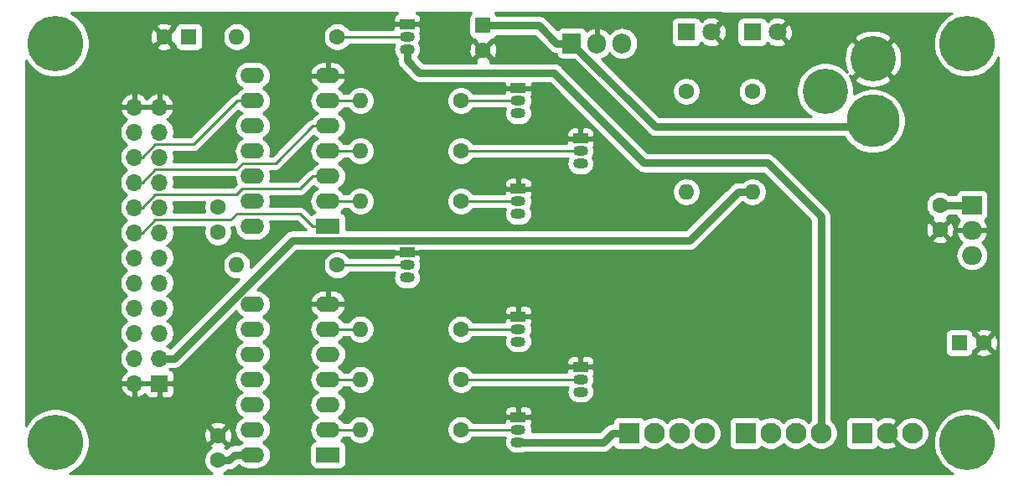
<source format=gbr>
%TF.GenerationSoftware,KiCad,Pcbnew,(5.1.9)-1*%
%TF.CreationDate,2021-05-06T15:16:17-04:00*%
%TF.ProjectId,c64interface,63363469-6e74-4657-9266-6163652e6b69,rev?*%
%TF.SameCoordinates,Original*%
%TF.FileFunction,Copper,L1,Top*%
%TF.FilePolarity,Positive*%
%FSLAX46Y46*%
G04 Gerber Fmt 4.6, Leading zero omitted, Abs format (unit mm)*
G04 Created by KiCad (PCBNEW (5.1.9)-1) date 2021-05-06 15:16:17*
%MOMM*%
%LPD*%
G01*
G04 APERTURE LIST*
%TA.AperFunction,ComponentPad*%
%ADD10C,4.575000*%
%TD*%
%TA.AperFunction,ComponentPad*%
%ADD11C,5.340000*%
%TD*%
%TA.AperFunction,ComponentPad*%
%ADD12C,1.600000*%
%TD*%
%TA.AperFunction,ComponentPad*%
%ADD13R,1.600000X1.600000*%
%TD*%
%TA.AperFunction,ComponentPad*%
%ADD14C,2.100000*%
%TD*%
%TA.AperFunction,ComponentPad*%
%ADD15R,2.100000X2.100000*%
%TD*%
%TA.AperFunction,ComponentPad*%
%ADD16C,5.600000*%
%TD*%
%TA.AperFunction,ComponentPad*%
%ADD17O,2.000000X1.905000*%
%TD*%
%TA.AperFunction,ComponentPad*%
%ADD18R,2.000000X1.905000*%
%TD*%
%TA.AperFunction,ComponentPad*%
%ADD19O,1.700000X1.700000*%
%TD*%
%TA.AperFunction,ComponentPad*%
%ADD20R,1.700000X1.700000*%
%TD*%
%TA.AperFunction,ComponentPad*%
%ADD21O,2.400000X1.600000*%
%TD*%
%TA.AperFunction,ComponentPad*%
%ADD22R,2.400000X1.600000*%
%TD*%
%TA.AperFunction,ComponentPad*%
%ADD23O,1.905000X2.000000*%
%TD*%
%TA.AperFunction,ComponentPad*%
%ADD24R,1.905000X2.000000*%
%TD*%
%TA.AperFunction,ComponentPad*%
%ADD25O,1.600000X1.600000*%
%TD*%
%TA.AperFunction,ComponentPad*%
%ADD26R,1.500000X1.050000*%
%TD*%
%TA.AperFunction,ComponentPad*%
%ADD27O,1.500000X1.050000*%
%TD*%
%TA.AperFunction,ComponentPad*%
%ADD28C,1.800000*%
%TD*%
%TA.AperFunction,ComponentPad*%
%ADD29R,1.800000X1.800000*%
%TD*%
%TA.AperFunction,ViaPad*%
%ADD30C,0.800000*%
%TD*%
%TA.AperFunction,Conductor*%
%ADD31C,0.800000*%
%TD*%
%TA.AperFunction,Conductor*%
%ADD32C,0.250000*%
%TD*%
%TA.AperFunction,Conductor*%
%ADD33C,0.254000*%
%TD*%
%TA.AperFunction,Conductor*%
%ADD34C,0.100000*%
%TD*%
G04 APERTURE END LIST*
D10*
%TO.P,J1,3*%
%TO.N,GND*%
X126507000Y-91697500D03*
%TO.P,J1,2*%
%TO.N,Net-(J1-Pad2)*%
X121707000Y-94947500D03*
D11*
%TO.P,J1,1*%
%TO.N,+12V*%
X126507000Y-97947500D03*
%TD*%
D12*
%TO.P,C6,2*%
%TO.N,GND*%
X137724520Y-120365520D03*
D13*
%TO.P,C6,1*%
%TO.N,+5C*%
X135224520Y-120365520D03*
%TD*%
D14*
%TO.P,J4,3*%
%TO.N,+5C*%
X130495000Y-129504000D03*
%TO.P,J4,2*%
%TO.N,GND*%
X127955000Y-129504000D03*
D15*
%TO.P,J4,1*%
%TO.N,+12V*%
X125415000Y-129504000D03*
%TD*%
D16*
%TO.P,H4,1*%
%TO.N,N/C*%
X43916600Y-130439000D03*
%TD*%
%TO.P,H3,1*%
%TO.N,N/C*%
X136068000Y-90119200D03*
%TD*%
%TO.P,H2,1*%
%TO.N,N/C*%
X43916600Y-90119200D03*
%TD*%
%TO.P,H1,1*%
%TO.N,N/C*%
X136068000Y-130439000D03*
%TD*%
D17*
%TO.P,U4,3*%
%TO.N,+5C*%
X136520000Y-111526000D03*
%TO.P,U4,2*%
%TO.N,GND*%
X136520000Y-108986000D03*
D18*
%TO.P,U4,1*%
%TO.N,+12V*%
X136520000Y-106446000D03*
%TD*%
D12*
%TO.P,C3,2*%
%TO.N,GND*%
X54904000Y-89450000D03*
D13*
%TO.P,C3,1*%
%TO.N,+5V*%
X57404000Y-89450000D03*
%TD*%
D19*
%TO.P,CN1,N*%
%TO.N,GND*%
X51900000Y-96540000D03*
%TO.P,CN1,12*%
X54440000Y-96540000D03*
%TO.P,CN1,M*%
%TO.N,Net-(CN1-PadM)*%
X51900000Y-99080000D03*
%TO.P,CN1,11*%
%TO.N,Net-(CN1-Pad11)*%
X54440000Y-99080000D03*
%TO.P,CN1,L*%
%TO.N,/PB7*%
X51900000Y-101620000D03*
%TO.P,CN1,10*%
%TO.N,Net-(CN1-Pad10)*%
X54440000Y-101620000D03*
%TO.P,CN1,K*%
%TO.N,/PB6*%
X51900000Y-104160000D03*
%TO.P,CN1,9*%
%TO.N,Net-(CN1-Pad9)*%
X54440000Y-104160000D03*
%TO.P,CN1,J*%
%TO.N,/PB5*%
X51900000Y-106700000D03*
%TO.P,CN1,8*%
%TO.N,Net-(CN1-Pad8)*%
X54440000Y-106700000D03*
%TO.P,CN1,H*%
%TO.N,/PB4*%
X51900000Y-109240000D03*
%TO.P,CN1,7*%
%TO.N,Net-(CN1-Pad7)*%
X54440000Y-109240000D03*
%TO.P,CN1,F*%
%TO.N,/PB3*%
X51900000Y-111780000D03*
%TO.P,CN1,6*%
%TO.N,Net-(CN1-Pad6)*%
X54440000Y-111780000D03*
%TO.P,CN1,E*%
%TO.N,/PB2*%
X51900000Y-114320000D03*
%TO.P,CN1,5*%
%TO.N,Net-(CN1-Pad5)*%
X54440000Y-114320000D03*
%TO.P,CN1,D*%
%TO.N,/PB1*%
X51900000Y-116860000D03*
%TO.P,CN1,4*%
%TO.N,Net-(CN1-Pad4)*%
X54440000Y-116860000D03*
%TO.P,CN1,C*%
%TO.N,/PB0*%
X51900000Y-119400000D03*
%TO.P,CN1,3*%
%TO.N,Net-(CN1-Pad3)*%
X54440000Y-119400000D03*
%TO.P,CN1,B*%
%TO.N,Net-(CN1-PadB)*%
X51900000Y-121940000D03*
%TO.P,CN1,2*%
%TO.N,+5VP*%
X54440000Y-121940000D03*
%TO.P,CN1,A*%
%TO.N,GND*%
X51900000Y-124480000D03*
D20*
%TO.P,CN1,1*%
X54440000Y-124480000D03*
%TD*%
D21*
%TO.P,U3,14*%
%TO.N,+5V*%
X63820000Y-108613000D03*
%TO.P,U3,7*%
%TO.N,GND*%
X71440000Y-93373000D03*
%TO.P,U3,13*%
%TO.N,Net-(U3-Pad13)*%
X63820000Y-106073000D03*
%TO.P,U3,6*%
%TO.N,/GR2B*%
X71440000Y-95913000D03*
%TO.P,U3,12*%
%TO.N,Net-(U3-Pad12)*%
X63820000Y-103533000D03*
%TO.P,U3,5*%
%TO.N,/PB6*%
X71440000Y-98453000D03*
%TO.P,U3,11*%
%TO.N,Net-(U3-Pad11)*%
X63820000Y-100993000D03*
%TO.P,U3,4*%
%TO.N,/YE1B*%
X71440000Y-100993000D03*
%TO.P,U3,10*%
%TO.N,Net-(U3-Pad10)*%
X63820000Y-98453000D03*
%TO.P,U3,3*%
%TO.N,/PB5*%
X71440000Y-103533000D03*
%TO.P,U3,9*%
%TO.N,/PB7*%
X63820000Y-95913000D03*
%TO.P,U3,2*%
%TO.N,/GR1B*%
X71440000Y-106073000D03*
%TO.P,U3,8*%
%TO.N,/YE2B*%
X63820000Y-93373000D03*
D22*
%TO.P,U3,1*%
%TO.N,/PB4*%
X71440000Y-108613000D03*
%TD*%
D21*
%TO.P,U2,14*%
%TO.N,+5V*%
X63820000Y-131690000D03*
%TO.P,U2,7*%
%TO.N,GND*%
X71440000Y-116450000D03*
%TO.P,U2,13*%
%TO.N,Net-(U2-Pad13)*%
X63820000Y-129150000D03*
%TO.P,U2,6*%
%TO.N,/GR2A*%
X71440000Y-118990000D03*
%TO.P,U2,12*%
%TO.N,Net-(U2-Pad12)*%
X63820000Y-126610000D03*
%TO.P,U2,5*%
%TO.N,/PB2*%
X71440000Y-121530000D03*
%TO.P,U2,11*%
%TO.N,Net-(U2-Pad11)*%
X63820000Y-124070000D03*
%TO.P,U2,4*%
%TO.N,/YE1A*%
X71440000Y-124070000D03*
%TO.P,U2,10*%
%TO.N,Net-(U2-Pad10)*%
X63820000Y-121530000D03*
%TO.P,U2,3*%
%TO.N,/PB1*%
X71440000Y-126610000D03*
%TO.P,U2,9*%
%TO.N,/PB3*%
X63820000Y-118990000D03*
%TO.P,U2,2*%
%TO.N,/GR1A*%
X71440000Y-129150000D03*
%TO.P,U2,8*%
%TO.N,/YEL2A*%
X63820000Y-116450000D03*
D22*
%TO.P,U2,1*%
%TO.N,/PB0*%
X71440000Y-131690000D03*
%TD*%
D23*
%TO.P,U1,3*%
%TO.N,+5V*%
X101183200Y-90120000D03*
%TO.P,U1,2*%
%TO.N,GND*%
X98643200Y-90120000D03*
D24*
%TO.P,U1,1*%
%TO.N,+12V*%
X96103200Y-90120000D03*
%TD*%
D25*
%TO.P,R10,2*%
%TO.N,+5V*%
X107648000Y-105117500D03*
D12*
%TO.P,R10,1*%
%TO.N,Net-(D2-Pad1)*%
X107648000Y-94957500D03*
%TD*%
D25*
%TO.P,R9,2*%
%TO.N,+5VP*%
X114322000Y-105117500D03*
D12*
%TO.P,R9,1*%
%TO.N,Net-(D1-Pad1)*%
X114322000Y-94957500D03*
%TD*%
D25*
%TO.P,R8,2*%
%TO.N,/YE2B*%
X62240000Y-89450000D03*
D12*
%TO.P,R8,1*%
%TO.N,Net-(Q8-Pad2)*%
X72400000Y-89450000D03*
%TD*%
D25*
%TO.P,R7,2*%
%TO.N,/GR2B*%
X74730000Y-95913300D03*
D12*
%TO.P,R7,1*%
%TO.N,Net-(Q7-Pad2)*%
X84890000Y-95913300D03*
%TD*%
D25*
%TO.P,R6,2*%
%TO.N,/YE1B*%
X74730000Y-100993000D03*
D12*
%TO.P,R6,1*%
%TO.N,Net-(Q6-Pad2)*%
X84890000Y-100993000D03*
%TD*%
D25*
%TO.P,R5,2*%
%TO.N,/GR1B*%
X74730000Y-106073000D03*
D12*
%TO.P,R5,1*%
%TO.N,Net-(Q5-Pad2)*%
X84890000Y-106073000D03*
%TD*%
D25*
%TO.P,R4,2*%
%TO.N,/YEL2A*%
X62240000Y-112527000D03*
D12*
%TO.P,R4,1*%
%TO.N,Net-(Q4-Pad2)*%
X72400000Y-112527000D03*
%TD*%
D25*
%TO.P,R3,2*%
%TO.N,/GR2A*%
X74730000Y-118990000D03*
D12*
%TO.P,R3,1*%
%TO.N,Net-(Q3-Pad2)*%
X84890000Y-118990000D03*
%TD*%
D25*
%TO.P,R2,2*%
%TO.N,/YE1A*%
X74730000Y-124070000D03*
D12*
%TO.P,R2,1*%
%TO.N,Net-(Q2-Pad2)*%
X84890000Y-124070000D03*
%TD*%
D25*
%TO.P,R1,2*%
%TO.N,/GR1A*%
X74730000Y-129150000D03*
D12*
%TO.P,R1,1*%
%TO.N,Net-(Q1-Pad2)*%
X84890000Y-129150000D03*
%TD*%
D26*
%TO.P,Q8,1*%
%TO.N,GND*%
X79450000Y-88180000D03*
D27*
%TO.P,Q8,3*%
%TO.N,/YELL2B*%
X79450000Y-90720000D03*
%TO.P,Q8,2*%
%TO.N,Net-(Q8-Pad2)*%
X79450000Y-89450000D03*
%TD*%
D26*
%TO.P,Q7,1*%
%TO.N,GND*%
X90680000Y-94643300D03*
D27*
%TO.P,Q7,3*%
%TO.N,/GREY2B*%
X90680000Y-97183300D03*
%TO.P,Q7,2*%
%TO.N,Net-(Q7-Pad2)*%
X90680000Y-95913300D03*
%TD*%
D26*
%TO.P,Q6,1*%
%TO.N,GND*%
X96980000Y-99723300D03*
D27*
%TO.P,Q6,3*%
%TO.N,/YELL1B*%
X96980000Y-102263300D03*
%TO.P,Q6,2*%
%TO.N,Net-(Q6-Pad2)*%
X96980000Y-100993300D03*
%TD*%
D26*
%TO.P,Q5,1*%
%TO.N,GND*%
X90680000Y-104803000D03*
D27*
%TO.P,Q5,3*%
%TO.N,/GREY1B*%
X90680000Y-107343000D03*
%TO.P,Q5,2*%
%TO.N,Net-(Q5-Pad2)*%
X90680000Y-106073000D03*
%TD*%
D26*
%TO.P,Q4,1*%
%TO.N,GND*%
X79450000Y-111260000D03*
D27*
%TO.P,Q4,3*%
%TO.N,/YELL2A*%
X79450000Y-113800000D03*
%TO.P,Q4,2*%
%TO.N,Net-(Q4-Pad2)*%
X79450000Y-112530000D03*
%TD*%
D26*
%TO.P,Q3,1*%
%TO.N,GND*%
X90680000Y-117720000D03*
D27*
%TO.P,Q3,3*%
%TO.N,/GREY2A*%
X90680000Y-120260000D03*
%TO.P,Q3,2*%
%TO.N,Net-(Q3-Pad2)*%
X90680000Y-118990000D03*
%TD*%
D26*
%TO.P,Q2,1*%
%TO.N,GND*%
X96980000Y-122800000D03*
D27*
%TO.P,Q2,3*%
%TO.N,/YELL1A*%
X96980000Y-125340000D03*
%TO.P,Q2,2*%
%TO.N,Net-(Q2-Pad2)*%
X96980000Y-124070000D03*
%TD*%
D26*
%TO.P,Q1,1*%
%TO.N,GND*%
X90680000Y-127880000D03*
D27*
%TO.P,Q1,3*%
%TO.N,/GREY1A*%
X90680000Y-130420000D03*
%TO.P,Q1,2*%
%TO.N,Net-(Q1-Pad2)*%
X90680000Y-129150000D03*
%TD*%
D14*
%TO.P,J3,4*%
%TO.N,/YELL2B*%
X121265000Y-129504000D03*
%TO.P,J3,3*%
%TO.N,/GREY2B*%
X118725000Y-129504000D03*
%TO.P,J3,2*%
%TO.N,/YELL1B*%
X116185000Y-129504000D03*
D15*
%TO.P,J3,1*%
%TO.N,/GREY1B*%
X113645000Y-129504000D03*
%TD*%
D14*
%TO.P,J2,4*%
%TO.N,/YELL2A*%
X109494000Y-129504000D03*
%TO.P,J2,3*%
%TO.N,/GREY2A*%
X106954000Y-129504000D03*
%TO.P,J2,2*%
%TO.N,/YELL1A*%
X104414000Y-129504000D03*
D15*
%TO.P,J2,1*%
%TO.N,/GREY1A*%
X101874000Y-129504000D03*
%TD*%
D28*
%TO.P,D2,2*%
%TO.N,GND*%
X110188000Y-88970000D03*
D29*
%TO.P,D2,1*%
%TO.N,Net-(D2-Pad1)*%
X107648000Y-88970000D03*
%TD*%
D28*
%TO.P,D1,2*%
%TO.N,GND*%
X116862000Y-88970000D03*
D29*
%TO.P,D1,1*%
%TO.N,Net-(D1-Pad1)*%
X114322000Y-88970000D03*
%TD*%
D12*
%TO.P,C5,2*%
%TO.N,GND*%
X60340000Y-106663000D03*
%TO.P,C5,1*%
%TO.N,+5V*%
X60340000Y-109163000D03*
%TD*%
%TO.P,C4,2*%
%TO.N,GND*%
X60340000Y-129740000D03*
%TO.P,C4,1*%
%TO.N,+5V*%
X60340000Y-132240000D03*
%TD*%
%TO.P,C2,2*%
%TO.N,GND*%
X133279000Y-108962000D03*
%TO.P,C2,1*%
%TO.N,+12V*%
X133279000Y-106462000D03*
%TD*%
%TO.P,C1,2*%
%TO.N,GND*%
X87130000Y-90809800D03*
D13*
%TO.P,C1,1*%
%TO.N,+12V*%
X87130000Y-88309800D03*
%TD*%
D30*
%TO.N,GND*%
X67335400Y-121787920D03*
X67335400Y-126608840D03*
X67335400Y-130997960D03*
X59674760Y-122651520D03*
X56255920Y-119486680D03*
X56255920Y-116885720D03*
X56255920Y-114457480D03*
X57144920Y-101610160D03*
X57144920Y-104155240D03*
X57144920Y-106705400D03*
X67899280Y-102920800D03*
X67899280Y-106060240D03*
%TD*%
D31*
%TO.N,+12V*%
X96103200Y-90120000D02*
X94550400Y-90120000D01*
X94550400Y-90120000D02*
X92740200Y-88309800D01*
X92740200Y-88309800D02*
X87130000Y-88309800D01*
X136520000Y-106446000D02*
X134919700Y-106446000D01*
X133279000Y-106462000D02*
X134903700Y-106462000D01*
X134903700Y-106462000D02*
X134919700Y-106446000D01*
X104530120Y-98546920D02*
X96103200Y-90120000D01*
X125907580Y-98546920D02*
X104530120Y-98546920D01*
X126507000Y-97947500D02*
X125907580Y-98546920D01*
%TO.N,+5V*%
X63820000Y-131690000D02*
X62019700Y-131690000D01*
X60340000Y-132240000D02*
X61469700Y-132240000D01*
X61469700Y-132240000D02*
X62019700Y-131690000D01*
%TO.N,+5VP*%
X114322000Y-105117500D02*
X112921700Y-105117500D01*
X112921700Y-105117500D02*
X108025800Y-110013400D01*
X108025800Y-110013400D02*
X67838500Y-110013400D01*
X67838500Y-110013400D02*
X55911900Y-121940000D01*
X55911900Y-121940000D02*
X54440000Y-121940000D01*
%TO.N,/GREY1A*%
X101874000Y-129504000D02*
X100223700Y-129504000D01*
X100223700Y-129504000D02*
X99307700Y-130420000D01*
X99307700Y-130420000D02*
X90680000Y-130420000D01*
%TO.N,/YELL2B*%
X94282020Y-93093300D02*
X80698000Y-93093300D01*
X79450000Y-91845300D02*
X79450000Y-90720000D01*
X103383080Y-102194360D02*
X94282020Y-93093300D01*
X115844320Y-102194360D02*
X103383080Y-102194360D01*
X80698000Y-93093300D02*
X79450000Y-91845300D01*
X121265000Y-107615040D02*
X115844320Y-102194360D01*
X121265000Y-129504000D02*
X121265000Y-107615040D01*
D32*
%TO.N,Net-(Q1-Pad2)*%
X90680000Y-129150000D02*
X84890000Y-129150000D01*
%TO.N,Net-(Q2-Pad2)*%
X96980000Y-124070000D02*
X84890000Y-124070000D01*
%TO.N,Net-(Q3-Pad2)*%
X90680000Y-118990000D02*
X84890000Y-118990000D01*
%TO.N,Net-(Q4-Pad2)*%
X79450000Y-112530000D02*
X78374700Y-112530000D01*
X78374700Y-112530000D02*
X78371700Y-112527000D01*
X78371700Y-112527000D02*
X72400000Y-112527000D01*
%TO.N,Net-(Q5-Pad2)*%
X90680000Y-106073000D02*
X84890000Y-106073000D01*
%TO.N,Net-(Q6-Pad2)*%
X96980000Y-100993300D02*
X95904700Y-100993300D01*
X95904700Y-100993300D02*
X95904400Y-100993000D01*
X95904400Y-100993000D02*
X84890000Y-100993000D01*
%TO.N,Net-(Q7-Pad2)*%
X90680000Y-95913300D02*
X84890000Y-95913300D01*
%TO.N,Net-(Q8-Pad2)*%
X79450000Y-89450000D02*
X72400000Y-89450000D01*
%TO.N,/GR1A*%
X74730000Y-129150000D02*
X71440000Y-129150000D01*
%TO.N,/YE1A*%
X74730000Y-124070000D02*
X71440000Y-124070000D01*
%TO.N,/GR2A*%
X74730000Y-118990000D02*
X71440000Y-118990000D01*
%TO.N,/GR1B*%
X74730000Y-106073000D02*
X71440000Y-106073000D01*
%TO.N,/YE1B*%
X74730000Y-100993000D02*
X71440000Y-100993000D01*
%TO.N,/GR2B*%
X71440000Y-95913000D02*
X72965300Y-95913000D01*
X74730000Y-95913300D02*
X72965600Y-95913300D01*
X72965600Y-95913300D02*
X72965300Y-95913000D01*
%TO.N,/PB6*%
X69914700Y-98453000D02*
X71440000Y-98453000D01*
X66137780Y-102229920D02*
X69914700Y-98453000D01*
X62860080Y-102229920D02*
X66137780Y-102229920D01*
X62220000Y-102870000D02*
X62860080Y-102229920D01*
X53997900Y-102870000D02*
X62220000Y-102870000D01*
X52707900Y-104160000D02*
X53997900Y-102870000D01*
X51900000Y-104160000D02*
X52707900Y-104160000D01*
%TO.N,/PB5*%
X53987740Y-105420160D02*
X52707900Y-106700000D01*
X52707900Y-106700000D02*
X51900000Y-106700000D01*
X62209840Y-105420160D02*
X53987740Y-105420160D01*
X68642220Y-104805480D02*
X62824520Y-104805480D01*
X69914700Y-103533000D02*
X68642220Y-104805480D01*
X62824520Y-104805480D02*
X62209840Y-105420160D01*
X71440000Y-103533000D02*
X69914700Y-103533000D01*
%TO.N,/PB7*%
X62294700Y-95913000D02*
X63820000Y-95913000D01*
X57872620Y-100335080D02*
X62294700Y-95913000D01*
X53992820Y-100335080D02*
X57872620Y-100335080D01*
X52707900Y-101620000D02*
X53992820Y-100335080D01*
X51900000Y-101620000D02*
X52707900Y-101620000D01*
%TO.N,/PB4*%
X62261420Y-107345480D02*
X68647180Y-107345480D01*
X61646740Y-107960160D02*
X62261420Y-107345480D01*
X53987840Y-107960160D02*
X61646740Y-107960160D01*
X68647180Y-107345480D02*
X69914700Y-108613000D01*
X52708000Y-109240000D02*
X53987840Y-107960160D01*
X69914700Y-108613000D02*
X71440000Y-108613000D01*
X51900000Y-109240000D02*
X52708000Y-109240000D01*
%TD*%
D33*
%TO.N,GND*%
X78492472Y-87054380D02*
X78455820Y-87065498D01*
X78345506Y-87124463D01*
X78248815Y-87203815D01*
X78169463Y-87300506D01*
X78110498Y-87410820D01*
X78074188Y-87530518D01*
X78061928Y-87655000D01*
X78065000Y-87894250D01*
X78223750Y-88053000D01*
X79323000Y-88053000D01*
X79323000Y-88033000D01*
X79577000Y-88033000D01*
X79577000Y-88053000D01*
X80676250Y-88053000D01*
X80835000Y-87894250D01*
X80838072Y-87655000D01*
X80825812Y-87530518D01*
X80789502Y-87410820D01*
X80730537Y-87300506D01*
X80651185Y-87203815D01*
X80554494Y-87124463D01*
X80444180Y-87065498D01*
X80408172Y-87054575D01*
X85883057Y-87055134D01*
X85878815Y-87058615D01*
X85799463Y-87155306D01*
X85740498Y-87265620D01*
X85704188Y-87385318D01*
X85691928Y-87509800D01*
X85691928Y-89109800D01*
X85704188Y-89234282D01*
X85740498Y-89353980D01*
X85799463Y-89464294D01*
X85878815Y-89560985D01*
X85975506Y-89640337D01*
X86085820Y-89699302D01*
X86205518Y-89735612D01*
X86330000Y-89747872D01*
X86337215Y-89747872D01*
X86316903Y-89817098D01*
X87130000Y-90630195D01*
X87943097Y-89817098D01*
X87922785Y-89747872D01*
X87930000Y-89747872D01*
X88054482Y-89735612D01*
X88174180Y-89699302D01*
X88284494Y-89640337D01*
X88381185Y-89560985D01*
X88460537Y-89464294D01*
X88519502Y-89353980D01*
X88522287Y-89344800D01*
X92311490Y-89344800D01*
X93782596Y-90815907D01*
X93815004Y-90855396D01*
X93854492Y-90887803D01*
X93972602Y-90984734D01*
X94068709Y-91036104D01*
X94152407Y-91080841D01*
X94347505Y-91140024D01*
X94499562Y-91155000D01*
X94499571Y-91155000D01*
X94516237Y-91156641D01*
X94524888Y-91244482D01*
X94561198Y-91364180D01*
X94620163Y-91474494D01*
X94699515Y-91571185D01*
X94796206Y-91650537D01*
X94906520Y-91709502D01*
X95026218Y-91745812D01*
X95150700Y-91758072D01*
X96277562Y-91758072D01*
X103762317Y-99242828D01*
X103794724Y-99282316D01*
X103834212Y-99314723D01*
X103952322Y-99411654D01*
X104132126Y-99507761D01*
X104149918Y-99513158D01*
X104327225Y-99566944D01*
X104479282Y-99581920D01*
X104479285Y-99581920D01*
X104530120Y-99586927D01*
X104580955Y-99581920D01*
X123624195Y-99581920D01*
X123939839Y-100054314D01*
X124400186Y-100514661D01*
X124941496Y-100876353D01*
X125542967Y-101125490D01*
X126181486Y-101252500D01*
X126832514Y-101252500D01*
X127471033Y-101125490D01*
X128072504Y-100876353D01*
X128613814Y-100514661D01*
X129074161Y-100054314D01*
X129435853Y-99513004D01*
X129684990Y-98911533D01*
X129812000Y-98273014D01*
X129812000Y-97621986D01*
X129684990Y-96983467D01*
X129435853Y-96381996D01*
X129074161Y-95840686D01*
X128613814Y-95380339D01*
X128072504Y-95018647D01*
X127471033Y-94769510D01*
X126832514Y-94642500D01*
X126181486Y-94642500D01*
X125542967Y-94769510D01*
X124941496Y-95018647D01*
X124629500Y-95227116D01*
X124629500Y-94659659D01*
X124517190Y-94095038D01*
X124374070Y-93749514D01*
X124634591Y-93749514D01*
X124885246Y-94145719D01*
X125394032Y-94415066D01*
X125945588Y-94579978D01*
X126518720Y-94634119D01*
X127091400Y-94575406D01*
X127641623Y-94406096D01*
X128128754Y-94145719D01*
X128379409Y-93749514D01*
X126507000Y-91877105D01*
X124634591Y-93749514D01*
X124374070Y-93749514D01*
X124296886Y-93563177D01*
X124188909Y-93401578D01*
X124454986Y-93569909D01*
X126327395Y-91697500D01*
X126686605Y-91697500D01*
X128559014Y-93569909D01*
X128955219Y-93319254D01*
X129224566Y-92810468D01*
X129389478Y-92258912D01*
X129443619Y-91685780D01*
X129384906Y-91113100D01*
X129215596Y-90562877D01*
X128955219Y-90075746D01*
X128559014Y-89825091D01*
X126686605Y-91697500D01*
X126327395Y-91697500D01*
X124454986Y-89825091D01*
X124058781Y-90075746D01*
X123789434Y-90584532D01*
X123624522Y-91136088D01*
X123570381Y-91709220D01*
X123629094Y-92281900D01*
X123798404Y-92832123D01*
X123883080Y-92990541D01*
X123569985Y-92677446D01*
X123091323Y-92357614D01*
X122559462Y-92137310D01*
X121994841Y-92025000D01*
X121419159Y-92025000D01*
X120854538Y-92137310D01*
X120322677Y-92357614D01*
X119844015Y-92677446D01*
X119436946Y-93084515D01*
X119117114Y-93563177D01*
X118896810Y-94095038D01*
X118784500Y-94659659D01*
X118784500Y-95235341D01*
X118896810Y-95799962D01*
X119117114Y-96331823D01*
X119436946Y-96810485D01*
X119844015Y-97217554D01*
X120284564Y-97511920D01*
X104958831Y-97511920D01*
X102263076Y-94816165D01*
X106213000Y-94816165D01*
X106213000Y-95098835D01*
X106268147Y-95376074D01*
X106376320Y-95637227D01*
X106533363Y-95872259D01*
X106733241Y-96072137D01*
X106968273Y-96229180D01*
X107229426Y-96337353D01*
X107506665Y-96392500D01*
X107789335Y-96392500D01*
X108066574Y-96337353D01*
X108327727Y-96229180D01*
X108562759Y-96072137D01*
X108762637Y-95872259D01*
X108919680Y-95637227D01*
X109027853Y-95376074D01*
X109083000Y-95098835D01*
X109083000Y-94816165D01*
X112887000Y-94816165D01*
X112887000Y-95098835D01*
X112942147Y-95376074D01*
X113050320Y-95637227D01*
X113207363Y-95872259D01*
X113407241Y-96072137D01*
X113642273Y-96229180D01*
X113903426Y-96337353D01*
X114180665Y-96392500D01*
X114463335Y-96392500D01*
X114740574Y-96337353D01*
X115001727Y-96229180D01*
X115236759Y-96072137D01*
X115436637Y-95872259D01*
X115593680Y-95637227D01*
X115701853Y-95376074D01*
X115757000Y-95098835D01*
X115757000Y-94816165D01*
X115701853Y-94538926D01*
X115593680Y-94277773D01*
X115436637Y-94042741D01*
X115236759Y-93842863D01*
X115001727Y-93685820D01*
X114740574Y-93577647D01*
X114463335Y-93522500D01*
X114180665Y-93522500D01*
X113903426Y-93577647D01*
X113642273Y-93685820D01*
X113407241Y-93842863D01*
X113207363Y-94042741D01*
X113050320Y-94277773D01*
X112942147Y-94538926D01*
X112887000Y-94816165D01*
X109083000Y-94816165D01*
X109027853Y-94538926D01*
X108919680Y-94277773D01*
X108762637Y-94042741D01*
X108562759Y-93842863D01*
X108327727Y-93685820D01*
X108066574Y-93577647D01*
X107789335Y-93522500D01*
X107506665Y-93522500D01*
X107229426Y-93577647D01*
X106968273Y-93685820D01*
X106733241Y-93842863D01*
X106533363Y-94042741D01*
X106376320Y-94277773D01*
X106268147Y-94538926D01*
X106213000Y-94816165D01*
X102263076Y-94816165D01*
X99122778Y-91675867D01*
X99234294Y-91639571D01*
X99510123Y-91495969D01*
X99752637Y-91301315D01*
X99908037Y-91116101D01*
X100055237Y-91295463D01*
X100296966Y-91493845D01*
X100572752Y-91641255D01*
X100871997Y-91732030D01*
X101183200Y-91762681D01*
X101494404Y-91732030D01*
X101793649Y-91641255D01*
X102069435Y-91493845D01*
X102311163Y-91295463D01*
X102509545Y-91053734D01*
X102656955Y-90777948D01*
X102747730Y-90478703D01*
X102770700Y-90245485D01*
X102770700Y-89994514D01*
X102747730Y-89761296D01*
X102656955Y-89462051D01*
X102509545Y-89186265D01*
X102311163Y-88944537D01*
X102069434Y-88746155D01*
X101793648Y-88598745D01*
X101494403Y-88507970D01*
X101183200Y-88477319D01*
X100871996Y-88507970D01*
X100572751Y-88598745D01*
X100296965Y-88746155D01*
X100055237Y-88944537D01*
X99908038Y-89123900D01*
X99752637Y-88938685D01*
X99510123Y-88744031D01*
X99234294Y-88600429D01*
X99016180Y-88529437D01*
X98770200Y-88649406D01*
X98770200Y-89993000D01*
X98790200Y-89993000D01*
X98790200Y-90247000D01*
X98770200Y-90247000D01*
X98770200Y-90267000D01*
X98516200Y-90267000D01*
X98516200Y-90247000D01*
X98496200Y-90247000D01*
X98496200Y-89993000D01*
X98516200Y-89993000D01*
X98516200Y-88649406D01*
X98270220Y-88529437D01*
X98052106Y-88600429D01*
X97776277Y-88744031D01*
X97635259Y-88857219D01*
X97586237Y-88765506D01*
X97506885Y-88668815D01*
X97410194Y-88589463D01*
X97299880Y-88530498D01*
X97180182Y-88494188D01*
X97055700Y-88481928D01*
X95150700Y-88481928D01*
X95026218Y-88494188D01*
X94906520Y-88530498D01*
X94796206Y-88589463D01*
X94699515Y-88668815D01*
X94637947Y-88743836D01*
X93964111Y-88070000D01*
X106109928Y-88070000D01*
X106109928Y-89870000D01*
X106122188Y-89994482D01*
X106158498Y-90114180D01*
X106217463Y-90224494D01*
X106296815Y-90321185D01*
X106393506Y-90400537D01*
X106503820Y-90459502D01*
X106623518Y-90495812D01*
X106748000Y-90508072D01*
X108548000Y-90508072D01*
X108672482Y-90495812D01*
X108792180Y-90459502D01*
X108902494Y-90400537D01*
X108999185Y-90321185D01*
X109078537Y-90224494D01*
X109137502Y-90114180D01*
X109140813Y-90103265D01*
X109187578Y-90150030D01*
X109303526Y-90034082D01*
X109387208Y-90288261D01*
X109659775Y-90419158D01*
X109952642Y-90494365D01*
X110254553Y-90510991D01*
X110553907Y-90468397D01*
X110839199Y-90368222D01*
X110988792Y-90288261D01*
X111072475Y-90034080D01*
X110188000Y-89149605D01*
X110173858Y-89163748D01*
X109994253Y-88984143D01*
X110008395Y-88970000D01*
X110367605Y-88970000D01*
X111252080Y-89854475D01*
X111506261Y-89770792D01*
X111637158Y-89498225D01*
X111712365Y-89205358D01*
X111728991Y-88903447D01*
X111686397Y-88604093D01*
X111586222Y-88318801D01*
X111506261Y-88169208D01*
X111252080Y-88085525D01*
X110367605Y-88970000D01*
X110008395Y-88970000D01*
X109994253Y-88955858D01*
X110173858Y-88776253D01*
X110188000Y-88790395D01*
X110908395Y-88070000D01*
X112783928Y-88070000D01*
X112783928Y-89870000D01*
X112796188Y-89994482D01*
X112832498Y-90114180D01*
X112891463Y-90224494D01*
X112970815Y-90321185D01*
X113067506Y-90400537D01*
X113177820Y-90459502D01*
X113297518Y-90495812D01*
X113422000Y-90508072D01*
X115222000Y-90508072D01*
X115346482Y-90495812D01*
X115466180Y-90459502D01*
X115576494Y-90400537D01*
X115673185Y-90321185D01*
X115752537Y-90224494D01*
X115811502Y-90114180D01*
X115814813Y-90103265D01*
X115861578Y-90150030D01*
X115977526Y-90034082D01*
X116061208Y-90288261D01*
X116333775Y-90419158D01*
X116626642Y-90494365D01*
X116928553Y-90510991D01*
X117227907Y-90468397D01*
X117513199Y-90368222D01*
X117662792Y-90288261D01*
X117746475Y-90034080D01*
X116862000Y-89149605D01*
X116847858Y-89163748D01*
X116668253Y-88984143D01*
X116682395Y-88970000D01*
X117041605Y-88970000D01*
X117926080Y-89854475D01*
X118180261Y-89770792D01*
X118240437Y-89645486D01*
X124634591Y-89645486D01*
X126507000Y-91517895D01*
X128379409Y-89645486D01*
X128128754Y-89249281D01*
X127619968Y-88979934D01*
X127068412Y-88815022D01*
X126495280Y-88760881D01*
X125922600Y-88819594D01*
X125372377Y-88988904D01*
X124885246Y-89249281D01*
X124634591Y-89645486D01*
X118240437Y-89645486D01*
X118311158Y-89498225D01*
X118386365Y-89205358D01*
X118402991Y-88903447D01*
X118360397Y-88604093D01*
X118260222Y-88318801D01*
X118180261Y-88169208D01*
X117926080Y-88085525D01*
X117041605Y-88970000D01*
X116682395Y-88970000D01*
X116668253Y-88955858D01*
X116847858Y-88776253D01*
X116862000Y-88790395D01*
X117746475Y-87905920D01*
X117662792Y-87651739D01*
X117390225Y-87520842D01*
X117097358Y-87445635D01*
X116795447Y-87429009D01*
X116496093Y-87471603D01*
X116210801Y-87571778D01*
X116061208Y-87651739D01*
X115977526Y-87905918D01*
X115861578Y-87789970D01*
X115814813Y-87836735D01*
X115811502Y-87825820D01*
X115752537Y-87715506D01*
X115673185Y-87618815D01*
X115576494Y-87539463D01*
X115466180Y-87480498D01*
X115346482Y-87444188D01*
X115222000Y-87431928D01*
X113422000Y-87431928D01*
X113297518Y-87444188D01*
X113177820Y-87480498D01*
X113067506Y-87539463D01*
X112970815Y-87618815D01*
X112891463Y-87715506D01*
X112832498Y-87825820D01*
X112796188Y-87945518D01*
X112783928Y-88070000D01*
X110908395Y-88070000D01*
X111072475Y-87905920D01*
X110988792Y-87651739D01*
X110716225Y-87520842D01*
X110423358Y-87445635D01*
X110121447Y-87429009D01*
X109822093Y-87471603D01*
X109536801Y-87571778D01*
X109387208Y-87651739D01*
X109303526Y-87905918D01*
X109187578Y-87789970D01*
X109140813Y-87836735D01*
X109137502Y-87825820D01*
X109078537Y-87715506D01*
X108999185Y-87618815D01*
X108902494Y-87539463D01*
X108792180Y-87480498D01*
X108672482Y-87444188D01*
X108548000Y-87431928D01*
X106748000Y-87431928D01*
X106623518Y-87444188D01*
X106503820Y-87480498D01*
X106393506Y-87539463D01*
X106296815Y-87618815D01*
X106217463Y-87715506D01*
X106158498Y-87825820D01*
X106122188Y-87945518D01*
X106109928Y-88070000D01*
X93964111Y-88070000D01*
X93508007Y-87613897D01*
X93475596Y-87574404D01*
X93317997Y-87445066D01*
X93138193Y-87348959D01*
X92943095Y-87289776D01*
X92791038Y-87274800D01*
X92791028Y-87274800D01*
X92740200Y-87269794D01*
X92689372Y-87274800D01*
X88522287Y-87274800D01*
X88519502Y-87265620D01*
X88460537Y-87155306D01*
X88381185Y-87058615D01*
X88377253Y-87055388D01*
X134477258Y-87060090D01*
X134440918Y-87075143D01*
X133878315Y-87451062D01*
X133399862Y-87929515D01*
X133023943Y-88492118D01*
X132765006Y-89117248D01*
X132633000Y-89780882D01*
X132633000Y-90457518D01*
X132765006Y-91121152D01*
X133023943Y-91746282D01*
X133399862Y-92308885D01*
X133878315Y-92787338D01*
X134440918Y-93163257D01*
X135066048Y-93422194D01*
X135729682Y-93554200D01*
X136406318Y-93554200D01*
X137069952Y-93422194D01*
X137695082Y-93163257D01*
X138257685Y-92787338D01*
X138736138Y-92308885D01*
X139112057Y-91746282D01*
X139202560Y-91527788D01*
X139202561Y-129030414D01*
X139112057Y-128811918D01*
X138736138Y-128249315D01*
X138257685Y-127770862D01*
X137695082Y-127394943D01*
X137069952Y-127136006D01*
X136406318Y-127004000D01*
X135729682Y-127004000D01*
X135066048Y-127136006D01*
X134440918Y-127394943D01*
X133878315Y-127770862D01*
X133399862Y-128249315D01*
X133023943Y-128811918D01*
X132765006Y-129437048D01*
X132633000Y-130100682D01*
X132633000Y-130777318D01*
X132765006Y-131440952D01*
X133023943Y-132066082D01*
X133399862Y-132628685D01*
X133878315Y-133107138D01*
X134440918Y-133483057D01*
X134611224Y-133553600D01*
X60918523Y-133553600D01*
X61019727Y-133511680D01*
X61254759Y-133354637D01*
X61334396Y-133275000D01*
X61418872Y-133275000D01*
X61469700Y-133280006D01*
X61520528Y-133275000D01*
X61520538Y-133275000D01*
X61672595Y-133260024D01*
X61867693Y-133200841D01*
X62047497Y-133104734D01*
X62205096Y-132975396D01*
X62237507Y-132935903D01*
X62435220Y-132738190D01*
X62618899Y-132888932D01*
X62868192Y-133022182D01*
X63138691Y-133104236D01*
X63349508Y-133125000D01*
X64290492Y-133125000D01*
X64501309Y-133104236D01*
X64771808Y-133022182D01*
X65021101Y-132888932D01*
X65239608Y-132709608D01*
X65418932Y-132491101D01*
X65552182Y-132241808D01*
X65634236Y-131971309D01*
X65661943Y-131690000D01*
X65634236Y-131408691D01*
X65552182Y-131138192D01*
X65418932Y-130888899D01*
X65239608Y-130670392D01*
X65021101Y-130491068D01*
X64888142Y-130420000D01*
X65021101Y-130348932D01*
X65239608Y-130169608D01*
X65418932Y-129951101D01*
X65552182Y-129701808D01*
X65634236Y-129431309D01*
X65661943Y-129150000D01*
X65634236Y-128868691D01*
X65552182Y-128598192D01*
X65418932Y-128348899D01*
X65239608Y-128130392D01*
X65021101Y-127951068D01*
X64888142Y-127880000D01*
X65021101Y-127808932D01*
X65239608Y-127629608D01*
X65418932Y-127411101D01*
X65552182Y-127161808D01*
X65634236Y-126891309D01*
X65661943Y-126610000D01*
X65634236Y-126328691D01*
X65552182Y-126058192D01*
X65418932Y-125808899D01*
X65239608Y-125590392D01*
X65021101Y-125411068D01*
X64888142Y-125340000D01*
X65021101Y-125268932D01*
X65239608Y-125089608D01*
X65418932Y-124871101D01*
X65552182Y-124621808D01*
X65634236Y-124351309D01*
X65661943Y-124070000D01*
X65634236Y-123788691D01*
X65552182Y-123518192D01*
X65418932Y-123268899D01*
X65239608Y-123050392D01*
X65021101Y-122871068D01*
X64888142Y-122800000D01*
X65021101Y-122728932D01*
X65239608Y-122549608D01*
X65418932Y-122331101D01*
X65552182Y-122081808D01*
X65634236Y-121811309D01*
X65661943Y-121530000D01*
X65634236Y-121248691D01*
X65552182Y-120978192D01*
X65418932Y-120728899D01*
X65239608Y-120510392D01*
X65021101Y-120331068D01*
X64888142Y-120260000D01*
X65021101Y-120188932D01*
X65239608Y-120009608D01*
X65418932Y-119791101D01*
X65552182Y-119541808D01*
X65634236Y-119271309D01*
X65661943Y-118990000D01*
X69598057Y-118990000D01*
X69625764Y-119271309D01*
X69707818Y-119541808D01*
X69841068Y-119791101D01*
X70020392Y-120009608D01*
X70238899Y-120188932D01*
X70371858Y-120260000D01*
X70238899Y-120331068D01*
X70020392Y-120510392D01*
X69841068Y-120728899D01*
X69707818Y-120978192D01*
X69625764Y-121248691D01*
X69598057Y-121530000D01*
X69625764Y-121811309D01*
X69707818Y-122081808D01*
X69841068Y-122331101D01*
X70020392Y-122549608D01*
X70238899Y-122728932D01*
X70371858Y-122800000D01*
X70238899Y-122871068D01*
X70020392Y-123050392D01*
X69841068Y-123268899D01*
X69707818Y-123518192D01*
X69625764Y-123788691D01*
X69598057Y-124070000D01*
X69625764Y-124351309D01*
X69707818Y-124621808D01*
X69841068Y-124871101D01*
X70020392Y-125089608D01*
X70238899Y-125268932D01*
X70371858Y-125340000D01*
X70238899Y-125411068D01*
X70020392Y-125590392D01*
X69841068Y-125808899D01*
X69707818Y-126058192D01*
X69625764Y-126328691D01*
X69598057Y-126610000D01*
X69625764Y-126891309D01*
X69707818Y-127161808D01*
X69841068Y-127411101D01*
X70020392Y-127629608D01*
X70238899Y-127808932D01*
X70371858Y-127880000D01*
X70238899Y-127951068D01*
X70020392Y-128130392D01*
X69841068Y-128348899D01*
X69707818Y-128598192D01*
X69625764Y-128868691D01*
X69598057Y-129150000D01*
X69625764Y-129431309D01*
X69707818Y-129701808D01*
X69841068Y-129951101D01*
X70020392Y-130169608D01*
X70133482Y-130262419D01*
X70115518Y-130264188D01*
X69995820Y-130300498D01*
X69885506Y-130359463D01*
X69788815Y-130438815D01*
X69709463Y-130535506D01*
X69650498Y-130645820D01*
X69614188Y-130765518D01*
X69601928Y-130890000D01*
X69601928Y-132490000D01*
X69614188Y-132614482D01*
X69650498Y-132734180D01*
X69709463Y-132844494D01*
X69788815Y-132941185D01*
X69885506Y-133020537D01*
X69995820Y-133079502D01*
X70115518Y-133115812D01*
X70240000Y-133128072D01*
X72640000Y-133128072D01*
X72764482Y-133115812D01*
X72884180Y-133079502D01*
X72994494Y-133020537D01*
X73091185Y-132941185D01*
X73170537Y-132844494D01*
X73229502Y-132734180D01*
X73265812Y-132614482D01*
X73278072Y-132490000D01*
X73278072Y-130890000D01*
X73265812Y-130765518D01*
X73229502Y-130645820D01*
X73170537Y-130535506D01*
X73091185Y-130438815D01*
X72994494Y-130359463D01*
X72884180Y-130300498D01*
X72764482Y-130264188D01*
X72746518Y-130262419D01*
X72859608Y-130169608D01*
X73038932Y-129951101D01*
X73060901Y-129910000D01*
X73511957Y-129910000D01*
X73615363Y-130064759D01*
X73815241Y-130264637D01*
X74050273Y-130421680D01*
X74311426Y-130529853D01*
X74588665Y-130585000D01*
X74871335Y-130585000D01*
X75148574Y-130529853D01*
X75409727Y-130421680D01*
X75644759Y-130264637D01*
X75844637Y-130064759D01*
X76001680Y-129829727D01*
X76109853Y-129568574D01*
X76165000Y-129291335D01*
X76165000Y-129008665D01*
X83455000Y-129008665D01*
X83455000Y-129291335D01*
X83510147Y-129568574D01*
X83618320Y-129829727D01*
X83775363Y-130064759D01*
X83975241Y-130264637D01*
X84210273Y-130421680D01*
X84471426Y-130529853D01*
X84748665Y-130585000D01*
X85031335Y-130585000D01*
X85308574Y-130529853D01*
X85569727Y-130421680D01*
X85804759Y-130264637D01*
X86004637Y-130064759D01*
X86108043Y-129910000D01*
X89412292Y-129910000D01*
X89378115Y-129973940D01*
X89311785Y-130192600D01*
X89289388Y-130420000D01*
X89311785Y-130647400D01*
X89378115Y-130866060D01*
X89485829Y-131067579D01*
X89630788Y-131244212D01*
X89807421Y-131389171D01*
X90008940Y-131496885D01*
X90227600Y-131563215D01*
X90398021Y-131580000D01*
X90961979Y-131580000D01*
X91132400Y-131563215D01*
X91351060Y-131496885D01*
X91429421Y-131455000D01*
X99256872Y-131455000D01*
X99307700Y-131460006D01*
X99358528Y-131455000D01*
X99358538Y-131455000D01*
X99510595Y-131440024D01*
X99705693Y-131380841D01*
X99885497Y-131284734D01*
X100043096Y-131155396D01*
X100075507Y-131115903D01*
X100289789Y-130901621D01*
X100293463Y-130908494D01*
X100372815Y-131005185D01*
X100469506Y-131084537D01*
X100579820Y-131143502D01*
X100699518Y-131179812D01*
X100824000Y-131192072D01*
X102924000Y-131192072D01*
X103048482Y-131179812D01*
X103168180Y-131143502D01*
X103278494Y-131084537D01*
X103375185Y-131005185D01*
X103454537Y-130908494D01*
X103462042Y-130894454D01*
X103615853Y-130997228D01*
X103922504Y-131124246D01*
X104248042Y-131189000D01*
X104579958Y-131189000D01*
X104905496Y-131124246D01*
X105212147Y-130997228D01*
X105488125Y-130812825D01*
X105684000Y-130616950D01*
X105879875Y-130812825D01*
X106155853Y-130997228D01*
X106462504Y-131124246D01*
X106788042Y-131189000D01*
X107119958Y-131189000D01*
X107445496Y-131124246D01*
X107752147Y-130997228D01*
X108028125Y-130812825D01*
X108224000Y-130616950D01*
X108419875Y-130812825D01*
X108695853Y-130997228D01*
X109002504Y-131124246D01*
X109328042Y-131189000D01*
X109659958Y-131189000D01*
X109985496Y-131124246D01*
X110292147Y-130997228D01*
X110568125Y-130812825D01*
X110802825Y-130578125D01*
X110987228Y-130302147D01*
X111114246Y-129995496D01*
X111179000Y-129669958D01*
X111179000Y-129338042D01*
X111114246Y-129012504D01*
X110987228Y-128705853D01*
X110802825Y-128429875D01*
X110568125Y-128195175D01*
X110292147Y-128010772D01*
X109985496Y-127883754D01*
X109659958Y-127819000D01*
X109328042Y-127819000D01*
X109002504Y-127883754D01*
X108695853Y-128010772D01*
X108419875Y-128195175D01*
X108224000Y-128391050D01*
X108028125Y-128195175D01*
X107752147Y-128010772D01*
X107445496Y-127883754D01*
X107119958Y-127819000D01*
X106788042Y-127819000D01*
X106462504Y-127883754D01*
X106155853Y-128010772D01*
X105879875Y-128195175D01*
X105684000Y-128391050D01*
X105488125Y-128195175D01*
X105212147Y-128010772D01*
X104905496Y-127883754D01*
X104579958Y-127819000D01*
X104248042Y-127819000D01*
X103922504Y-127883754D01*
X103615853Y-128010772D01*
X103462042Y-128113546D01*
X103454537Y-128099506D01*
X103375185Y-128002815D01*
X103278494Y-127923463D01*
X103168180Y-127864498D01*
X103048482Y-127828188D01*
X102924000Y-127815928D01*
X100824000Y-127815928D01*
X100699518Y-127828188D01*
X100579820Y-127864498D01*
X100469506Y-127923463D01*
X100372815Y-128002815D01*
X100293463Y-128099506D01*
X100234498Y-128209820D01*
X100198188Y-128329518D01*
X100185928Y-128454000D01*
X100185928Y-128467713D01*
X100172865Y-128469000D01*
X100172862Y-128469000D01*
X100020805Y-128483976D01*
X99871115Y-128529385D01*
X99825706Y-128543159D01*
X99645902Y-128639266D01*
X99527792Y-128736197D01*
X99488304Y-128768604D01*
X99455897Y-128808092D01*
X98878990Y-129385000D01*
X92045910Y-129385000D01*
X92048215Y-129377400D01*
X92070612Y-129150000D01*
X92048215Y-128922600D01*
X91984907Y-128713902D01*
X92019502Y-128649180D01*
X92055812Y-128529482D01*
X92068072Y-128405000D01*
X92065000Y-128165750D01*
X91906250Y-128007000D01*
X91133109Y-128007000D01*
X91132400Y-128006785D01*
X90961979Y-127990000D01*
X90398021Y-127990000D01*
X90227600Y-128006785D01*
X90226891Y-128007000D01*
X89453750Y-128007000D01*
X89295000Y-128165750D01*
X89292121Y-128390000D01*
X86108043Y-128390000D01*
X86004637Y-128235241D01*
X85804759Y-128035363D01*
X85569727Y-127878320D01*
X85308574Y-127770147D01*
X85031335Y-127715000D01*
X84748665Y-127715000D01*
X84471426Y-127770147D01*
X84210273Y-127878320D01*
X83975241Y-128035363D01*
X83775363Y-128235241D01*
X83618320Y-128470273D01*
X83510147Y-128731426D01*
X83455000Y-129008665D01*
X76165000Y-129008665D01*
X76109853Y-128731426D01*
X76001680Y-128470273D01*
X75844637Y-128235241D01*
X75644759Y-128035363D01*
X75409727Y-127878320D01*
X75148574Y-127770147D01*
X74871335Y-127715000D01*
X74588665Y-127715000D01*
X74311426Y-127770147D01*
X74050273Y-127878320D01*
X73815241Y-128035363D01*
X73615363Y-128235241D01*
X73511957Y-128390000D01*
X73060901Y-128390000D01*
X73038932Y-128348899D01*
X72859608Y-128130392D01*
X72641101Y-127951068D01*
X72508142Y-127880000D01*
X72641101Y-127808932D01*
X72859608Y-127629608D01*
X73038932Y-127411101D01*
X73068918Y-127355000D01*
X89291928Y-127355000D01*
X89295000Y-127594250D01*
X89453750Y-127753000D01*
X90553000Y-127753000D01*
X90553000Y-126878750D01*
X90807000Y-126878750D01*
X90807000Y-127753000D01*
X91906250Y-127753000D01*
X92065000Y-127594250D01*
X92068072Y-127355000D01*
X92055812Y-127230518D01*
X92019502Y-127110820D01*
X91960537Y-127000506D01*
X91881185Y-126903815D01*
X91784494Y-126824463D01*
X91674180Y-126765498D01*
X91554482Y-126729188D01*
X91430000Y-126716928D01*
X90965750Y-126720000D01*
X90807000Y-126878750D01*
X90553000Y-126878750D01*
X90394250Y-126720000D01*
X89930000Y-126716928D01*
X89805518Y-126729188D01*
X89685820Y-126765498D01*
X89575506Y-126824463D01*
X89478815Y-126903815D01*
X89399463Y-127000506D01*
X89340498Y-127110820D01*
X89304188Y-127230518D01*
X89291928Y-127355000D01*
X73068918Y-127355000D01*
X73172182Y-127161808D01*
X73254236Y-126891309D01*
X73281943Y-126610000D01*
X73254236Y-126328691D01*
X73172182Y-126058192D01*
X73038932Y-125808899D01*
X72859608Y-125590392D01*
X72641101Y-125411068D01*
X72508142Y-125340000D01*
X72641101Y-125268932D01*
X72859608Y-125089608D01*
X73038932Y-124871101D01*
X73060901Y-124830000D01*
X73511957Y-124830000D01*
X73615363Y-124984759D01*
X73815241Y-125184637D01*
X74050273Y-125341680D01*
X74311426Y-125449853D01*
X74588665Y-125505000D01*
X74871335Y-125505000D01*
X75148574Y-125449853D01*
X75409727Y-125341680D01*
X75644759Y-125184637D01*
X75844637Y-124984759D01*
X76001680Y-124749727D01*
X76109853Y-124488574D01*
X76165000Y-124211335D01*
X76165000Y-123928665D01*
X83455000Y-123928665D01*
X83455000Y-124211335D01*
X83510147Y-124488574D01*
X83618320Y-124749727D01*
X83775363Y-124984759D01*
X83975241Y-125184637D01*
X84210273Y-125341680D01*
X84471426Y-125449853D01*
X84748665Y-125505000D01*
X85031335Y-125505000D01*
X85308574Y-125449853D01*
X85569727Y-125341680D01*
X85804759Y-125184637D01*
X86004637Y-124984759D01*
X86108043Y-124830000D01*
X95712292Y-124830000D01*
X95678115Y-124893940D01*
X95611785Y-125112600D01*
X95589388Y-125340000D01*
X95611785Y-125567400D01*
X95678115Y-125786060D01*
X95785829Y-125987579D01*
X95930788Y-126164212D01*
X96107421Y-126309171D01*
X96308940Y-126416885D01*
X96527600Y-126483215D01*
X96698021Y-126500000D01*
X97261979Y-126500000D01*
X97432400Y-126483215D01*
X97651060Y-126416885D01*
X97852579Y-126309171D01*
X98029212Y-126164212D01*
X98174171Y-125987579D01*
X98281885Y-125786060D01*
X98348215Y-125567400D01*
X98370612Y-125340000D01*
X98348215Y-125112600D01*
X98281885Y-124893940D01*
X98180895Y-124705000D01*
X98281885Y-124516060D01*
X98348215Y-124297400D01*
X98370612Y-124070000D01*
X98348215Y-123842600D01*
X98284907Y-123633902D01*
X98319502Y-123569180D01*
X98355812Y-123449482D01*
X98368072Y-123325000D01*
X98365000Y-123085750D01*
X98206250Y-122927000D01*
X97433109Y-122927000D01*
X97432400Y-122926785D01*
X97261979Y-122910000D01*
X96698021Y-122910000D01*
X96527600Y-122926785D01*
X96526891Y-122927000D01*
X95753750Y-122927000D01*
X95595000Y-123085750D01*
X95592121Y-123310000D01*
X86108043Y-123310000D01*
X86004637Y-123155241D01*
X85804759Y-122955363D01*
X85569727Y-122798320D01*
X85308574Y-122690147D01*
X85031335Y-122635000D01*
X84748665Y-122635000D01*
X84471426Y-122690147D01*
X84210273Y-122798320D01*
X83975241Y-122955363D01*
X83775363Y-123155241D01*
X83618320Y-123390273D01*
X83510147Y-123651426D01*
X83455000Y-123928665D01*
X76165000Y-123928665D01*
X76109853Y-123651426D01*
X76001680Y-123390273D01*
X75844637Y-123155241D01*
X75644759Y-122955363D01*
X75409727Y-122798320D01*
X75148574Y-122690147D01*
X74871335Y-122635000D01*
X74588665Y-122635000D01*
X74311426Y-122690147D01*
X74050273Y-122798320D01*
X73815241Y-122955363D01*
X73615363Y-123155241D01*
X73511957Y-123310000D01*
X73060901Y-123310000D01*
X73038932Y-123268899D01*
X72859608Y-123050392D01*
X72641101Y-122871068D01*
X72508142Y-122800000D01*
X72641101Y-122728932D01*
X72859608Y-122549608D01*
X73038932Y-122331101D01*
X73068918Y-122275000D01*
X95591928Y-122275000D01*
X95595000Y-122514250D01*
X95753750Y-122673000D01*
X96853000Y-122673000D01*
X96853000Y-121798750D01*
X97107000Y-121798750D01*
X97107000Y-122673000D01*
X98206250Y-122673000D01*
X98365000Y-122514250D01*
X98368072Y-122275000D01*
X98355812Y-122150518D01*
X98319502Y-122030820D01*
X98260537Y-121920506D01*
X98181185Y-121823815D01*
X98084494Y-121744463D01*
X97974180Y-121685498D01*
X97854482Y-121649188D01*
X97730000Y-121636928D01*
X97265750Y-121640000D01*
X97107000Y-121798750D01*
X96853000Y-121798750D01*
X96694250Y-121640000D01*
X96230000Y-121636928D01*
X96105518Y-121649188D01*
X95985820Y-121685498D01*
X95875506Y-121744463D01*
X95778815Y-121823815D01*
X95699463Y-121920506D01*
X95640498Y-122030820D01*
X95604188Y-122150518D01*
X95591928Y-122275000D01*
X73068918Y-122275000D01*
X73172182Y-122081808D01*
X73254236Y-121811309D01*
X73281943Y-121530000D01*
X73254236Y-121248691D01*
X73172182Y-120978192D01*
X73038932Y-120728899D01*
X72859608Y-120510392D01*
X72641101Y-120331068D01*
X72508142Y-120260000D01*
X72641101Y-120188932D01*
X72859608Y-120009608D01*
X73038932Y-119791101D01*
X73060901Y-119750000D01*
X73511957Y-119750000D01*
X73615363Y-119904759D01*
X73815241Y-120104637D01*
X74050273Y-120261680D01*
X74311426Y-120369853D01*
X74588665Y-120425000D01*
X74871335Y-120425000D01*
X75148574Y-120369853D01*
X75409727Y-120261680D01*
X75644759Y-120104637D01*
X75844637Y-119904759D01*
X76001680Y-119669727D01*
X76109853Y-119408574D01*
X76165000Y-119131335D01*
X76165000Y-118848665D01*
X83455000Y-118848665D01*
X83455000Y-119131335D01*
X83510147Y-119408574D01*
X83618320Y-119669727D01*
X83775363Y-119904759D01*
X83975241Y-120104637D01*
X84210273Y-120261680D01*
X84471426Y-120369853D01*
X84748665Y-120425000D01*
X85031335Y-120425000D01*
X85308574Y-120369853D01*
X85569727Y-120261680D01*
X85804759Y-120104637D01*
X86004637Y-119904759D01*
X86108043Y-119750000D01*
X89412292Y-119750000D01*
X89378115Y-119813940D01*
X89311785Y-120032600D01*
X89289388Y-120260000D01*
X89311785Y-120487400D01*
X89378115Y-120706060D01*
X89485829Y-120907579D01*
X89630788Y-121084212D01*
X89807421Y-121229171D01*
X90008940Y-121336885D01*
X90227600Y-121403215D01*
X90398021Y-121420000D01*
X90961979Y-121420000D01*
X91132400Y-121403215D01*
X91351060Y-121336885D01*
X91552579Y-121229171D01*
X91729212Y-121084212D01*
X91874171Y-120907579D01*
X91981885Y-120706060D01*
X92048215Y-120487400D01*
X92070612Y-120260000D01*
X92048215Y-120032600D01*
X91981885Y-119813940D01*
X91880895Y-119625000D01*
X91981885Y-119436060D01*
X92048215Y-119217400D01*
X92070612Y-118990000D01*
X92048215Y-118762600D01*
X91984907Y-118553902D01*
X92019502Y-118489180D01*
X92055812Y-118369482D01*
X92068072Y-118245000D01*
X92065000Y-118005750D01*
X91906250Y-117847000D01*
X91133109Y-117847000D01*
X91132400Y-117846785D01*
X90961979Y-117830000D01*
X90398021Y-117830000D01*
X90227600Y-117846785D01*
X90226891Y-117847000D01*
X89453750Y-117847000D01*
X89295000Y-118005750D01*
X89292121Y-118230000D01*
X86108043Y-118230000D01*
X86004637Y-118075241D01*
X85804759Y-117875363D01*
X85569727Y-117718320D01*
X85308574Y-117610147D01*
X85031335Y-117555000D01*
X84748665Y-117555000D01*
X84471426Y-117610147D01*
X84210273Y-117718320D01*
X83975241Y-117875363D01*
X83775363Y-118075241D01*
X83618320Y-118310273D01*
X83510147Y-118571426D01*
X83455000Y-118848665D01*
X76165000Y-118848665D01*
X76109853Y-118571426D01*
X76001680Y-118310273D01*
X75844637Y-118075241D01*
X75644759Y-117875363D01*
X75409727Y-117718320D01*
X75148574Y-117610147D01*
X74871335Y-117555000D01*
X74588665Y-117555000D01*
X74311426Y-117610147D01*
X74050273Y-117718320D01*
X73815241Y-117875363D01*
X73615363Y-118075241D01*
X73511957Y-118230000D01*
X73060901Y-118230000D01*
X73038932Y-118188899D01*
X72859608Y-117970392D01*
X72641101Y-117791068D01*
X72513259Y-117722735D01*
X72742839Y-117572601D01*
X72944500Y-117374895D01*
X73067295Y-117195000D01*
X89291928Y-117195000D01*
X89295000Y-117434250D01*
X89453750Y-117593000D01*
X90553000Y-117593000D01*
X90553000Y-116718750D01*
X90807000Y-116718750D01*
X90807000Y-117593000D01*
X91906250Y-117593000D01*
X92065000Y-117434250D01*
X92068072Y-117195000D01*
X92055812Y-117070518D01*
X92019502Y-116950820D01*
X91960537Y-116840506D01*
X91881185Y-116743815D01*
X91784494Y-116664463D01*
X91674180Y-116605498D01*
X91554482Y-116569188D01*
X91430000Y-116556928D01*
X90965750Y-116560000D01*
X90807000Y-116718750D01*
X90553000Y-116718750D01*
X90394250Y-116560000D01*
X89930000Y-116556928D01*
X89805518Y-116569188D01*
X89685820Y-116605498D01*
X89575506Y-116664463D01*
X89478815Y-116743815D01*
X89399463Y-116840506D01*
X89340498Y-116950820D01*
X89304188Y-117070518D01*
X89291928Y-117195000D01*
X73067295Y-117195000D01*
X73103715Y-117141646D01*
X73214367Y-116881818D01*
X73231904Y-116799039D01*
X73109915Y-116577000D01*
X71567000Y-116577000D01*
X71567000Y-116597000D01*
X71313000Y-116597000D01*
X71313000Y-116577000D01*
X69770085Y-116577000D01*
X69648096Y-116799039D01*
X69665633Y-116881818D01*
X69776285Y-117141646D01*
X69935500Y-117374895D01*
X70137161Y-117572601D01*
X70366741Y-117722735D01*
X70238899Y-117791068D01*
X70020392Y-117970392D01*
X69841068Y-118188899D01*
X69707818Y-118438192D01*
X69625764Y-118708691D01*
X69598057Y-118990000D01*
X65661943Y-118990000D01*
X65634236Y-118708691D01*
X65552182Y-118438192D01*
X65418932Y-118188899D01*
X65239608Y-117970392D01*
X65021101Y-117791068D01*
X64888142Y-117720000D01*
X65021101Y-117648932D01*
X65239608Y-117469608D01*
X65418932Y-117251101D01*
X65552182Y-117001808D01*
X65634236Y-116731309D01*
X65661943Y-116450000D01*
X65634236Y-116168691D01*
X65613691Y-116100961D01*
X69648096Y-116100961D01*
X69770085Y-116323000D01*
X71313000Y-116323000D01*
X71313000Y-115015000D01*
X71567000Y-115015000D01*
X71567000Y-116323000D01*
X73109915Y-116323000D01*
X73231904Y-116100961D01*
X73214367Y-116018182D01*
X73103715Y-115758354D01*
X72944500Y-115525105D01*
X72742839Y-115327399D01*
X72506483Y-115172834D01*
X72244514Y-115067350D01*
X71967000Y-115015000D01*
X71567000Y-115015000D01*
X71313000Y-115015000D01*
X70913000Y-115015000D01*
X70635486Y-115067350D01*
X70373517Y-115172834D01*
X70137161Y-115327399D01*
X69935500Y-115525105D01*
X69776285Y-115758354D01*
X69665633Y-116018182D01*
X69648096Y-116100961D01*
X65613691Y-116100961D01*
X65552182Y-115898192D01*
X65418932Y-115648899D01*
X65239608Y-115430392D01*
X65021101Y-115251068D01*
X64771808Y-115117818D01*
X64501309Y-115035764D01*
X64299703Y-115015907D01*
X66929945Y-112385665D01*
X70965000Y-112385665D01*
X70965000Y-112668335D01*
X71020147Y-112945574D01*
X71128320Y-113206727D01*
X71285363Y-113441759D01*
X71485241Y-113641637D01*
X71720273Y-113798680D01*
X71981426Y-113906853D01*
X72258665Y-113962000D01*
X72541335Y-113962000D01*
X72818574Y-113906853D01*
X73079727Y-113798680D01*
X73314759Y-113641637D01*
X73514637Y-113441759D01*
X73618043Y-113287000D01*
X78183895Y-113287000D01*
X78148115Y-113353940D01*
X78081785Y-113572600D01*
X78059388Y-113800000D01*
X78081785Y-114027400D01*
X78148115Y-114246060D01*
X78255829Y-114447579D01*
X78400788Y-114624212D01*
X78577421Y-114769171D01*
X78778940Y-114876885D01*
X78997600Y-114943215D01*
X79168021Y-114960000D01*
X79731979Y-114960000D01*
X79902400Y-114943215D01*
X80121060Y-114876885D01*
X80322579Y-114769171D01*
X80499212Y-114624212D01*
X80644171Y-114447579D01*
X80751885Y-114246060D01*
X80818215Y-114027400D01*
X80840612Y-113800000D01*
X80818215Y-113572600D01*
X80751885Y-113353940D01*
X80650895Y-113165000D01*
X80751885Y-112976060D01*
X80818215Y-112757400D01*
X80840612Y-112530000D01*
X80818215Y-112302600D01*
X80754907Y-112093902D01*
X80789502Y-112029180D01*
X80825812Y-111909482D01*
X80838072Y-111785000D01*
X80835000Y-111545750D01*
X80676250Y-111387000D01*
X79903109Y-111387000D01*
X79902400Y-111386785D01*
X79731979Y-111370000D01*
X79168021Y-111370000D01*
X78997600Y-111386785D01*
X78996891Y-111387000D01*
X78223750Y-111387000D01*
X78065000Y-111545750D01*
X78062159Y-111767000D01*
X73618043Y-111767000D01*
X73514637Y-111612241D01*
X73314759Y-111412363D01*
X73079727Y-111255320D01*
X72818574Y-111147147D01*
X72541335Y-111092000D01*
X72258665Y-111092000D01*
X71981426Y-111147147D01*
X71720273Y-111255320D01*
X71485241Y-111412363D01*
X71285363Y-111612241D01*
X71128320Y-111847273D01*
X71020147Y-112108426D01*
X70965000Y-112385665D01*
X66929945Y-112385665D01*
X68267211Y-111048400D01*
X78139150Y-111048400D01*
X78223750Y-111133000D01*
X79323000Y-111133000D01*
X79323000Y-111113000D01*
X79577000Y-111113000D01*
X79577000Y-111133000D01*
X80676250Y-111133000D01*
X80760850Y-111048400D01*
X107974972Y-111048400D01*
X108025800Y-111053406D01*
X108076628Y-111048400D01*
X108076638Y-111048400D01*
X108228695Y-111033424D01*
X108423793Y-110974241D01*
X108603597Y-110878134D01*
X108761196Y-110748796D01*
X108793607Y-110709303D01*
X113339007Y-106163903D01*
X113407241Y-106232137D01*
X113642273Y-106389180D01*
X113903426Y-106497353D01*
X114180665Y-106552500D01*
X114463335Y-106552500D01*
X114740574Y-106497353D01*
X115001727Y-106389180D01*
X115236759Y-106232137D01*
X115436637Y-106032259D01*
X115593680Y-105797227D01*
X115701853Y-105536074D01*
X115757000Y-105258835D01*
X115757000Y-104976165D01*
X115701853Y-104698926D01*
X115593680Y-104437773D01*
X115436637Y-104202741D01*
X115236759Y-104002863D01*
X115001727Y-103845820D01*
X114740574Y-103737647D01*
X114463335Y-103682500D01*
X114180665Y-103682500D01*
X113903426Y-103737647D01*
X113642273Y-103845820D01*
X113407241Y-104002863D01*
X113327604Y-104082500D01*
X112972527Y-104082500D01*
X112921699Y-104077494D01*
X112870871Y-104082500D01*
X112870862Y-104082500D01*
X112718805Y-104097476D01*
X112523707Y-104156659D01*
X112440009Y-104201396D01*
X112343902Y-104252766D01*
X112244796Y-104334101D01*
X112186304Y-104382104D01*
X112153897Y-104421592D01*
X107597090Y-108978400D01*
X73278072Y-108978400D01*
X73278072Y-107813000D01*
X73265812Y-107688518D01*
X73229502Y-107568820D01*
X73170537Y-107458506D01*
X73091185Y-107361815D01*
X72994494Y-107282463D01*
X72884180Y-107223498D01*
X72764482Y-107187188D01*
X72746518Y-107185419D01*
X72859608Y-107092608D01*
X73038932Y-106874101D01*
X73060901Y-106833000D01*
X73511957Y-106833000D01*
X73615363Y-106987759D01*
X73815241Y-107187637D01*
X74050273Y-107344680D01*
X74311426Y-107452853D01*
X74588665Y-107508000D01*
X74871335Y-107508000D01*
X75148574Y-107452853D01*
X75409727Y-107344680D01*
X75644759Y-107187637D01*
X75844637Y-106987759D01*
X76001680Y-106752727D01*
X76109853Y-106491574D01*
X76165000Y-106214335D01*
X76165000Y-105931665D01*
X83455000Y-105931665D01*
X83455000Y-106214335D01*
X83510147Y-106491574D01*
X83618320Y-106752727D01*
X83775363Y-106987759D01*
X83975241Y-107187637D01*
X84210273Y-107344680D01*
X84471426Y-107452853D01*
X84748665Y-107508000D01*
X85031335Y-107508000D01*
X85308574Y-107452853D01*
X85569727Y-107344680D01*
X85804759Y-107187637D01*
X86004637Y-106987759D01*
X86108043Y-106833000D01*
X89412292Y-106833000D01*
X89378115Y-106896940D01*
X89311785Y-107115600D01*
X89289388Y-107343000D01*
X89311785Y-107570400D01*
X89378115Y-107789060D01*
X89485829Y-107990579D01*
X89630788Y-108167212D01*
X89807421Y-108312171D01*
X90008940Y-108419885D01*
X90227600Y-108486215D01*
X90398021Y-108503000D01*
X90961979Y-108503000D01*
X91132400Y-108486215D01*
X91351060Y-108419885D01*
X91552579Y-108312171D01*
X91729212Y-108167212D01*
X91874171Y-107990579D01*
X91981885Y-107789060D01*
X92048215Y-107570400D01*
X92070612Y-107343000D01*
X92048215Y-107115600D01*
X91981885Y-106896940D01*
X91880895Y-106708000D01*
X91981885Y-106519060D01*
X92048215Y-106300400D01*
X92070612Y-106073000D01*
X92048215Y-105845600D01*
X91984907Y-105636902D01*
X92019502Y-105572180D01*
X92055812Y-105452482D01*
X92068072Y-105328000D01*
X92065000Y-105088750D01*
X91952415Y-104976165D01*
X106213000Y-104976165D01*
X106213000Y-105258835D01*
X106268147Y-105536074D01*
X106376320Y-105797227D01*
X106533363Y-106032259D01*
X106733241Y-106232137D01*
X106968273Y-106389180D01*
X107229426Y-106497353D01*
X107506665Y-106552500D01*
X107789335Y-106552500D01*
X108066574Y-106497353D01*
X108327727Y-106389180D01*
X108562759Y-106232137D01*
X108762637Y-106032259D01*
X108919680Y-105797227D01*
X109027853Y-105536074D01*
X109083000Y-105258835D01*
X109083000Y-104976165D01*
X109027853Y-104698926D01*
X108919680Y-104437773D01*
X108762637Y-104202741D01*
X108562759Y-104002863D01*
X108327727Y-103845820D01*
X108066574Y-103737647D01*
X107789335Y-103682500D01*
X107506665Y-103682500D01*
X107229426Y-103737647D01*
X106968273Y-103845820D01*
X106733241Y-104002863D01*
X106533363Y-104202741D01*
X106376320Y-104437773D01*
X106268147Y-104698926D01*
X106213000Y-104976165D01*
X91952415Y-104976165D01*
X91906250Y-104930000D01*
X91133109Y-104930000D01*
X91132400Y-104929785D01*
X90961979Y-104913000D01*
X90398021Y-104913000D01*
X90227600Y-104929785D01*
X90226891Y-104930000D01*
X89453750Y-104930000D01*
X89295000Y-105088750D01*
X89292121Y-105313000D01*
X86108043Y-105313000D01*
X86004637Y-105158241D01*
X85804759Y-104958363D01*
X85569727Y-104801320D01*
X85308574Y-104693147D01*
X85031335Y-104638000D01*
X84748665Y-104638000D01*
X84471426Y-104693147D01*
X84210273Y-104801320D01*
X83975241Y-104958363D01*
X83775363Y-105158241D01*
X83618320Y-105393273D01*
X83510147Y-105654426D01*
X83455000Y-105931665D01*
X76165000Y-105931665D01*
X76109853Y-105654426D01*
X76001680Y-105393273D01*
X75844637Y-105158241D01*
X75644759Y-104958363D01*
X75409727Y-104801320D01*
X75148574Y-104693147D01*
X74871335Y-104638000D01*
X74588665Y-104638000D01*
X74311426Y-104693147D01*
X74050273Y-104801320D01*
X73815241Y-104958363D01*
X73615363Y-105158241D01*
X73511957Y-105313000D01*
X73060901Y-105313000D01*
X73038932Y-105271899D01*
X72859608Y-105053392D01*
X72641101Y-104874068D01*
X72508142Y-104803000D01*
X72641101Y-104731932D01*
X72859608Y-104552608D01*
X73038932Y-104334101D01*
X73068918Y-104278000D01*
X89291928Y-104278000D01*
X89295000Y-104517250D01*
X89453750Y-104676000D01*
X90553000Y-104676000D01*
X90553000Y-103801750D01*
X90807000Y-103801750D01*
X90807000Y-104676000D01*
X91906250Y-104676000D01*
X92065000Y-104517250D01*
X92068072Y-104278000D01*
X92055812Y-104153518D01*
X92019502Y-104033820D01*
X91960537Y-103923506D01*
X91881185Y-103826815D01*
X91784494Y-103747463D01*
X91674180Y-103688498D01*
X91554482Y-103652188D01*
X91430000Y-103639928D01*
X90965750Y-103643000D01*
X90807000Y-103801750D01*
X90553000Y-103801750D01*
X90394250Y-103643000D01*
X89930000Y-103639928D01*
X89805518Y-103652188D01*
X89685820Y-103688498D01*
X89575506Y-103747463D01*
X89478815Y-103826815D01*
X89399463Y-103923506D01*
X89340498Y-104033820D01*
X89304188Y-104153518D01*
X89291928Y-104278000D01*
X73068918Y-104278000D01*
X73172182Y-104084808D01*
X73254236Y-103814309D01*
X73281943Y-103533000D01*
X73254236Y-103251691D01*
X73172182Y-102981192D01*
X73038932Y-102731899D01*
X72859608Y-102513392D01*
X72641101Y-102334068D01*
X72508142Y-102263000D01*
X72641101Y-102191932D01*
X72859608Y-102012608D01*
X73038932Y-101794101D01*
X73060901Y-101753000D01*
X73511957Y-101753000D01*
X73615363Y-101907759D01*
X73815241Y-102107637D01*
X74050273Y-102264680D01*
X74311426Y-102372853D01*
X74588665Y-102428000D01*
X74871335Y-102428000D01*
X75148574Y-102372853D01*
X75409727Y-102264680D01*
X75644759Y-102107637D01*
X75844637Y-101907759D01*
X76001680Y-101672727D01*
X76109853Y-101411574D01*
X76165000Y-101134335D01*
X76165000Y-100851665D01*
X83455000Y-100851665D01*
X83455000Y-101134335D01*
X83510147Y-101411574D01*
X83618320Y-101672727D01*
X83775363Y-101907759D01*
X83975241Y-102107637D01*
X84210273Y-102264680D01*
X84471426Y-102372853D01*
X84748665Y-102428000D01*
X85031335Y-102428000D01*
X85308574Y-102372853D01*
X85569727Y-102264680D01*
X85804759Y-102107637D01*
X86004637Y-101907759D01*
X86108043Y-101753000D01*
X95712452Y-101753000D01*
X95678115Y-101817240D01*
X95611785Y-102035900D01*
X95589388Y-102263300D01*
X95611785Y-102490700D01*
X95678115Y-102709360D01*
X95785829Y-102910879D01*
X95930788Y-103087512D01*
X96107421Y-103232471D01*
X96308940Y-103340185D01*
X96527600Y-103406515D01*
X96698021Y-103423300D01*
X97261979Y-103423300D01*
X97432400Y-103406515D01*
X97651060Y-103340185D01*
X97852579Y-103232471D01*
X98029212Y-103087512D01*
X98174171Y-102910879D01*
X98281885Y-102709360D01*
X98348215Y-102490700D01*
X98370612Y-102263300D01*
X98348215Y-102035900D01*
X98281885Y-101817240D01*
X98180895Y-101628300D01*
X98281885Y-101439360D01*
X98348215Y-101220700D01*
X98370612Y-100993300D01*
X98348215Y-100765900D01*
X98284907Y-100557202D01*
X98319502Y-100492480D01*
X98355812Y-100372782D01*
X98368072Y-100248300D01*
X98365000Y-100009050D01*
X98206250Y-99850300D01*
X97433109Y-99850300D01*
X97432400Y-99850085D01*
X97261979Y-99833300D01*
X96698021Y-99833300D01*
X96527600Y-99850085D01*
X96526891Y-99850300D01*
X95753750Y-99850300D01*
X95595000Y-100009050D01*
X95592124Y-100233000D01*
X86108043Y-100233000D01*
X86004637Y-100078241D01*
X85804759Y-99878363D01*
X85569727Y-99721320D01*
X85308574Y-99613147D01*
X85031335Y-99558000D01*
X84748665Y-99558000D01*
X84471426Y-99613147D01*
X84210273Y-99721320D01*
X83975241Y-99878363D01*
X83775363Y-100078241D01*
X83618320Y-100313273D01*
X83510147Y-100574426D01*
X83455000Y-100851665D01*
X76165000Y-100851665D01*
X76109853Y-100574426D01*
X76001680Y-100313273D01*
X75844637Y-100078241D01*
X75644759Y-99878363D01*
X75409727Y-99721320D01*
X75148574Y-99613147D01*
X74871335Y-99558000D01*
X74588665Y-99558000D01*
X74311426Y-99613147D01*
X74050273Y-99721320D01*
X73815241Y-99878363D01*
X73615363Y-100078241D01*
X73511957Y-100233000D01*
X73060901Y-100233000D01*
X73038932Y-100191899D01*
X72859608Y-99973392D01*
X72641101Y-99794068D01*
X72508142Y-99723000D01*
X72641101Y-99651932D01*
X72859608Y-99472608D01*
X73038932Y-99254101D01*
X73068758Y-99198300D01*
X95591928Y-99198300D01*
X95595000Y-99437550D01*
X95753750Y-99596300D01*
X96853000Y-99596300D01*
X96853000Y-98722050D01*
X97107000Y-98722050D01*
X97107000Y-99596300D01*
X98206250Y-99596300D01*
X98365000Y-99437550D01*
X98368072Y-99198300D01*
X98355812Y-99073818D01*
X98319502Y-98954120D01*
X98260537Y-98843806D01*
X98181185Y-98747115D01*
X98084494Y-98667763D01*
X97974180Y-98608798D01*
X97854482Y-98572488D01*
X97730000Y-98560228D01*
X97265750Y-98563300D01*
X97107000Y-98722050D01*
X96853000Y-98722050D01*
X96694250Y-98563300D01*
X96230000Y-98560228D01*
X96105518Y-98572488D01*
X95985820Y-98608798D01*
X95875506Y-98667763D01*
X95778815Y-98747115D01*
X95699463Y-98843806D01*
X95640498Y-98954120D01*
X95604188Y-99073818D01*
X95591928Y-99198300D01*
X73068758Y-99198300D01*
X73172182Y-99004808D01*
X73254236Y-98734309D01*
X73281943Y-98453000D01*
X73254236Y-98171691D01*
X73172182Y-97901192D01*
X73038932Y-97651899D01*
X72859608Y-97433392D01*
X72641101Y-97254068D01*
X72508142Y-97183000D01*
X72641101Y-97111932D01*
X72859608Y-96932608D01*
X73038932Y-96714101D01*
X73060741Y-96673300D01*
X73511957Y-96673300D01*
X73615363Y-96828059D01*
X73815241Y-97027937D01*
X74050273Y-97184980D01*
X74311426Y-97293153D01*
X74588665Y-97348300D01*
X74871335Y-97348300D01*
X75148574Y-97293153D01*
X75409727Y-97184980D01*
X75644759Y-97027937D01*
X75844637Y-96828059D01*
X76001680Y-96593027D01*
X76109853Y-96331874D01*
X76165000Y-96054635D01*
X76165000Y-95771965D01*
X83455000Y-95771965D01*
X83455000Y-96054635D01*
X83510147Y-96331874D01*
X83618320Y-96593027D01*
X83775363Y-96828059D01*
X83975241Y-97027937D01*
X84210273Y-97184980D01*
X84471426Y-97293153D01*
X84748665Y-97348300D01*
X85031335Y-97348300D01*
X85308574Y-97293153D01*
X85569727Y-97184980D01*
X85804759Y-97027937D01*
X86004637Y-96828059D01*
X86108043Y-96673300D01*
X89412292Y-96673300D01*
X89378115Y-96737240D01*
X89311785Y-96955900D01*
X89289388Y-97183300D01*
X89311785Y-97410700D01*
X89378115Y-97629360D01*
X89485829Y-97830879D01*
X89630788Y-98007512D01*
X89807421Y-98152471D01*
X90008940Y-98260185D01*
X90227600Y-98326515D01*
X90398021Y-98343300D01*
X90961979Y-98343300D01*
X91132400Y-98326515D01*
X91351060Y-98260185D01*
X91552579Y-98152471D01*
X91729212Y-98007512D01*
X91874171Y-97830879D01*
X91981885Y-97629360D01*
X92048215Y-97410700D01*
X92070612Y-97183300D01*
X92048215Y-96955900D01*
X91981885Y-96737240D01*
X91880895Y-96548300D01*
X91981885Y-96359360D01*
X92048215Y-96140700D01*
X92070612Y-95913300D01*
X92048215Y-95685900D01*
X91984907Y-95477202D01*
X92019502Y-95412480D01*
X92055812Y-95292782D01*
X92068072Y-95168300D01*
X92065000Y-94929050D01*
X91906250Y-94770300D01*
X91133109Y-94770300D01*
X91132400Y-94770085D01*
X90961979Y-94753300D01*
X90398021Y-94753300D01*
X90227600Y-94770085D01*
X90226891Y-94770300D01*
X89453750Y-94770300D01*
X89295000Y-94929050D01*
X89292121Y-95153300D01*
X86108043Y-95153300D01*
X86004637Y-94998541D01*
X85804759Y-94798663D01*
X85569727Y-94641620D01*
X85308574Y-94533447D01*
X85031335Y-94478300D01*
X84748665Y-94478300D01*
X84471426Y-94533447D01*
X84210273Y-94641620D01*
X83975241Y-94798663D01*
X83775363Y-94998541D01*
X83618320Y-95233573D01*
X83510147Y-95494726D01*
X83455000Y-95771965D01*
X76165000Y-95771965D01*
X76109853Y-95494726D01*
X76001680Y-95233573D01*
X75844637Y-94998541D01*
X75644759Y-94798663D01*
X75409727Y-94641620D01*
X75148574Y-94533447D01*
X74871335Y-94478300D01*
X74588665Y-94478300D01*
X74311426Y-94533447D01*
X74050273Y-94641620D01*
X73815241Y-94798663D01*
X73615363Y-94998541D01*
X73511957Y-95153300D01*
X73061061Y-95153300D01*
X73038932Y-95111899D01*
X72859608Y-94893392D01*
X72641101Y-94714068D01*
X72513259Y-94645735D01*
X72742839Y-94495601D01*
X72944500Y-94297895D01*
X73103715Y-94064646D01*
X73214367Y-93804818D01*
X73231904Y-93722039D01*
X73109915Y-93500000D01*
X71567000Y-93500000D01*
X71567000Y-93520000D01*
X71313000Y-93520000D01*
X71313000Y-93500000D01*
X69770085Y-93500000D01*
X69648096Y-93722039D01*
X69665633Y-93804818D01*
X69776285Y-94064646D01*
X69935500Y-94297895D01*
X70137161Y-94495601D01*
X70366741Y-94645735D01*
X70238899Y-94714068D01*
X70020392Y-94893392D01*
X69841068Y-95111899D01*
X69707818Y-95361192D01*
X69625764Y-95631691D01*
X69598057Y-95913000D01*
X69625764Y-96194309D01*
X69707818Y-96464808D01*
X69841068Y-96714101D01*
X70020392Y-96932608D01*
X70238899Y-97111932D01*
X70371858Y-97183000D01*
X70238899Y-97254068D01*
X70020392Y-97433392D01*
X69841068Y-97651899D01*
X69815861Y-97699058D01*
X69765714Y-97703997D01*
X69622453Y-97747454D01*
X69490424Y-97818026D01*
X69490422Y-97818027D01*
X69490423Y-97818027D01*
X69403696Y-97889201D01*
X69403692Y-97889205D01*
X69374699Y-97912999D01*
X69350905Y-97941992D01*
X65822979Y-101469920D01*
X65574899Y-101469920D01*
X65634236Y-101274309D01*
X65661943Y-100993000D01*
X65634236Y-100711691D01*
X65552182Y-100441192D01*
X65418932Y-100191899D01*
X65239608Y-99973392D01*
X65021101Y-99794068D01*
X64888142Y-99723000D01*
X65021101Y-99651932D01*
X65239608Y-99472608D01*
X65418932Y-99254101D01*
X65552182Y-99004808D01*
X65634236Y-98734309D01*
X65661943Y-98453000D01*
X65634236Y-98171691D01*
X65552182Y-97901192D01*
X65418932Y-97651899D01*
X65239608Y-97433392D01*
X65021101Y-97254068D01*
X64888142Y-97183000D01*
X65021101Y-97111932D01*
X65239608Y-96932608D01*
X65418932Y-96714101D01*
X65552182Y-96464808D01*
X65634236Y-96194309D01*
X65661943Y-95913000D01*
X65634236Y-95631691D01*
X65552182Y-95361192D01*
X65418932Y-95111899D01*
X65239608Y-94893392D01*
X65021101Y-94714068D01*
X64888142Y-94643000D01*
X65021101Y-94571932D01*
X65239608Y-94392608D01*
X65418932Y-94174101D01*
X65552182Y-93924808D01*
X65634236Y-93654309D01*
X65661943Y-93373000D01*
X65634236Y-93091691D01*
X65613691Y-93023961D01*
X69648096Y-93023961D01*
X69770085Y-93246000D01*
X71313000Y-93246000D01*
X71313000Y-91938000D01*
X71567000Y-91938000D01*
X71567000Y-93246000D01*
X73109915Y-93246000D01*
X73231904Y-93023961D01*
X73214367Y-92941182D01*
X73103715Y-92681354D01*
X72944500Y-92448105D01*
X72742839Y-92250399D01*
X72506483Y-92095834D01*
X72244514Y-91990350D01*
X71967000Y-91938000D01*
X71567000Y-91938000D01*
X71313000Y-91938000D01*
X70913000Y-91938000D01*
X70635486Y-91990350D01*
X70373517Y-92095834D01*
X70137161Y-92250399D01*
X69935500Y-92448105D01*
X69776285Y-92681354D01*
X69665633Y-92941182D01*
X69648096Y-93023961D01*
X65613691Y-93023961D01*
X65552182Y-92821192D01*
X65418932Y-92571899D01*
X65239608Y-92353392D01*
X65021101Y-92174068D01*
X64771808Y-92040818D01*
X64501309Y-91958764D01*
X64290492Y-91938000D01*
X63349508Y-91938000D01*
X63138691Y-91958764D01*
X62868192Y-92040818D01*
X62618899Y-92174068D01*
X62400392Y-92353392D01*
X62221068Y-92571899D01*
X62087818Y-92821192D01*
X62005764Y-93091691D01*
X61978057Y-93373000D01*
X62005764Y-93654309D01*
X62087818Y-93924808D01*
X62221068Y-94174101D01*
X62400392Y-94392608D01*
X62618899Y-94571932D01*
X62751858Y-94643000D01*
X62618899Y-94714068D01*
X62400392Y-94893392D01*
X62221068Y-95111899D01*
X62195861Y-95159058D01*
X62145714Y-95163997D01*
X62002453Y-95207454D01*
X61870424Y-95278026D01*
X61754699Y-95372999D01*
X61730901Y-95401997D01*
X57557819Y-99575080D01*
X55842283Y-99575080D01*
X55867932Y-99513158D01*
X55925000Y-99226260D01*
X55925000Y-98933740D01*
X55867932Y-98646842D01*
X55755990Y-98376589D01*
X55593475Y-98133368D01*
X55386632Y-97926525D01*
X55204466Y-97804805D01*
X55321355Y-97735178D01*
X55537588Y-97540269D01*
X55711641Y-97306920D01*
X55836825Y-97044099D01*
X55881476Y-96896890D01*
X55760155Y-96667000D01*
X54567000Y-96667000D01*
X54567000Y-96687000D01*
X54313000Y-96687000D01*
X54313000Y-96667000D01*
X52027000Y-96667000D01*
X52027000Y-96687000D01*
X51773000Y-96687000D01*
X51773000Y-96667000D01*
X50579845Y-96667000D01*
X50458524Y-96896890D01*
X50503175Y-97044099D01*
X50628359Y-97306920D01*
X50802412Y-97540269D01*
X51018645Y-97735178D01*
X51135534Y-97804805D01*
X50953368Y-97926525D01*
X50746525Y-98133368D01*
X50584010Y-98376589D01*
X50472068Y-98646842D01*
X50415000Y-98933740D01*
X50415000Y-99226260D01*
X50472068Y-99513158D01*
X50584010Y-99783411D01*
X50746525Y-100026632D01*
X50953368Y-100233475D01*
X51127760Y-100350000D01*
X50953368Y-100466525D01*
X50746525Y-100673368D01*
X50584010Y-100916589D01*
X50472068Y-101186842D01*
X50415000Y-101473740D01*
X50415000Y-101766260D01*
X50472068Y-102053158D01*
X50584010Y-102323411D01*
X50746525Y-102566632D01*
X50953368Y-102773475D01*
X51127760Y-102890000D01*
X50953368Y-103006525D01*
X50746525Y-103213368D01*
X50584010Y-103456589D01*
X50472068Y-103726842D01*
X50415000Y-104013740D01*
X50415000Y-104306260D01*
X50472068Y-104593158D01*
X50584010Y-104863411D01*
X50746525Y-105106632D01*
X50953368Y-105313475D01*
X51127760Y-105430000D01*
X50953368Y-105546525D01*
X50746525Y-105753368D01*
X50584010Y-105996589D01*
X50472068Y-106266842D01*
X50415000Y-106553740D01*
X50415000Y-106846260D01*
X50472068Y-107133158D01*
X50584010Y-107403411D01*
X50746525Y-107646632D01*
X50953368Y-107853475D01*
X51127760Y-107970000D01*
X50953368Y-108086525D01*
X50746525Y-108293368D01*
X50584010Y-108536589D01*
X50472068Y-108806842D01*
X50415000Y-109093740D01*
X50415000Y-109386260D01*
X50472068Y-109673158D01*
X50584010Y-109943411D01*
X50746525Y-110186632D01*
X50953368Y-110393475D01*
X51127760Y-110510000D01*
X50953368Y-110626525D01*
X50746525Y-110833368D01*
X50584010Y-111076589D01*
X50472068Y-111346842D01*
X50415000Y-111633740D01*
X50415000Y-111926260D01*
X50472068Y-112213158D01*
X50584010Y-112483411D01*
X50746525Y-112726632D01*
X50953368Y-112933475D01*
X51127760Y-113050000D01*
X50953368Y-113166525D01*
X50746525Y-113373368D01*
X50584010Y-113616589D01*
X50472068Y-113886842D01*
X50415000Y-114173740D01*
X50415000Y-114466260D01*
X50472068Y-114753158D01*
X50584010Y-115023411D01*
X50746525Y-115266632D01*
X50953368Y-115473475D01*
X51127760Y-115590000D01*
X50953368Y-115706525D01*
X50746525Y-115913368D01*
X50584010Y-116156589D01*
X50472068Y-116426842D01*
X50415000Y-116713740D01*
X50415000Y-117006260D01*
X50472068Y-117293158D01*
X50584010Y-117563411D01*
X50746525Y-117806632D01*
X50953368Y-118013475D01*
X51127760Y-118130000D01*
X50953368Y-118246525D01*
X50746525Y-118453368D01*
X50584010Y-118696589D01*
X50472068Y-118966842D01*
X50415000Y-119253740D01*
X50415000Y-119546260D01*
X50472068Y-119833158D01*
X50584010Y-120103411D01*
X50746525Y-120346632D01*
X50953368Y-120553475D01*
X51127760Y-120670000D01*
X50953368Y-120786525D01*
X50746525Y-120993368D01*
X50584010Y-121236589D01*
X50472068Y-121506842D01*
X50415000Y-121793740D01*
X50415000Y-122086260D01*
X50472068Y-122373158D01*
X50584010Y-122643411D01*
X50746525Y-122886632D01*
X50953368Y-123093475D01*
X51135534Y-123215195D01*
X51018645Y-123284822D01*
X50802412Y-123479731D01*
X50628359Y-123713080D01*
X50503175Y-123975901D01*
X50458524Y-124123110D01*
X50579845Y-124353000D01*
X51773000Y-124353000D01*
X51773000Y-124333000D01*
X52027000Y-124333000D01*
X52027000Y-124353000D01*
X54313000Y-124353000D01*
X54313000Y-124333000D01*
X54567000Y-124333000D01*
X54567000Y-124353000D01*
X55766250Y-124353000D01*
X55925000Y-124194250D01*
X55928072Y-123630000D01*
X55915812Y-123505518D01*
X55879502Y-123385820D01*
X55820537Y-123275506D01*
X55741185Y-123178815D01*
X55644494Y-123099463D01*
X55534180Y-123040498D01*
X55461620Y-123018487D01*
X55505107Y-122975000D01*
X55861072Y-122975000D01*
X55911900Y-122980006D01*
X55962728Y-122975000D01*
X55962738Y-122975000D01*
X56114795Y-122960024D01*
X56309893Y-122900841D01*
X56489697Y-122804734D01*
X56647296Y-122675396D01*
X56679707Y-122635903D01*
X62166534Y-117149076D01*
X62221068Y-117251101D01*
X62400392Y-117469608D01*
X62618899Y-117648932D01*
X62751858Y-117720000D01*
X62618899Y-117791068D01*
X62400392Y-117970392D01*
X62221068Y-118188899D01*
X62087818Y-118438192D01*
X62005764Y-118708691D01*
X61978057Y-118990000D01*
X62005764Y-119271309D01*
X62087818Y-119541808D01*
X62221068Y-119791101D01*
X62400392Y-120009608D01*
X62618899Y-120188932D01*
X62751858Y-120260000D01*
X62618899Y-120331068D01*
X62400392Y-120510392D01*
X62221068Y-120728899D01*
X62087818Y-120978192D01*
X62005764Y-121248691D01*
X61978057Y-121530000D01*
X62005764Y-121811309D01*
X62087818Y-122081808D01*
X62221068Y-122331101D01*
X62400392Y-122549608D01*
X62618899Y-122728932D01*
X62751858Y-122800000D01*
X62618899Y-122871068D01*
X62400392Y-123050392D01*
X62221068Y-123268899D01*
X62087818Y-123518192D01*
X62005764Y-123788691D01*
X61978057Y-124070000D01*
X62005764Y-124351309D01*
X62087818Y-124621808D01*
X62221068Y-124871101D01*
X62400392Y-125089608D01*
X62618899Y-125268932D01*
X62751858Y-125340000D01*
X62618899Y-125411068D01*
X62400392Y-125590392D01*
X62221068Y-125808899D01*
X62087818Y-126058192D01*
X62005764Y-126328691D01*
X61978057Y-126610000D01*
X62005764Y-126891309D01*
X62087818Y-127161808D01*
X62221068Y-127411101D01*
X62400392Y-127629608D01*
X62618899Y-127808932D01*
X62751858Y-127880000D01*
X62618899Y-127951068D01*
X62400392Y-128130392D01*
X62221068Y-128348899D01*
X62087818Y-128598192D01*
X62005764Y-128868691D01*
X61978057Y-129150000D01*
X62005764Y-129431309D01*
X62087818Y-129701808D01*
X62221068Y-129951101D01*
X62400392Y-130169608D01*
X62618899Y-130348932D01*
X62751858Y-130420000D01*
X62618899Y-130491068D01*
X62419147Y-130655000D01*
X62070527Y-130655000D01*
X62019699Y-130649994D01*
X61968871Y-130655000D01*
X61968862Y-130655000D01*
X61816805Y-130669976D01*
X61621707Y-130729159D01*
X61441903Y-130825266D01*
X61284304Y-130954604D01*
X61251893Y-130994097D01*
X61174353Y-131071637D01*
X61054131Y-130991308D01*
X61081514Y-130976671D01*
X61153097Y-130732702D01*
X60340000Y-129919605D01*
X59526903Y-130732702D01*
X59598486Y-130976671D01*
X59627341Y-130990324D01*
X59425241Y-131125363D01*
X59225363Y-131325241D01*
X59068320Y-131560273D01*
X58960147Y-131821426D01*
X58905000Y-132098665D01*
X58905000Y-132381335D01*
X58960147Y-132658574D01*
X59068320Y-132919727D01*
X59225363Y-133154759D01*
X59425241Y-133354637D01*
X59660273Y-133511680D01*
X59761477Y-133553600D01*
X45373376Y-133553600D01*
X45543682Y-133483057D01*
X46106285Y-133107138D01*
X46584738Y-132628685D01*
X46960657Y-132066082D01*
X47219594Y-131440952D01*
X47351600Y-130777318D01*
X47351600Y-130100682D01*
X47293882Y-129810512D01*
X58899783Y-129810512D01*
X58941213Y-130090130D01*
X59036397Y-130356292D01*
X59103329Y-130481514D01*
X59347298Y-130553097D01*
X60160395Y-129740000D01*
X60519605Y-129740000D01*
X61332702Y-130553097D01*
X61576671Y-130481514D01*
X61697571Y-130226004D01*
X61766300Y-129951816D01*
X61780217Y-129669488D01*
X61738787Y-129389870D01*
X61643603Y-129123708D01*
X61576671Y-128998486D01*
X61332702Y-128926903D01*
X60519605Y-129740000D01*
X60160395Y-129740000D01*
X59347298Y-128926903D01*
X59103329Y-128998486D01*
X58982429Y-129253996D01*
X58913700Y-129528184D01*
X58899783Y-129810512D01*
X47293882Y-129810512D01*
X47219594Y-129437048D01*
X46960657Y-128811918D01*
X46917480Y-128747298D01*
X59526903Y-128747298D01*
X60340000Y-129560395D01*
X61153097Y-128747298D01*
X61081514Y-128503329D01*
X60826004Y-128382429D01*
X60551816Y-128313700D01*
X60269488Y-128299783D01*
X59989870Y-128341213D01*
X59723708Y-128436397D01*
X59598486Y-128503329D01*
X59526903Y-128747298D01*
X46917480Y-128747298D01*
X46584738Y-128249315D01*
X46106285Y-127770862D01*
X45543682Y-127394943D01*
X44918552Y-127136006D01*
X44254918Y-127004000D01*
X43578282Y-127004000D01*
X42914648Y-127136006D01*
X42289518Y-127394943D01*
X41726915Y-127770862D01*
X41248462Y-128249315D01*
X40913920Y-128749993D01*
X40913920Y-124836890D01*
X50458524Y-124836890D01*
X50503175Y-124984099D01*
X50628359Y-125246920D01*
X50802412Y-125480269D01*
X51018645Y-125675178D01*
X51268748Y-125824157D01*
X51543109Y-125921481D01*
X51773000Y-125800814D01*
X51773000Y-124607000D01*
X52027000Y-124607000D01*
X52027000Y-125800814D01*
X52256891Y-125921481D01*
X52531252Y-125824157D01*
X52781355Y-125675178D01*
X52977502Y-125498374D01*
X53000498Y-125574180D01*
X53059463Y-125684494D01*
X53138815Y-125781185D01*
X53235506Y-125860537D01*
X53345820Y-125919502D01*
X53465518Y-125955812D01*
X53590000Y-125968072D01*
X54154250Y-125965000D01*
X54313000Y-125806250D01*
X54313000Y-124607000D01*
X54567000Y-124607000D01*
X54567000Y-125806250D01*
X54725750Y-125965000D01*
X55290000Y-125968072D01*
X55414482Y-125955812D01*
X55534180Y-125919502D01*
X55644494Y-125860537D01*
X55741185Y-125781185D01*
X55820537Y-125684494D01*
X55879502Y-125574180D01*
X55915812Y-125454482D01*
X55928072Y-125330000D01*
X55925000Y-124765750D01*
X55766250Y-124607000D01*
X54567000Y-124607000D01*
X54313000Y-124607000D01*
X52027000Y-124607000D01*
X51773000Y-124607000D01*
X50579845Y-124607000D01*
X50458524Y-124836890D01*
X40913920Y-124836890D01*
X40913920Y-96183110D01*
X50458524Y-96183110D01*
X50579845Y-96413000D01*
X51773000Y-96413000D01*
X51773000Y-95219186D01*
X52027000Y-95219186D01*
X52027000Y-96413000D01*
X54313000Y-96413000D01*
X54313000Y-95219186D01*
X54567000Y-95219186D01*
X54567000Y-96413000D01*
X55760155Y-96413000D01*
X55881476Y-96183110D01*
X55836825Y-96035901D01*
X55711641Y-95773080D01*
X55537588Y-95539731D01*
X55321355Y-95344822D01*
X55071252Y-95195843D01*
X54796891Y-95098519D01*
X54567000Y-95219186D01*
X54313000Y-95219186D01*
X54083109Y-95098519D01*
X53808748Y-95195843D01*
X53558645Y-95344822D01*
X53342412Y-95539731D01*
X53170000Y-95770880D01*
X52997588Y-95539731D01*
X52781355Y-95344822D01*
X52531252Y-95195843D01*
X52256891Y-95098519D01*
X52027000Y-95219186D01*
X51773000Y-95219186D01*
X51543109Y-95098519D01*
X51268748Y-95195843D01*
X51018645Y-95344822D01*
X50802412Y-95539731D01*
X50628359Y-95773080D01*
X50503175Y-96035901D01*
X50458524Y-96183110D01*
X40913920Y-96183110D01*
X40913920Y-91808207D01*
X41248462Y-92308885D01*
X41726915Y-92787338D01*
X42289518Y-93163257D01*
X42914648Y-93422194D01*
X43578282Y-93554200D01*
X44254918Y-93554200D01*
X44918552Y-93422194D01*
X45543682Y-93163257D01*
X46106285Y-92787338D01*
X46584738Y-92308885D01*
X46960657Y-91746282D01*
X47219594Y-91121152D01*
X47351600Y-90457518D01*
X47351600Y-90442702D01*
X54090903Y-90442702D01*
X54162486Y-90686671D01*
X54417996Y-90807571D01*
X54692184Y-90876300D01*
X54974512Y-90890217D01*
X55254130Y-90848787D01*
X55520292Y-90753603D01*
X55645514Y-90686671D01*
X55717097Y-90442702D01*
X54904000Y-89629605D01*
X54090903Y-90442702D01*
X47351600Y-90442702D01*
X47351600Y-89780882D01*
X47299809Y-89520512D01*
X53463783Y-89520512D01*
X53505213Y-89800130D01*
X53600397Y-90066292D01*
X53667329Y-90191514D01*
X53911298Y-90263097D01*
X54724395Y-89450000D01*
X55083605Y-89450000D01*
X55896702Y-90263097D01*
X55965928Y-90242785D01*
X55965928Y-90250000D01*
X55978188Y-90374482D01*
X56014498Y-90494180D01*
X56073463Y-90604494D01*
X56152815Y-90701185D01*
X56249506Y-90780537D01*
X56359820Y-90839502D01*
X56479518Y-90875812D01*
X56604000Y-90888072D01*
X58204000Y-90888072D01*
X58328482Y-90875812D01*
X58448180Y-90839502D01*
X58558494Y-90780537D01*
X58655185Y-90701185D01*
X58734537Y-90604494D01*
X58793502Y-90494180D01*
X58829812Y-90374482D01*
X58842072Y-90250000D01*
X58842072Y-89308665D01*
X60805000Y-89308665D01*
X60805000Y-89591335D01*
X60860147Y-89868574D01*
X60968320Y-90129727D01*
X61125363Y-90364759D01*
X61325241Y-90564637D01*
X61560273Y-90721680D01*
X61821426Y-90829853D01*
X62098665Y-90885000D01*
X62381335Y-90885000D01*
X62658574Y-90829853D01*
X62919727Y-90721680D01*
X63154759Y-90564637D01*
X63354637Y-90364759D01*
X63511680Y-90129727D01*
X63619853Y-89868574D01*
X63675000Y-89591335D01*
X63675000Y-89308665D01*
X70965000Y-89308665D01*
X70965000Y-89591335D01*
X71020147Y-89868574D01*
X71128320Y-90129727D01*
X71285363Y-90364759D01*
X71485241Y-90564637D01*
X71720273Y-90721680D01*
X71981426Y-90829853D01*
X72258665Y-90885000D01*
X72541335Y-90885000D01*
X72818574Y-90829853D01*
X73079727Y-90721680D01*
X73314759Y-90564637D01*
X73514637Y-90364759D01*
X73618043Y-90210000D01*
X78182292Y-90210000D01*
X78148115Y-90273940D01*
X78081785Y-90492600D01*
X78059388Y-90720000D01*
X78081785Y-90947400D01*
X78148115Y-91166060D01*
X78255829Y-91367579D01*
X78400788Y-91544212D01*
X78415000Y-91555876D01*
X78415000Y-91794471D01*
X78409994Y-91845300D01*
X78415000Y-91896128D01*
X78415000Y-91896137D01*
X78429976Y-92048194D01*
X78489159Y-92243292D01*
X78585266Y-92423097D01*
X78714604Y-92580696D01*
X78754097Y-92613107D01*
X79930196Y-93789207D01*
X79962604Y-93828696D01*
X80002092Y-93861103D01*
X80120202Y-93958034D01*
X80300006Y-94054141D01*
X80334637Y-94064646D01*
X80495105Y-94113324D01*
X80647162Y-94128300D01*
X80647165Y-94128300D01*
X80698000Y-94133307D01*
X80748835Y-94128300D01*
X89292056Y-94128300D01*
X89295000Y-94357550D01*
X89453750Y-94516300D01*
X90553000Y-94516300D01*
X90553000Y-94496300D01*
X90807000Y-94496300D01*
X90807000Y-94516300D01*
X91906250Y-94516300D01*
X92065000Y-94357550D01*
X92067944Y-94128300D01*
X93853310Y-94128300D01*
X102615276Y-102890267D01*
X102647684Y-102929756D01*
X102805283Y-103059094D01*
X102985087Y-103155201D01*
X103180185Y-103214384D01*
X103332242Y-103229360D01*
X103332251Y-103229360D01*
X103383079Y-103234366D01*
X103433907Y-103229360D01*
X115415610Y-103229360D01*
X120230001Y-108043752D01*
X120230000Y-128169032D01*
X120190875Y-128195175D01*
X119995000Y-128391050D01*
X119799125Y-128195175D01*
X119523147Y-128010772D01*
X119216496Y-127883754D01*
X118890958Y-127819000D01*
X118559042Y-127819000D01*
X118233504Y-127883754D01*
X117926853Y-128010772D01*
X117650875Y-128195175D01*
X117455000Y-128391050D01*
X117259125Y-128195175D01*
X116983147Y-128010772D01*
X116676496Y-127883754D01*
X116350958Y-127819000D01*
X116019042Y-127819000D01*
X115693504Y-127883754D01*
X115386853Y-128010772D01*
X115233042Y-128113546D01*
X115225537Y-128099506D01*
X115146185Y-128002815D01*
X115049494Y-127923463D01*
X114939180Y-127864498D01*
X114819482Y-127828188D01*
X114695000Y-127815928D01*
X112595000Y-127815928D01*
X112470518Y-127828188D01*
X112350820Y-127864498D01*
X112240506Y-127923463D01*
X112143815Y-128002815D01*
X112064463Y-128099506D01*
X112005498Y-128209820D01*
X111969188Y-128329518D01*
X111956928Y-128454000D01*
X111956928Y-130554000D01*
X111969188Y-130678482D01*
X112005498Y-130798180D01*
X112064463Y-130908494D01*
X112143815Y-131005185D01*
X112240506Y-131084537D01*
X112350820Y-131143502D01*
X112470518Y-131179812D01*
X112595000Y-131192072D01*
X114695000Y-131192072D01*
X114819482Y-131179812D01*
X114939180Y-131143502D01*
X115049494Y-131084537D01*
X115146185Y-131005185D01*
X115225537Y-130908494D01*
X115233042Y-130894454D01*
X115386853Y-130997228D01*
X115693504Y-131124246D01*
X116019042Y-131189000D01*
X116350958Y-131189000D01*
X116676496Y-131124246D01*
X116983147Y-130997228D01*
X117259125Y-130812825D01*
X117455000Y-130616950D01*
X117650875Y-130812825D01*
X117926853Y-130997228D01*
X118233504Y-131124246D01*
X118559042Y-131189000D01*
X118890958Y-131189000D01*
X119216496Y-131124246D01*
X119523147Y-130997228D01*
X119799125Y-130812825D01*
X119995000Y-130616950D01*
X120190875Y-130812825D01*
X120466853Y-130997228D01*
X120773504Y-131124246D01*
X121099042Y-131189000D01*
X121430958Y-131189000D01*
X121756496Y-131124246D01*
X122063147Y-130997228D01*
X122339125Y-130812825D01*
X122573825Y-130578125D01*
X122758228Y-130302147D01*
X122885246Y-129995496D01*
X122950000Y-129669958D01*
X122950000Y-129338042D01*
X122885246Y-129012504D01*
X122758228Y-128705853D01*
X122589945Y-128454000D01*
X123726928Y-128454000D01*
X123726928Y-130554000D01*
X123739188Y-130678482D01*
X123775498Y-130798180D01*
X123834463Y-130908494D01*
X123913815Y-131005185D01*
X124010506Y-131084537D01*
X124120820Y-131143502D01*
X124240518Y-131179812D01*
X124365000Y-131192072D01*
X126465000Y-131192072D01*
X126589482Y-131179812D01*
X126709180Y-131143502D01*
X126819494Y-131084537D01*
X126916185Y-131005185D01*
X126995537Y-130908494D01*
X127028451Y-130846918D01*
X127065339Y-130944579D01*
X127363477Y-131090463D01*
X127684346Y-131175380D01*
X128015617Y-131196066D01*
X128344557Y-131151728D01*
X128658527Y-131044069D01*
X128844661Y-130944579D01*
X128946461Y-130675066D01*
X127955000Y-129683605D01*
X127940858Y-129697748D01*
X127761253Y-129518143D01*
X127775395Y-129504000D01*
X128134605Y-129504000D01*
X129126066Y-130495461D01*
X129129958Y-130493991D01*
X129186175Y-130578125D01*
X129420875Y-130812825D01*
X129696853Y-130997228D01*
X130003504Y-131124246D01*
X130329042Y-131189000D01*
X130660958Y-131189000D01*
X130986496Y-131124246D01*
X131293147Y-130997228D01*
X131569125Y-130812825D01*
X131803825Y-130578125D01*
X131988228Y-130302147D01*
X132115246Y-129995496D01*
X132180000Y-129669958D01*
X132180000Y-129338042D01*
X132115246Y-129012504D01*
X131988228Y-128705853D01*
X131803825Y-128429875D01*
X131569125Y-128195175D01*
X131293147Y-128010772D01*
X130986496Y-127883754D01*
X130660958Y-127819000D01*
X130329042Y-127819000D01*
X130003504Y-127883754D01*
X129696853Y-128010772D01*
X129420875Y-128195175D01*
X129186175Y-128429875D01*
X129129958Y-128514009D01*
X129126066Y-128512539D01*
X128134605Y-129504000D01*
X127775395Y-129504000D01*
X127761253Y-129489858D01*
X127940858Y-129310253D01*
X127955000Y-129324395D01*
X128946461Y-128332934D01*
X128844661Y-128063421D01*
X128546523Y-127917537D01*
X128225654Y-127832620D01*
X127894383Y-127811934D01*
X127565443Y-127856272D01*
X127251473Y-127963931D01*
X127065339Y-128063421D01*
X127028451Y-128161082D01*
X126995537Y-128099506D01*
X126916185Y-128002815D01*
X126819494Y-127923463D01*
X126709180Y-127864498D01*
X126589482Y-127828188D01*
X126465000Y-127815928D01*
X124365000Y-127815928D01*
X124240518Y-127828188D01*
X124120820Y-127864498D01*
X124010506Y-127923463D01*
X123913815Y-128002815D01*
X123834463Y-128099506D01*
X123775498Y-128209820D01*
X123739188Y-128329518D01*
X123726928Y-128454000D01*
X122589945Y-128454000D01*
X122573825Y-128429875D01*
X122339125Y-128195175D01*
X122300000Y-128169032D01*
X122300000Y-119565520D01*
X133786448Y-119565520D01*
X133786448Y-121165520D01*
X133798708Y-121290002D01*
X133835018Y-121409700D01*
X133893983Y-121520014D01*
X133973335Y-121616705D01*
X134070026Y-121696057D01*
X134180340Y-121755022D01*
X134300038Y-121791332D01*
X134424520Y-121803592D01*
X136024520Y-121803592D01*
X136149002Y-121791332D01*
X136268700Y-121755022D01*
X136379014Y-121696057D01*
X136475705Y-121616705D01*
X136555057Y-121520014D01*
X136614022Y-121409700D01*
X136629637Y-121358222D01*
X136911423Y-121358222D01*
X136983006Y-121602191D01*
X137238516Y-121723091D01*
X137512704Y-121791820D01*
X137795032Y-121805737D01*
X138074650Y-121764307D01*
X138340812Y-121669123D01*
X138466034Y-121602191D01*
X138537617Y-121358222D01*
X137724520Y-120545125D01*
X136911423Y-121358222D01*
X136629637Y-121358222D01*
X136650332Y-121290002D01*
X136662592Y-121165520D01*
X136662592Y-121158305D01*
X136731818Y-121178617D01*
X137544915Y-120365520D01*
X137904125Y-120365520D01*
X138717222Y-121178617D01*
X138961191Y-121107034D01*
X139082091Y-120851524D01*
X139150820Y-120577336D01*
X139164737Y-120295008D01*
X139123307Y-120015390D01*
X139028123Y-119749228D01*
X138961191Y-119624006D01*
X138717222Y-119552423D01*
X137904125Y-120365520D01*
X137544915Y-120365520D01*
X136731818Y-119552423D01*
X136662592Y-119572735D01*
X136662592Y-119565520D01*
X136650332Y-119441038D01*
X136629638Y-119372818D01*
X136911423Y-119372818D01*
X137724520Y-120185915D01*
X138537617Y-119372818D01*
X138466034Y-119128849D01*
X138210524Y-119007949D01*
X137936336Y-118939220D01*
X137654008Y-118925303D01*
X137374390Y-118966733D01*
X137108228Y-119061917D01*
X136983006Y-119128849D01*
X136911423Y-119372818D01*
X136629638Y-119372818D01*
X136614022Y-119321340D01*
X136555057Y-119211026D01*
X136475705Y-119114335D01*
X136379014Y-119034983D01*
X136268700Y-118976018D01*
X136149002Y-118939708D01*
X136024520Y-118927448D01*
X134424520Y-118927448D01*
X134300038Y-118939708D01*
X134180340Y-118976018D01*
X134070026Y-119034983D01*
X133973335Y-119114335D01*
X133893983Y-119211026D01*
X133835018Y-119321340D01*
X133798708Y-119441038D01*
X133786448Y-119565520D01*
X122300000Y-119565520D01*
X122300000Y-111526000D01*
X134877319Y-111526000D01*
X134907970Y-111837204D01*
X134998745Y-112136449D01*
X135146155Y-112412235D01*
X135344537Y-112653963D01*
X135586265Y-112852345D01*
X135862051Y-112999755D01*
X136161296Y-113090530D01*
X136394514Y-113113500D01*
X136645486Y-113113500D01*
X136878704Y-113090530D01*
X137177949Y-112999755D01*
X137453735Y-112852345D01*
X137695463Y-112653963D01*
X137893845Y-112412235D01*
X138041255Y-112136449D01*
X138132030Y-111837204D01*
X138162681Y-111526000D01*
X138132030Y-111214796D01*
X138041255Y-110915551D01*
X137893845Y-110639765D01*
X137695463Y-110398037D01*
X137516101Y-110250837D01*
X137701315Y-110095437D01*
X137895969Y-109852923D01*
X138039571Y-109577094D01*
X138110563Y-109358980D01*
X137990594Y-109113000D01*
X136647000Y-109113000D01*
X136647000Y-109133000D01*
X136393000Y-109133000D01*
X136393000Y-109113000D01*
X135049406Y-109113000D01*
X134929437Y-109358980D01*
X135000429Y-109577094D01*
X135144031Y-109852923D01*
X135338685Y-110095437D01*
X135523899Y-110250837D01*
X135344537Y-110398037D01*
X135146155Y-110639765D01*
X134998745Y-110915551D01*
X134907970Y-111214796D01*
X134877319Y-111526000D01*
X122300000Y-111526000D01*
X122300000Y-109954702D01*
X132465903Y-109954702D01*
X132537486Y-110198671D01*
X132792996Y-110319571D01*
X133067184Y-110388300D01*
X133349512Y-110402217D01*
X133629130Y-110360787D01*
X133895292Y-110265603D01*
X134020514Y-110198671D01*
X134092097Y-109954702D01*
X133279000Y-109141605D01*
X132465903Y-109954702D01*
X122300000Y-109954702D01*
X122300000Y-109032512D01*
X131838783Y-109032512D01*
X131880213Y-109312130D01*
X131975397Y-109578292D01*
X132042329Y-109703514D01*
X132286298Y-109775097D01*
X133099395Y-108962000D01*
X133458605Y-108962000D01*
X134271702Y-109775097D01*
X134515671Y-109703514D01*
X134636571Y-109448004D01*
X134705300Y-109173816D01*
X134719217Y-108891488D01*
X134677787Y-108611870D01*
X134582603Y-108345708D01*
X134515671Y-108220486D01*
X134271702Y-108148903D01*
X133458605Y-108962000D01*
X133099395Y-108962000D01*
X132286298Y-108148903D01*
X132042329Y-108220486D01*
X131921429Y-108475996D01*
X131852700Y-108750184D01*
X131838783Y-109032512D01*
X122300000Y-109032512D01*
X122300000Y-107665867D01*
X122305006Y-107615039D01*
X122300000Y-107564211D01*
X122300000Y-107564202D01*
X122285024Y-107412145D01*
X122225841Y-107217047D01*
X122159327Y-107092608D01*
X122129734Y-107037242D01*
X122032803Y-106919132D01*
X122000396Y-106879644D01*
X121960908Y-106847237D01*
X121434336Y-106320665D01*
X131844000Y-106320665D01*
X131844000Y-106603335D01*
X131899147Y-106880574D01*
X132007320Y-107141727D01*
X132164363Y-107376759D01*
X132364241Y-107576637D01*
X132564869Y-107710692D01*
X132537486Y-107725329D01*
X132465903Y-107969298D01*
X133279000Y-108782395D01*
X134092097Y-107969298D01*
X134020514Y-107725329D01*
X133991659Y-107711676D01*
X134193759Y-107576637D01*
X134273396Y-107497000D01*
X134852872Y-107497000D01*
X134892009Y-107500855D01*
X134894188Y-107522982D01*
X134930498Y-107642680D01*
X134989463Y-107752994D01*
X135068815Y-107849685D01*
X135165506Y-107929037D01*
X135257219Y-107978059D01*
X135144031Y-108119077D01*
X135000429Y-108394906D01*
X134929437Y-108613020D01*
X135049406Y-108859000D01*
X136393000Y-108859000D01*
X136393000Y-108839000D01*
X136647000Y-108839000D01*
X136647000Y-108859000D01*
X137990594Y-108859000D01*
X138110563Y-108613020D01*
X138039571Y-108394906D01*
X137895969Y-108119077D01*
X137782781Y-107978059D01*
X137874494Y-107929037D01*
X137971185Y-107849685D01*
X138050537Y-107752994D01*
X138109502Y-107642680D01*
X138145812Y-107522982D01*
X138158072Y-107398500D01*
X138158072Y-105493500D01*
X138145812Y-105369018D01*
X138109502Y-105249320D01*
X138050537Y-105139006D01*
X137971185Y-105042315D01*
X137874494Y-104962963D01*
X137764180Y-104903998D01*
X137644482Y-104867688D01*
X137520000Y-104855428D01*
X135520000Y-104855428D01*
X135395518Y-104867688D01*
X135275820Y-104903998D01*
X135165506Y-104962963D01*
X135068815Y-105042315D01*
X134989463Y-105139006D01*
X134930498Y-105249320D01*
X134894188Y-105369018D01*
X134890261Y-105408893D01*
X134868871Y-105411000D01*
X134868862Y-105411000D01*
X134716805Y-105425976D01*
X134713429Y-105427000D01*
X134273396Y-105427000D01*
X134193759Y-105347363D01*
X133958727Y-105190320D01*
X133697574Y-105082147D01*
X133420335Y-105027000D01*
X133137665Y-105027000D01*
X132860426Y-105082147D01*
X132599273Y-105190320D01*
X132364241Y-105347363D01*
X132164363Y-105547241D01*
X132007320Y-105782273D01*
X131899147Y-106043426D01*
X131844000Y-106320665D01*
X121434336Y-106320665D01*
X116612127Y-101498457D01*
X116579716Y-101458964D01*
X116422117Y-101329626D01*
X116242313Y-101233519D01*
X116047215Y-101174336D01*
X115895158Y-101159360D01*
X115895148Y-101159360D01*
X115844320Y-101154354D01*
X115793492Y-101159360D01*
X103811791Y-101159360D01*
X95049827Y-92397397D01*
X95017416Y-92357904D01*
X94859817Y-92228566D01*
X94680013Y-92132459D01*
X94484915Y-92073276D01*
X94332858Y-92058300D01*
X94332848Y-92058300D01*
X94282020Y-92053294D01*
X94231192Y-92058300D01*
X87849383Y-92058300D01*
X87871514Y-92046471D01*
X87943097Y-91802502D01*
X87130000Y-90989405D01*
X86316903Y-91802502D01*
X86388486Y-92046471D01*
X86413485Y-92058300D01*
X81126711Y-92058300D01*
X80550332Y-91481922D01*
X80644171Y-91367579D01*
X80751885Y-91166060D01*
X80818215Y-90947400D01*
X80824822Y-90880312D01*
X85689783Y-90880312D01*
X85731213Y-91159930D01*
X85826397Y-91426092D01*
X85893329Y-91551314D01*
X86137298Y-91622897D01*
X86950395Y-90809800D01*
X87309605Y-90809800D01*
X88122702Y-91622897D01*
X88366671Y-91551314D01*
X88487571Y-91295804D01*
X88556300Y-91021616D01*
X88570217Y-90739288D01*
X88528787Y-90459670D01*
X88433603Y-90193508D01*
X88366671Y-90068286D01*
X88122702Y-89996703D01*
X87309605Y-90809800D01*
X86950395Y-90809800D01*
X86137298Y-89996703D01*
X85893329Y-90068286D01*
X85772429Y-90323796D01*
X85703700Y-90597984D01*
X85689783Y-90880312D01*
X80824822Y-90880312D01*
X80840612Y-90720000D01*
X80818215Y-90492600D01*
X80751885Y-90273940D01*
X80650895Y-90085000D01*
X80751885Y-89896060D01*
X80818215Y-89677400D01*
X80840612Y-89450000D01*
X80818215Y-89222600D01*
X80754907Y-89013902D01*
X80789502Y-88949180D01*
X80825812Y-88829482D01*
X80838072Y-88705000D01*
X80835000Y-88465750D01*
X80676250Y-88307000D01*
X79903109Y-88307000D01*
X79902400Y-88306785D01*
X79731979Y-88290000D01*
X79168021Y-88290000D01*
X78997600Y-88306785D01*
X78996891Y-88307000D01*
X78223750Y-88307000D01*
X78065000Y-88465750D01*
X78062121Y-88690000D01*
X73618043Y-88690000D01*
X73514637Y-88535241D01*
X73314759Y-88335363D01*
X73079727Y-88178320D01*
X72818574Y-88070147D01*
X72541335Y-88015000D01*
X72258665Y-88015000D01*
X71981426Y-88070147D01*
X71720273Y-88178320D01*
X71485241Y-88335363D01*
X71285363Y-88535241D01*
X71128320Y-88770273D01*
X71020147Y-89031426D01*
X70965000Y-89308665D01*
X63675000Y-89308665D01*
X63619853Y-89031426D01*
X63511680Y-88770273D01*
X63354637Y-88535241D01*
X63154759Y-88335363D01*
X62919727Y-88178320D01*
X62658574Y-88070147D01*
X62381335Y-88015000D01*
X62098665Y-88015000D01*
X61821426Y-88070147D01*
X61560273Y-88178320D01*
X61325241Y-88335363D01*
X61125363Y-88535241D01*
X60968320Y-88770273D01*
X60860147Y-89031426D01*
X60805000Y-89308665D01*
X58842072Y-89308665D01*
X58842072Y-88650000D01*
X58829812Y-88525518D01*
X58793502Y-88405820D01*
X58734537Y-88295506D01*
X58655185Y-88198815D01*
X58558494Y-88119463D01*
X58448180Y-88060498D01*
X58328482Y-88024188D01*
X58204000Y-88011928D01*
X56604000Y-88011928D01*
X56479518Y-88024188D01*
X56359820Y-88060498D01*
X56249506Y-88119463D01*
X56152815Y-88198815D01*
X56073463Y-88295506D01*
X56014498Y-88405820D01*
X55978188Y-88525518D01*
X55965928Y-88650000D01*
X55965928Y-88657215D01*
X55896702Y-88636903D01*
X55083605Y-89450000D01*
X54724395Y-89450000D01*
X53911298Y-88636903D01*
X53667329Y-88708486D01*
X53546429Y-88963996D01*
X53477700Y-89238184D01*
X53463783Y-89520512D01*
X47299809Y-89520512D01*
X47219594Y-89117248D01*
X46960657Y-88492118D01*
X46937392Y-88457298D01*
X54090903Y-88457298D01*
X54904000Y-89270395D01*
X55717097Y-88457298D01*
X55645514Y-88213329D01*
X55390004Y-88092429D01*
X55115816Y-88023700D01*
X54833488Y-88009783D01*
X54553870Y-88051213D01*
X54287708Y-88146397D01*
X54162486Y-88213329D01*
X54090903Y-88457298D01*
X46937392Y-88457298D01*
X46584738Y-87929515D01*
X46106285Y-87451062D01*
X45543682Y-87075143D01*
X45485427Y-87051013D01*
X78492472Y-87054380D01*
%TA.AperFunction,Conductor*%
D34*
G36*
X78492472Y-87054380D02*
G01*
X78455820Y-87065498D01*
X78345506Y-87124463D01*
X78248815Y-87203815D01*
X78169463Y-87300506D01*
X78110498Y-87410820D01*
X78074188Y-87530518D01*
X78061928Y-87655000D01*
X78065000Y-87894250D01*
X78223750Y-88053000D01*
X79323000Y-88053000D01*
X79323000Y-88033000D01*
X79577000Y-88033000D01*
X79577000Y-88053000D01*
X80676250Y-88053000D01*
X80835000Y-87894250D01*
X80838072Y-87655000D01*
X80825812Y-87530518D01*
X80789502Y-87410820D01*
X80730537Y-87300506D01*
X80651185Y-87203815D01*
X80554494Y-87124463D01*
X80444180Y-87065498D01*
X80408172Y-87054575D01*
X85883057Y-87055134D01*
X85878815Y-87058615D01*
X85799463Y-87155306D01*
X85740498Y-87265620D01*
X85704188Y-87385318D01*
X85691928Y-87509800D01*
X85691928Y-89109800D01*
X85704188Y-89234282D01*
X85740498Y-89353980D01*
X85799463Y-89464294D01*
X85878815Y-89560985D01*
X85975506Y-89640337D01*
X86085820Y-89699302D01*
X86205518Y-89735612D01*
X86330000Y-89747872D01*
X86337215Y-89747872D01*
X86316903Y-89817098D01*
X87130000Y-90630195D01*
X87943097Y-89817098D01*
X87922785Y-89747872D01*
X87930000Y-89747872D01*
X88054482Y-89735612D01*
X88174180Y-89699302D01*
X88284494Y-89640337D01*
X88381185Y-89560985D01*
X88460537Y-89464294D01*
X88519502Y-89353980D01*
X88522287Y-89344800D01*
X92311490Y-89344800D01*
X93782596Y-90815907D01*
X93815004Y-90855396D01*
X93854492Y-90887803D01*
X93972602Y-90984734D01*
X94068709Y-91036104D01*
X94152407Y-91080841D01*
X94347505Y-91140024D01*
X94499562Y-91155000D01*
X94499571Y-91155000D01*
X94516237Y-91156641D01*
X94524888Y-91244482D01*
X94561198Y-91364180D01*
X94620163Y-91474494D01*
X94699515Y-91571185D01*
X94796206Y-91650537D01*
X94906520Y-91709502D01*
X95026218Y-91745812D01*
X95150700Y-91758072D01*
X96277562Y-91758072D01*
X103762317Y-99242828D01*
X103794724Y-99282316D01*
X103834212Y-99314723D01*
X103952322Y-99411654D01*
X104132126Y-99507761D01*
X104149918Y-99513158D01*
X104327225Y-99566944D01*
X104479282Y-99581920D01*
X104479285Y-99581920D01*
X104530120Y-99586927D01*
X104580955Y-99581920D01*
X123624195Y-99581920D01*
X123939839Y-100054314D01*
X124400186Y-100514661D01*
X124941496Y-100876353D01*
X125542967Y-101125490D01*
X126181486Y-101252500D01*
X126832514Y-101252500D01*
X127471033Y-101125490D01*
X128072504Y-100876353D01*
X128613814Y-100514661D01*
X129074161Y-100054314D01*
X129435853Y-99513004D01*
X129684990Y-98911533D01*
X129812000Y-98273014D01*
X129812000Y-97621986D01*
X129684990Y-96983467D01*
X129435853Y-96381996D01*
X129074161Y-95840686D01*
X128613814Y-95380339D01*
X128072504Y-95018647D01*
X127471033Y-94769510D01*
X126832514Y-94642500D01*
X126181486Y-94642500D01*
X125542967Y-94769510D01*
X124941496Y-95018647D01*
X124629500Y-95227116D01*
X124629500Y-94659659D01*
X124517190Y-94095038D01*
X124374070Y-93749514D01*
X124634591Y-93749514D01*
X124885246Y-94145719D01*
X125394032Y-94415066D01*
X125945588Y-94579978D01*
X126518720Y-94634119D01*
X127091400Y-94575406D01*
X127641623Y-94406096D01*
X128128754Y-94145719D01*
X128379409Y-93749514D01*
X126507000Y-91877105D01*
X124634591Y-93749514D01*
X124374070Y-93749514D01*
X124296886Y-93563177D01*
X124188909Y-93401578D01*
X124454986Y-93569909D01*
X126327395Y-91697500D01*
X126686605Y-91697500D01*
X128559014Y-93569909D01*
X128955219Y-93319254D01*
X129224566Y-92810468D01*
X129389478Y-92258912D01*
X129443619Y-91685780D01*
X129384906Y-91113100D01*
X129215596Y-90562877D01*
X128955219Y-90075746D01*
X128559014Y-89825091D01*
X126686605Y-91697500D01*
X126327395Y-91697500D01*
X124454986Y-89825091D01*
X124058781Y-90075746D01*
X123789434Y-90584532D01*
X123624522Y-91136088D01*
X123570381Y-91709220D01*
X123629094Y-92281900D01*
X123798404Y-92832123D01*
X123883080Y-92990541D01*
X123569985Y-92677446D01*
X123091323Y-92357614D01*
X122559462Y-92137310D01*
X121994841Y-92025000D01*
X121419159Y-92025000D01*
X120854538Y-92137310D01*
X120322677Y-92357614D01*
X119844015Y-92677446D01*
X119436946Y-93084515D01*
X119117114Y-93563177D01*
X118896810Y-94095038D01*
X118784500Y-94659659D01*
X118784500Y-95235341D01*
X118896810Y-95799962D01*
X119117114Y-96331823D01*
X119436946Y-96810485D01*
X119844015Y-97217554D01*
X120284564Y-97511920D01*
X104958831Y-97511920D01*
X102263076Y-94816165D01*
X106213000Y-94816165D01*
X106213000Y-95098835D01*
X106268147Y-95376074D01*
X106376320Y-95637227D01*
X106533363Y-95872259D01*
X106733241Y-96072137D01*
X106968273Y-96229180D01*
X107229426Y-96337353D01*
X107506665Y-96392500D01*
X107789335Y-96392500D01*
X108066574Y-96337353D01*
X108327727Y-96229180D01*
X108562759Y-96072137D01*
X108762637Y-95872259D01*
X108919680Y-95637227D01*
X109027853Y-95376074D01*
X109083000Y-95098835D01*
X109083000Y-94816165D01*
X112887000Y-94816165D01*
X112887000Y-95098835D01*
X112942147Y-95376074D01*
X113050320Y-95637227D01*
X113207363Y-95872259D01*
X113407241Y-96072137D01*
X113642273Y-96229180D01*
X113903426Y-96337353D01*
X114180665Y-96392500D01*
X114463335Y-96392500D01*
X114740574Y-96337353D01*
X115001727Y-96229180D01*
X115236759Y-96072137D01*
X115436637Y-95872259D01*
X115593680Y-95637227D01*
X115701853Y-95376074D01*
X115757000Y-95098835D01*
X115757000Y-94816165D01*
X115701853Y-94538926D01*
X115593680Y-94277773D01*
X115436637Y-94042741D01*
X115236759Y-93842863D01*
X115001727Y-93685820D01*
X114740574Y-93577647D01*
X114463335Y-93522500D01*
X114180665Y-93522500D01*
X113903426Y-93577647D01*
X113642273Y-93685820D01*
X113407241Y-93842863D01*
X113207363Y-94042741D01*
X113050320Y-94277773D01*
X112942147Y-94538926D01*
X112887000Y-94816165D01*
X109083000Y-94816165D01*
X109027853Y-94538926D01*
X108919680Y-94277773D01*
X108762637Y-94042741D01*
X108562759Y-93842863D01*
X108327727Y-93685820D01*
X108066574Y-93577647D01*
X107789335Y-93522500D01*
X107506665Y-93522500D01*
X107229426Y-93577647D01*
X106968273Y-93685820D01*
X106733241Y-93842863D01*
X106533363Y-94042741D01*
X106376320Y-94277773D01*
X106268147Y-94538926D01*
X106213000Y-94816165D01*
X102263076Y-94816165D01*
X99122778Y-91675867D01*
X99234294Y-91639571D01*
X99510123Y-91495969D01*
X99752637Y-91301315D01*
X99908037Y-91116101D01*
X100055237Y-91295463D01*
X100296966Y-91493845D01*
X100572752Y-91641255D01*
X100871997Y-91732030D01*
X101183200Y-91762681D01*
X101494404Y-91732030D01*
X101793649Y-91641255D01*
X102069435Y-91493845D01*
X102311163Y-91295463D01*
X102509545Y-91053734D01*
X102656955Y-90777948D01*
X102747730Y-90478703D01*
X102770700Y-90245485D01*
X102770700Y-89994514D01*
X102747730Y-89761296D01*
X102656955Y-89462051D01*
X102509545Y-89186265D01*
X102311163Y-88944537D01*
X102069434Y-88746155D01*
X101793648Y-88598745D01*
X101494403Y-88507970D01*
X101183200Y-88477319D01*
X100871996Y-88507970D01*
X100572751Y-88598745D01*
X100296965Y-88746155D01*
X100055237Y-88944537D01*
X99908038Y-89123900D01*
X99752637Y-88938685D01*
X99510123Y-88744031D01*
X99234294Y-88600429D01*
X99016180Y-88529437D01*
X98770200Y-88649406D01*
X98770200Y-89993000D01*
X98790200Y-89993000D01*
X98790200Y-90247000D01*
X98770200Y-90247000D01*
X98770200Y-90267000D01*
X98516200Y-90267000D01*
X98516200Y-90247000D01*
X98496200Y-90247000D01*
X98496200Y-89993000D01*
X98516200Y-89993000D01*
X98516200Y-88649406D01*
X98270220Y-88529437D01*
X98052106Y-88600429D01*
X97776277Y-88744031D01*
X97635259Y-88857219D01*
X97586237Y-88765506D01*
X97506885Y-88668815D01*
X97410194Y-88589463D01*
X97299880Y-88530498D01*
X97180182Y-88494188D01*
X97055700Y-88481928D01*
X95150700Y-88481928D01*
X95026218Y-88494188D01*
X94906520Y-88530498D01*
X94796206Y-88589463D01*
X94699515Y-88668815D01*
X94637947Y-88743836D01*
X93964111Y-88070000D01*
X106109928Y-88070000D01*
X106109928Y-89870000D01*
X106122188Y-89994482D01*
X106158498Y-90114180D01*
X106217463Y-90224494D01*
X106296815Y-90321185D01*
X106393506Y-90400537D01*
X106503820Y-90459502D01*
X106623518Y-90495812D01*
X106748000Y-90508072D01*
X108548000Y-90508072D01*
X108672482Y-90495812D01*
X108792180Y-90459502D01*
X108902494Y-90400537D01*
X108999185Y-90321185D01*
X109078537Y-90224494D01*
X109137502Y-90114180D01*
X109140813Y-90103265D01*
X109187578Y-90150030D01*
X109303526Y-90034082D01*
X109387208Y-90288261D01*
X109659775Y-90419158D01*
X109952642Y-90494365D01*
X110254553Y-90510991D01*
X110553907Y-90468397D01*
X110839199Y-90368222D01*
X110988792Y-90288261D01*
X111072475Y-90034080D01*
X110188000Y-89149605D01*
X110173858Y-89163748D01*
X109994253Y-88984143D01*
X110008395Y-88970000D01*
X110367605Y-88970000D01*
X111252080Y-89854475D01*
X111506261Y-89770792D01*
X111637158Y-89498225D01*
X111712365Y-89205358D01*
X111728991Y-88903447D01*
X111686397Y-88604093D01*
X111586222Y-88318801D01*
X111506261Y-88169208D01*
X111252080Y-88085525D01*
X110367605Y-88970000D01*
X110008395Y-88970000D01*
X109994253Y-88955858D01*
X110173858Y-88776253D01*
X110188000Y-88790395D01*
X110908395Y-88070000D01*
X112783928Y-88070000D01*
X112783928Y-89870000D01*
X112796188Y-89994482D01*
X112832498Y-90114180D01*
X112891463Y-90224494D01*
X112970815Y-90321185D01*
X113067506Y-90400537D01*
X113177820Y-90459502D01*
X113297518Y-90495812D01*
X113422000Y-90508072D01*
X115222000Y-90508072D01*
X115346482Y-90495812D01*
X115466180Y-90459502D01*
X115576494Y-90400537D01*
X115673185Y-90321185D01*
X115752537Y-90224494D01*
X115811502Y-90114180D01*
X115814813Y-90103265D01*
X115861578Y-90150030D01*
X115977526Y-90034082D01*
X116061208Y-90288261D01*
X116333775Y-90419158D01*
X116626642Y-90494365D01*
X116928553Y-90510991D01*
X117227907Y-90468397D01*
X117513199Y-90368222D01*
X117662792Y-90288261D01*
X117746475Y-90034080D01*
X116862000Y-89149605D01*
X116847858Y-89163748D01*
X116668253Y-88984143D01*
X116682395Y-88970000D01*
X117041605Y-88970000D01*
X117926080Y-89854475D01*
X118180261Y-89770792D01*
X118240437Y-89645486D01*
X124634591Y-89645486D01*
X126507000Y-91517895D01*
X128379409Y-89645486D01*
X128128754Y-89249281D01*
X127619968Y-88979934D01*
X127068412Y-88815022D01*
X126495280Y-88760881D01*
X125922600Y-88819594D01*
X125372377Y-88988904D01*
X124885246Y-89249281D01*
X124634591Y-89645486D01*
X118240437Y-89645486D01*
X118311158Y-89498225D01*
X118386365Y-89205358D01*
X118402991Y-88903447D01*
X118360397Y-88604093D01*
X118260222Y-88318801D01*
X118180261Y-88169208D01*
X117926080Y-88085525D01*
X117041605Y-88970000D01*
X116682395Y-88970000D01*
X116668253Y-88955858D01*
X116847858Y-88776253D01*
X116862000Y-88790395D01*
X117746475Y-87905920D01*
X117662792Y-87651739D01*
X117390225Y-87520842D01*
X117097358Y-87445635D01*
X116795447Y-87429009D01*
X116496093Y-87471603D01*
X116210801Y-87571778D01*
X116061208Y-87651739D01*
X115977526Y-87905918D01*
X115861578Y-87789970D01*
X115814813Y-87836735D01*
X115811502Y-87825820D01*
X115752537Y-87715506D01*
X115673185Y-87618815D01*
X115576494Y-87539463D01*
X115466180Y-87480498D01*
X115346482Y-87444188D01*
X115222000Y-87431928D01*
X113422000Y-87431928D01*
X113297518Y-87444188D01*
X113177820Y-87480498D01*
X113067506Y-87539463D01*
X112970815Y-87618815D01*
X112891463Y-87715506D01*
X112832498Y-87825820D01*
X112796188Y-87945518D01*
X112783928Y-88070000D01*
X110908395Y-88070000D01*
X111072475Y-87905920D01*
X110988792Y-87651739D01*
X110716225Y-87520842D01*
X110423358Y-87445635D01*
X110121447Y-87429009D01*
X109822093Y-87471603D01*
X109536801Y-87571778D01*
X109387208Y-87651739D01*
X109303526Y-87905918D01*
X109187578Y-87789970D01*
X109140813Y-87836735D01*
X109137502Y-87825820D01*
X109078537Y-87715506D01*
X108999185Y-87618815D01*
X108902494Y-87539463D01*
X108792180Y-87480498D01*
X108672482Y-87444188D01*
X108548000Y-87431928D01*
X106748000Y-87431928D01*
X106623518Y-87444188D01*
X106503820Y-87480498D01*
X106393506Y-87539463D01*
X106296815Y-87618815D01*
X106217463Y-87715506D01*
X106158498Y-87825820D01*
X106122188Y-87945518D01*
X106109928Y-88070000D01*
X93964111Y-88070000D01*
X93508007Y-87613897D01*
X93475596Y-87574404D01*
X93317997Y-87445066D01*
X93138193Y-87348959D01*
X92943095Y-87289776D01*
X92791038Y-87274800D01*
X92791028Y-87274800D01*
X92740200Y-87269794D01*
X92689372Y-87274800D01*
X88522287Y-87274800D01*
X88519502Y-87265620D01*
X88460537Y-87155306D01*
X88381185Y-87058615D01*
X88377253Y-87055388D01*
X134477258Y-87060090D01*
X134440918Y-87075143D01*
X133878315Y-87451062D01*
X133399862Y-87929515D01*
X133023943Y-88492118D01*
X132765006Y-89117248D01*
X132633000Y-89780882D01*
X132633000Y-90457518D01*
X132765006Y-91121152D01*
X133023943Y-91746282D01*
X133399862Y-92308885D01*
X133878315Y-92787338D01*
X134440918Y-93163257D01*
X135066048Y-93422194D01*
X135729682Y-93554200D01*
X136406318Y-93554200D01*
X137069952Y-93422194D01*
X137695082Y-93163257D01*
X138257685Y-92787338D01*
X138736138Y-92308885D01*
X139112057Y-91746282D01*
X139202560Y-91527788D01*
X139202561Y-129030414D01*
X139112057Y-128811918D01*
X138736138Y-128249315D01*
X138257685Y-127770862D01*
X137695082Y-127394943D01*
X137069952Y-127136006D01*
X136406318Y-127004000D01*
X135729682Y-127004000D01*
X135066048Y-127136006D01*
X134440918Y-127394943D01*
X133878315Y-127770862D01*
X133399862Y-128249315D01*
X133023943Y-128811918D01*
X132765006Y-129437048D01*
X132633000Y-130100682D01*
X132633000Y-130777318D01*
X132765006Y-131440952D01*
X133023943Y-132066082D01*
X133399862Y-132628685D01*
X133878315Y-133107138D01*
X134440918Y-133483057D01*
X134611224Y-133553600D01*
X60918523Y-133553600D01*
X61019727Y-133511680D01*
X61254759Y-133354637D01*
X61334396Y-133275000D01*
X61418872Y-133275000D01*
X61469700Y-133280006D01*
X61520528Y-133275000D01*
X61520538Y-133275000D01*
X61672595Y-133260024D01*
X61867693Y-133200841D01*
X62047497Y-133104734D01*
X62205096Y-132975396D01*
X62237507Y-132935903D01*
X62435220Y-132738190D01*
X62618899Y-132888932D01*
X62868192Y-133022182D01*
X63138691Y-133104236D01*
X63349508Y-133125000D01*
X64290492Y-133125000D01*
X64501309Y-133104236D01*
X64771808Y-133022182D01*
X65021101Y-132888932D01*
X65239608Y-132709608D01*
X65418932Y-132491101D01*
X65552182Y-132241808D01*
X65634236Y-131971309D01*
X65661943Y-131690000D01*
X65634236Y-131408691D01*
X65552182Y-131138192D01*
X65418932Y-130888899D01*
X65239608Y-130670392D01*
X65021101Y-130491068D01*
X64888142Y-130420000D01*
X65021101Y-130348932D01*
X65239608Y-130169608D01*
X65418932Y-129951101D01*
X65552182Y-129701808D01*
X65634236Y-129431309D01*
X65661943Y-129150000D01*
X65634236Y-128868691D01*
X65552182Y-128598192D01*
X65418932Y-128348899D01*
X65239608Y-128130392D01*
X65021101Y-127951068D01*
X64888142Y-127880000D01*
X65021101Y-127808932D01*
X65239608Y-127629608D01*
X65418932Y-127411101D01*
X65552182Y-127161808D01*
X65634236Y-126891309D01*
X65661943Y-126610000D01*
X65634236Y-126328691D01*
X65552182Y-126058192D01*
X65418932Y-125808899D01*
X65239608Y-125590392D01*
X65021101Y-125411068D01*
X64888142Y-125340000D01*
X65021101Y-125268932D01*
X65239608Y-125089608D01*
X65418932Y-124871101D01*
X65552182Y-124621808D01*
X65634236Y-124351309D01*
X65661943Y-124070000D01*
X65634236Y-123788691D01*
X65552182Y-123518192D01*
X65418932Y-123268899D01*
X65239608Y-123050392D01*
X65021101Y-122871068D01*
X64888142Y-122800000D01*
X65021101Y-122728932D01*
X65239608Y-122549608D01*
X65418932Y-122331101D01*
X65552182Y-122081808D01*
X65634236Y-121811309D01*
X65661943Y-121530000D01*
X65634236Y-121248691D01*
X65552182Y-120978192D01*
X65418932Y-120728899D01*
X65239608Y-120510392D01*
X65021101Y-120331068D01*
X64888142Y-120260000D01*
X65021101Y-120188932D01*
X65239608Y-120009608D01*
X65418932Y-119791101D01*
X65552182Y-119541808D01*
X65634236Y-119271309D01*
X65661943Y-118990000D01*
X69598057Y-118990000D01*
X69625764Y-119271309D01*
X69707818Y-119541808D01*
X69841068Y-119791101D01*
X70020392Y-120009608D01*
X70238899Y-120188932D01*
X70371858Y-120260000D01*
X70238899Y-120331068D01*
X70020392Y-120510392D01*
X69841068Y-120728899D01*
X69707818Y-120978192D01*
X69625764Y-121248691D01*
X69598057Y-121530000D01*
X69625764Y-121811309D01*
X69707818Y-122081808D01*
X69841068Y-122331101D01*
X70020392Y-122549608D01*
X70238899Y-122728932D01*
X70371858Y-122800000D01*
X70238899Y-122871068D01*
X70020392Y-123050392D01*
X69841068Y-123268899D01*
X69707818Y-123518192D01*
X69625764Y-123788691D01*
X69598057Y-124070000D01*
X69625764Y-124351309D01*
X69707818Y-124621808D01*
X69841068Y-124871101D01*
X70020392Y-125089608D01*
X70238899Y-125268932D01*
X70371858Y-125340000D01*
X70238899Y-125411068D01*
X70020392Y-125590392D01*
X69841068Y-125808899D01*
X69707818Y-126058192D01*
X69625764Y-126328691D01*
X69598057Y-126610000D01*
X69625764Y-126891309D01*
X69707818Y-127161808D01*
X69841068Y-127411101D01*
X70020392Y-127629608D01*
X70238899Y-127808932D01*
X70371858Y-127880000D01*
X70238899Y-127951068D01*
X70020392Y-128130392D01*
X69841068Y-128348899D01*
X69707818Y-128598192D01*
X69625764Y-128868691D01*
X69598057Y-129150000D01*
X69625764Y-129431309D01*
X69707818Y-129701808D01*
X69841068Y-129951101D01*
X70020392Y-130169608D01*
X70133482Y-130262419D01*
X70115518Y-130264188D01*
X69995820Y-130300498D01*
X69885506Y-130359463D01*
X69788815Y-130438815D01*
X69709463Y-130535506D01*
X69650498Y-130645820D01*
X69614188Y-130765518D01*
X69601928Y-130890000D01*
X69601928Y-132490000D01*
X69614188Y-132614482D01*
X69650498Y-132734180D01*
X69709463Y-132844494D01*
X69788815Y-132941185D01*
X69885506Y-133020537D01*
X69995820Y-133079502D01*
X70115518Y-133115812D01*
X70240000Y-133128072D01*
X72640000Y-133128072D01*
X72764482Y-133115812D01*
X72884180Y-133079502D01*
X72994494Y-133020537D01*
X73091185Y-132941185D01*
X73170537Y-132844494D01*
X73229502Y-132734180D01*
X73265812Y-132614482D01*
X73278072Y-132490000D01*
X73278072Y-130890000D01*
X73265812Y-130765518D01*
X73229502Y-130645820D01*
X73170537Y-130535506D01*
X73091185Y-130438815D01*
X72994494Y-130359463D01*
X72884180Y-130300498D01*
X72764482Y-130264188D01*
X72746518Y-130262419D01*
X72859608Y-130169608D01*
X73038932Y-129951101D01*
X73060901Y-129910000D01*
X73511957Y-129910000D01*
X73615363Y-130064759D01*
X73815241Y-130264637D01*
X74050273Y-130421680D01*
X74311426Y-130529853D01*
X74588665Y-130585000D01*
X74871335Y-130585000D01*
X75148574Y-130529853D01*
X75409727Y-130421680D01*
X75644759Y-130264637D01*
X75844637Y-130064759D01*
X76001680Y-129829727D01*
X76109853Y-129568574D01*
X76165000Y-129291335D01*
X76165000Y-129008665D01*
X83455000Y-129008665D01*
X83455000Y-129291335D01*
X83510147Y-129568574D01*
X83618320Y-129829727D01*
X83775363Y-130064759D01*
X83975241Y-130264637D01*
X84210273Y-130421680D01*
X84471426Y-130529853D01*
X84748665Y-130585000D01*
X85031335Y-130585000D01*
X85308574Y-130529853D01*
X85569727Y-130421680D01*
X85804759Y-130264637D01*
X86004637Y-130064759D01*
X86108043Y-129910000D01*
X89412292Y-129910000D01*
X89378115Y-129973940D01*
X89311785Y-130192600D01*
X89289388Y-130420000D01*
X89311785Y-130647400D01*
X89378115Y-130866060D01*
X89485829Y-131067579D01*
X89630788Y-131244212D01*
X89807421Y-131389171D01*
X90008940Y-131496885D01*
X90227600Y-131563215D01*
X90398021Y-131580000D01*
X90961979Y-131580000D01*
X91132400Y-131563215D01*
X91351060Y-131496885D01*
X91429421Y-131455000D01*
X99256872Y-131455000D01*
X99307700Y-131460006D01*
X99358528Y-131455000D01*
X99358538Y-131455000D01*
X99510595Y-131440024D01*
X99705693Y-131380841D01*
X99885497Y-131284734D01*
X100043096Y-131155396D01*
X100075507Y-131115903D01*
X100289789Y-130901621D01*
X100293463Y-130908494D01*
X100372815Y-131005185D01*
X100469506Y-131084537D01*
X100579820Y-131143502D01*
X100699518Y-131179812D01*
X100824000Y-131192072D01*
X102924000Y-131192072D01*
X103048482Y-131179812D01*
X103168180Y-131143502D01*
X103278494Y-131084537D01*
X103375185Y-131005185D01*
X103454537Y-130908494D01*
X103462042Y-130894454D01*
X103615853Y-130997228D01*
X103922504Y-131124246D01*
X104248042Y-131189000D01*
X104579958Y-131189000D01*
X104905496Y-131124246D01*
X105212147Y-130997228D01*
X105488125Y-130812825D01*
X105684000Y-130616950D01*
X105879875Y-130812825D01*
X106155853Y-130997228D01*
X106462504Y-131124246D01*
X106788042Y-131189000D01*
X107119958Y-131189000D01*
X107445496Y-131124246D01*
X107752147Y-130997228D01*
X108028125Y-130812825D01*
X108224000Y-130616950D01*
X108419875Y-130812825D01*
X108695853Y-130997228D01*
X109002504Y-131124246D01*
X109328042Y-131189000D01*
X109659958Y-131189000D01*
X109985496Y-131124246D01*
X110292147Y-130997228D01*
X110568125Y-130812825D01*
X110802825Y-130578125D01*
X110987228Y-130302147D01*
X111114246Y-129995496D01*
X111179000Y-129669958D01*
X111179000Y-129338042D01*
X111114246Y-129012504D01*
X110987228Y-128705853D01*
X110802825Y-128429875D01*
X110568125Y-128195175D01*
X110292147Y-128010772D01*
X109985496Y-127883754D01*
X109659958Y-127819000D01*
X109328042Y-127819000D01*
X109002504Y-127883754D01*
X108695853Y-128010772D01*
X108419875Y-128195175D01*
X108224000Y-128391050D01*
X108028125Y-128195175D01*
X107752147Y-128010772D01*
X107445496Y-127883754D01*
X107119958Y-127819000D01*
X106788042Y-127819000D01*
X106462504Y-127883754D01*
X106155853Y-128010772D01*
X105879875Y-128195175D01*
X105684000Y-128391050D01*
X105488125Y-128195175D01*
X105212147Y-128010772D01*
X104905496Y-127883754D01*
X104579958Y-127819000D01*
X104248042Y-127819000D01*
X103922504Y-127883754D01*
X103615853Y-128010772D01*
X103462042Y-128113546D01*
X103454537Y-128099506D01*
X103375185Y-128002815D01*
X103278494Y-127923463D01*
X103168180Y-127864498D01*
X103048482Y-127828188D01*
X102924000Y-127815928D01*
X100824000Y-127815928D01*
X100699518Y-127828188D01*
X100579820Y-127864498D01*
X100469506Y-127923463D01*
X100372815Y-128002815D01*
X100293463Y-128099506D01*
X100234498Y-128209820D01*
X100198188Y-128329518D01*
X100185928Y-128454000D01*
X100185928Y-128467713D01*
X100172865Y-128469000D01*
X100172862Y-128469000D01*
X100020805Y-128483976D01*
X99871115Y-128529385D01*
X99825706Y-128543159D01*
X99645902Y-128639266D01*
X99527792Y-128736197D01*
X99488304Y-128768604D01*
X99455897Y-128808092D01*
X98878990Y-129385000D01*
X92045910Y-129385000D01*
X92048215Y-129377400D01*
X92070612Y-129150000D01*
X92048215Y-128922600D01*
X91984907Y-128713902D01*
X92019502Y-128649180D01*
X92055812Y-128529482D01*
X92068072Y-128405000D01*
X92065000Y-128165750D01*
X91906250Y-128007000D01*
X91133109Y-128007000D01*
X91132400Y-128006785D01*
X90961979Y-127990000D01*
X90398021Y-127990000D01*
X90227600Y-128006785D01*
X90226891Y-128007000D01*
X89453750Y-128007000D01*
X89295000Y-128165750D01*
X89292121Y-128390000D01*
X86108043Y-128390000D01*
X86004637Y-128235241D01*
X85804759Y-128035363D01*
X85569727Y-127878320D01*
X85308574Y-127770147D01*
X85031335Y-127715000D01*
X84748665Y-127715000D01*
X84471426Y-127770147D01*
X84210273Y-127878320D01*
X83975241Y-128035363D01*
X83775363Y-128235241D01*
X83618320Y-128470273D01*
X83510147Y-128731426D01*
X83455000Y-129008665D01*
X76165000Y-129008665D01*
X76109853Y-128731426D01*
X76001680Y-128470273D01*
X75844637Y-128235241D01*
X75644759Y-128035363D01*
X75409727Y-127878320D01*
X75148574Y-127770147D01*
X74871335Y-127715000D01*
X74588665Y-127715000D01*
X74311426Y-127770147D01*
X74050273Y-127878320D01*
X73815241Y-128035363D01*
X73615363Y-128235241D01*
X73511957Y-128390000D01*
X73060901Y-128390000D01*
X73038932Y-128348899D01*
X72859608Y-128130392D01*
X72641101Y-127951068D01*
X72508142Y-127880000D01*
X72641101Y-127808932D01*
X72859608Y-127629608D01*
X73038932Y-127411101D01*
X73068918Y-127355000D01*
X89291928Y-127355000D01*
X89295000Y-127594250D01*
X89453750Y-127753000D01*
X90553000Y-127753000D01*
X90553000Y-126878750D01*
X90807000Y-126878750D01*
X90807000Y-127753000D01*
X91906250Y-127753000D01*
X92065000Y-127594250D01*
X92068072Y-127355000D01*
X92055812Y-127230518D01*
X92019502Y-127110820D01*
X91960537Y-127000506D01*
X91881185Y-126903815D01*
X91784494Y-126824463D01*
X91674180Y-126765498D01*
X91554482Y-126729188D01*
X91430000Y-126716928D01*
X90965750Y-126720000D01*
X90807000Y-126878750D01*
X90553000Y-126878750D01*
X90394250Y-126720000D01*
X89930000Y-126716928D01*
X89805518Y-126729188D01*
X89685820Y-126765498D01*
X89575506Y-126824463D01*
X89478815Y-126903815D01*
X89399463Y-127000506D01*
X89340498Y-127110820D01*
X89304188Y-127230518D01*
X89291928Y-127355000D01*
X73068918Y-127355000D01*
X73172182Y-127161808D01*
X73254236Y-126891309D01*
X73281943Y-126610000D01*
X73254236Y-126328691D01*
X73172182Y-126058192D01*
X73038932Y-125808899D01*
X72859608Y-125590392D01*
X72641101Y-125411068D01*
X72508142Y-125340000D01*
X72641101Y-125268932D01*
X72859608Y-125089608D01*
X73038932Y-124871101D01*
X73060901Y-124830000D01*
X73511957Y-124830000D01*
X73615363Y-124984759D01*
X73815241Y-125184637D01*
X74050273Y-125341680D01*
X74311426Y-125449853D01*
X74588665Y-125505000D01*
X74871335Y-125505000D01*
X75148574Y-125449853D01*
X75409727Y-125341680D01*
X75644759Y-125184637D01*
X75844637Y-124984759D01*
X76001680Y-124749727D01*
X76109853Y-124488574D01*
X76165000Y-124211335D01*
X76165000Y-123928665D01*
X83455000Y-123928665D01*
X83455000Y-124211335D01*
X83510147Y-124488574D01*
X83618320Y-124749727D01*
X83775363Y-124984759D01*
X83975241Y-125184637D01*
X84210273Y-125341680D01*
X84471426Y-125449853D01*
X84748665Y-125505000D01*
X85031335Y-125505000D01*
X85308574Y-125449853D01*
X85569727Y-125341680D01*
X85804759Y-125184637D01*
X86004637Y-124984759D01*
X86108043Y-124830000D01*
X95712292Y-124830000D01*
X95678115Y-124893940D01*
X95611785Y-125112600D01*
X95589388Y-125340000D01*
X95611785Y-125567400D01*
X95678115Y-125786060D01*
X95785829Y-125987579D01*
X95930788Y-126164212D01*
X96107421Y-126309171D01*
X96308940Y-126416885D01*
X96527600Y-126483215D01*
X96698021Y-126500000D01*
X97261979Y-126500000D01*
X97432400Y-126483215D01*
X97651060Y-126416885D01*
X97852579Y-126309171D01*
X98029212Y-126164212D01*
X98174171Y-125987579D01*
X98281885Y-125786060D01*
X98348215Y-125567400D01*
X98370612Y-125340000D01*
X98348215Y-125112600D01*
X98281885Y-124893940D01*
X98180895Y-124705000D01*
X98281885Y-124516060D01*
X98348215Y-124297400D01*
X98370612Y-124070000D01*
X98348215Y-123842600D01*
X98284907Y-123633902D01*
X98319502Y-123569180D01*
X98355812Y-123449482D01*
X98368072Y-123325000D01*
X98365000Y-123085750D01*
X98206250Y-122927000D01*
X97433109Y-122927000D01*
X97432400Y-122926785D01*
X97261979Y-122910000D01*
X96698021Y-122910000D01*
X96527600Y-122926785D01*
X96526891Y-122927000D01*
X95753750Y-122927000D01*
X95595000Y-123085750D01*
X95592121Y-123310000D01*
X86108043Y-123310000D01*
X86004637Y-123155241D01*
X85804759Y-122955363D01*
X85569727Y-122798320D01*
X85308574Y-122690147D01*
X85031335Y-122635000D01*
X84748665Y-122635000D01*
X84471426Y-122690147D01*
X84210273Y-122798320D01*
X83975241Y-122955363D01*
X83775363Y-123155241D01*
X83618320Y-123390273D01*
X83510147Y-123651426D01*
X83455000Y-123928665D01*
X76165000Y-123928665D01*
X76109853Y-123651426D01*
X76001680Y-123390273D01*
X75844637Y-123155241D01*
X75644759Y-122955363D01*
X75409727Y-122798320D01*
X75148574Y-122690147D01*
X74871335Y-122635000D01*
X74588665Y-122635000D01*
X74311426Y-122690147D01*
X74050273Y-122798320D01*
X73815241Y-122955363D01*
X73615363Y-123155241D01*
X73511957Y-123310000D01*
X73060901Y-123310000D01*
X73038932Y-123268899D01*
X72859608Y-123050392D01*
X72641101Y-122871068D01*
X72508142Y-122800000D01*
X72641101Y-122728932D01*
X72859608Y-122549608D01*
X73038932Y-122331101D01*
X73068918Y-122275000D01*
X95591928Y-122275000D01*
X95595000Y-122514250D01*
X95753750Y-122673000D01*
X96853000Y-122673000D01*
X96853000Y-121798750D01*
X97107000Y-121798750D01*
X97107000Y-122673000D01*
X98206250Y-122673000D01*
X98365000Y-122514250D01*
X98368072Y-122275000D01*
X98355812Y-122150518D01*
X98319502Y-122030820D01*
X98260537Y-121920506D01*
X98181185Y-121823815D01*
X98084494Y-121744463D01*
X97974180Y-121685498D01*
X97854482Y-121649188D01*
X97730000Y-121636928D01*
X97265750Y-121640000D01*
X97107000Y-121798750D01*
X96853000Y-121798750D01*
X96694250Y-121640000D01*
X96230000Y-121636928D01*
X96105518Y-121649188D01*
X95985820Y-121685498D01*
X95875506Y-121744463D01*
X95778815Y-121823815D01*
X95699463Y-121920506D01*
X95640498Y-122030820D01*
X95604188Y-122150518D01*
X95591928Y-122275000D01*
X73068918Y-122275000D01*
X73172182Y-122081808D01*
X73254236Y-121811309D01*
X73281943Y-121530000D01*
X73254236Y-121248691D01*
X73172182Y-120978192D01*
X73038932Y-120728899D01*
X72859608Y-120510392D01*
X72641101Y-120331068D01*
X72508142Y-120260000D01*
X72641101Y-120188932D01*
X72859608Y-120009608D01*
X73038932Y-119791101D01*
X73060901Y-119750000D01*
X73511957Y-119750000D01*
X73615363Y-119904759D01*
X73815241Y-120104637D01*
X74050273Y-120261680D01*
X74311426Y-120369853D01*
X74588665Y-120425000D01*
X74871335Y-120425000D01*
X75148574Y-120369853D01*
X75409727Y-120261680D01*
X75644759Y-120104637D01*
X75844637Y-119904759D01*
X76001680Y-119669727D01*
X76109853Y-119408574D01*
X76165000Y-119131335D01*
X76165000Y-118848665D01*
X83455000Y-118848665D01*
X83455000Y-119131335D01*
X83510147Y-119408574D01*
X83618320Y-119669727D01*
X83775363Y-119904759D01*
X83975241Y-120104637D01*
X84210273Y-120261680D01*
X84471426Y-120369853D01*
X84748665Y-120425000D01*
X85031335Y-120425000D01*
X85308574Y-120369853D01*
X85569727Y-120261680D01*
X85804759Y-120104637D01*
X86004637Y-119904759D01*
X86108043Y-119750000D01*
X89412292Y-119750000D01*
X89378115Y-119813940D01*
X89311785Y-120032600D01*
X89289388Y-120260000D01*
X89311785Y-120487400D01*
X89378115Y-120706060D01*
X89485829Y-120907579D01*
X89630788Y-121084212D01*
X89807421Y-121229171D01*
X90008940Y-121336885D01*
X90227600Y-121403215D01*
X90398021Y-121420000D01*
X90961979Y-121420000D01*
X91132400Y-121403215D01*
X91351060Y-121336885D01*
X91552579Y-121229171D01*
X91729212Y-121084212D01*
X91874171Y-120907579D01*
X91981885Y-120706060D01*
X92048215Y-120487400D01*
X92070612Y-120260000D01*
X92048215Y-120032600D01*
X91981885Y-119813940D01*
X91880895Y-119625000D01*
X91981885Y-119436060D01*
X92048215Y-119217400D01*
X92070612Y-118990000D01*
X92048215Y-118762600D01*
X91984907Y-118553902D01*
X92019502Y-118489180D01*
X92055812Y-118369482D01*
X92068072Y-118245000D01*
X92065000Y-118005750D01*
X91906250Y-117847000D01*
X91133109Y-117847000D01*
X91132400Y-117846785D01*
X90961979Y-117830000D01*
X90398021Y-117830000D01*
X90227600Y-117846785D01*
X90226891Y-117847000D01*
X89453750Y-117847000D01*
X89295000Y-118005750D01*
X89292121Y-118230000D01*
X86108043Y-118230000D01*
X86004637Y-118075241D01*
X85804759Y-117875363D01*
X85569727Y-117718320D01*
X85308574Y-117610147D01*
X85031335Y-117555000D01*
X84748665Y-117555000D01*
X84471426Y-117610147D01*
X84210273Y-117718320D01*
X83975241Y-117875363D01*
X83775363Y-118075241D01*
X83618320Y-118310273D01*
X83510147Y-118571426D01*
X83455000Y-118848665D01*
X76165000Y-118848665D01*
X76109853Y-118571426D01*
X76001680Y-118310273D01*
X75844637Y-118075241D01*
X75644759Y-117875363D01*
X75409727Y-117718320D01*
X75148574Y-117610147D01*
X74871335Y-117555000D01*
X74588665Y-117555000D01*
X74311426Y-117610147D01*
X74050273Y-117718320D01*
X73815241Y-117875363D01*
X73615363Y-118075241D01*
X73511957Y-118230000D01*
X73060901Y-118230000D01*
X73038932Y-118188899D01*
X72859608Y-117970392D01*
X72641101Y-117791068D01*
X72513259Y-117722735D01*
X72742839Y-117572601D01*
X72944500Y-117374895D01*
X73067295Y-117195000D01*
X89291928Y-117195000D01*
X89295000Y-117434250D01*
X89453750Y-117593000D01*
X90553000Y-117593000D01*
X90553000Y-116718750D01*
X90807000Y-116718750D01*
X90807000Y-117593000D01*
X91906250Y-117593000D01*
X92065000Y-117434250D01*
X92068072Y-117195000D01*
X92055812Y-117070518D01*
X92019502Y-116950820D01*
X91960537Y-116840506D01*
X91881185Y-116743815D01*
X91784494Y-116664463D01*
X91674180Y-116605498D01*
X91554482Y-116569188D01*
X91430000Y-116556928D01*
X90965750Y-116560000D01*
X90807000Y-116718750D01*
X90553000Y-116718750D01*
X90394250Y-116560000D01*
X89930000Y-116556928D01*
X89805518Y-116569188D01*
X89685820Y-116605498D01*
X89575506Y-116664463D01*
X89478815Y-116743815D01*
X89399463Y-116840506D01*
X89340498Y-116950820D01*
X89304188Y-117070518D01*
X89291928Y-117195000D01*
X73067295Y-117195000D01*
X73103715Y-117141646D01*
X73214367Y-116881818D01*
X73231904Y-116799039D01*
X73109915Y-116577000D01*
X71567000Y-116577000D01*
X71567000Y-116597000D01*
X71313000Y-116597000D01*
X71313000Y-116577000D01*
X69770085Y-116577000D01*
X69648096Y-116799039D01*
X69665633Y-116881818D01*
X69776285Y-117141646D01*
X69935500Y-117374895D01*
X70137161Y-117572601D01*
X70366741Y-117722735D01*
X70238899Y-117791068D01*
X70020392Y-117970392D01*
X69841068Y-118188899D01*
X69707818Y-118438192D01*
X69625764Y-118708691D01*
X69598057Y-118990000D01*
X65661943Y-118990000D01*
X65634236Y-118708691D01*
X65552182Y-118438192D01*
X65418932Y-118188899D01*
X65239608Y-117970392D01*
X65021101Y-117791068D01*
X64888142Y-117720000D01*
X65021101Y-117648932D01*
X65239608Y-117469608D01*
X65418932Y-117251101D01*
X65552182Y-117001808D01*
X65634236Y-116731309D01*
X65661943Y-116450000D01*
X65634236Y-116168691D01*
X65613691Y-116100961D01*
X69648096Y-116100961D01*
X69770085Y-116323000D01*
X71313000Y-116323000D01*
X71313000Y-115015000D01*
X71567000Y-115015000D01*
X71567000Y-116323000D01*
X73109915Y-116323000D01*
X73231904Y-116100961D01*
X73214367Y-116018182D01*
X73103715Y-115758354D01*
X72944500Y-115525105D01*
X72742839Y-115327399D01*
X72506483Y-115172834D01*
X72244514Y-115067350D01*
X71967000Y-115015000D01*
X71567000Y-115015000D01*
X71313000Y-115015000D01*
X70913000Y-115015000D01*
X70635486Y-115067350D01*
X70373517Y-115172834D01*
X70137161Y-115327399D01*
X69935500Y-115525105D01*
X69776285Y-115758354D01*
X69665633Y-116018182D01*
X69648096Y-116100961D01*
X65613691Y-116100961D01*
X65552182Y-115898192D01*
X65418932Y-115648899D01*
X65239608Y-115430392D01*
X65021101Y-115251068D01*
X64771808Y-115117818D01*
X64501309Y-115035764D01*
X64299703Y-115015907D01*
X66929945Y-112385665D01*
X70965000Y-112385665D01*
X70965000Y-112668335D01*
X71020147Y-112945574D01*
X71128320Y-113206727D01*
X71285363Y-113441759D01*
X71485241Y-113641637D01*
X71720273Y-113798680D01*
X71981426Y-113906853D01*
X72258665Y-113962000D01*
X72541335Y-113962000D01*
X72818574Y-113906853D01*
X73079727Y-113798680D01*
X73314759Y-113641637D01*
X73514637Y-113441759D01*
X73618043Y-113287000D01*
X78183895Y-113287000D01*
X78148115Y-113353940D01*
X78081785Y-113572600D01*
X78059388Y-113800000D01*
X78081785Y-114027400D01*
X78148115Y-114246060D01*
X78255829Y-114447579D01*
X78400788Y-114624212D01*
X78577421Y-114769171D01*
X78778940Y-114876885D01*
X78997600Y-114943215D01*
X79168021Y-114960000D01*
X79731979Y-114960000D01*
X79902400Y-114943215D01*
X80121060Y-114876885D01*
X80322579Y-114769171D01*
X80499212Y-114624212D01*
X80644171Y-114447579D01*
X80751885Y-114246060D01*
X80818215Y-114027400D01*
X80840612Y-113800000D01*
X80818215Y-113572600D01*
X80751885Y-113353940D01*
X80650895Y-113165000D01*
X80751885Y-112976060D01*
X80818215Y-112757400D01*
X80840612Y-112530000D01*
X80818215Y-112302600D01*
X80754907Y-112093902D01*
X80789502Y-112029180D01*
X80825812Y-111909482D01*
X80838072Y-111785000D01*
X80835000Y-111545750D01*
X80676250Y-111387000D01*
X79903109Y-111387000D01*
X79902400Y-111386785D01*
X79731979Y-111370000D01*
X79168021Y-111370000D01*
X78997600Y-111386785D01*
X78996891Y-111387000D01*
X78223750Y-111387000D01*
X78065000Y-111545750D01*
X78062159Y-111767000D01*
X73618043Y-111767000D01*
X73514637Y-111612241D01*
X73314759Y-111412363D01*
X73079727Y-111255320D01*
X72818574Y-111147147D01*
X72541335Y-111092000D01*
X72258665Y-111092000D01*
X71981426Y-111147147D01*
X71720273Y-111255320D01*
X71485241Y-111412363D01*
X71285363Y-111612241D01*
X71128320Y-111847273D01*
X71020147Y-112108426D01*
X70965000Y-112385665D01*
X66929945Y-112385665D01*
X68267211Y-111048400D01*
X78139150Y-111048400D01*
X78223750Y-111133000D01*
X79323000Y-111133000D01*
X79323000Y-111113000D01*
X79577000Y-111113000D01*
X79577000Y-111133000D01*
X80676250Y-111133000D01*
X80760850Y-111048400D01*
X107974972Y-111048400D01*
X108025800Y-111053406D01*
X108076628Y-111048400D01*
X108076638Y-111048400D01*
X108228695Y-111033424D01*
X108423793Y-110974241D01*
X108603597Y-110878134D01*
X108761196Y-110748796D01*
X108793607Y-110709303D01*
X113339007Y-106163903D01*
X113407241Y-106232137D01*
X113642273Y-106389180D01*
X113903426Y-106497353D01*
X114180665Y-106552500D01*
X114463335Y-106552500D01*
X114740574Y-106497353D01*
X115001727Y-106389180D01*
X115236759Y-106232137D01*
X115436637Y-106032259D01*
X115593680Y-105797227D01*
X115701853Y-105536074D01*
X115757000Y-105258835D01*
X115757000Y-104976165D01*
X115701853Y-104698926D01*
X115593680Y-104437773D01*
X115436637Y-104202741D01*
X115236759Y-104002863D01*
X115001727Y-103845820D01*
X114740574Y-103737647D01*
X114463335Y-103682500D01*
X114180665Y-103682500D01*
X113903426Y-103737647D01*
X113642273Y-103845820D01*
X113407241Y-104002863D01*
X113327604Y-104082500D01*
X112972527Y-104082500D01*
X112921699Y-104077494D01*
X112870871Y-104082500D01*
X112870862Y-104082500D01*
X112718805Y-104097476D01*
X112523707Y-104156659D01*
X112440009Y-104201396D01*
X112343902Y-104252766D01*
X112244796Y-104334101D01*
X112186304Y-104382104D01*
X112153897Y-104421592D01*
X107597090Y-108978400D01*
X73278072Y-108978400D01*
X73278072Y-107813000D01*
X73265812Y-107688518D01*
X73229502Y-107568820D01*
X73170537Y-107458506D01*
X73091185Y-107361815D01*
X72994494Y-107282463D01*
X72884180Y-107223498D01*
X72764482Y-107187188D01*
X72746518Y-107185419D01*
X72859608Y-107092608D01*
X73038932Y-106874101D01*
X73060901Y-106833000D01*
X73511957Y-106833000D01*
X73615363Y-106987759D01*
X73815241Y-107187637D01*
X74050273Y-107344680D01*
X74311426Y-107452853D01*
X74588665Y-107508000D01*
X74871335Y-107508000D01*
X75148574Y-107452853D01*
X75409727Y-107344680D01*
X75644759Y-107187637D01*
X75844637Y-106987759D01*
X76001680Y-106752727D01*
X76109853Y-106491574D01*
X76165000Y-106214335D01*
X76165000Y-105931665D01*
X83455000Y-105931665D01*
X83455000Y-106214335D01*
X83510147Y-106491574D01*
X83618320Y-106752727D01*
X83775363Y-106987759D01*
X83975241Y-107187637D01*
X84210273Y-107344680D01*
X84471426Y-107452853D01*
X84748665Y-107508000D01*
X85031335Y-107508000D01*
X85308574Y-107452853D01*
X85569727Y-107344680D01*
X85804759Y-107187637D01*
X86004637Y-106987759D01*
X86108043Y-106833000D01*
X89412292Y-106833000D01*
X89378115Y-106896940D01*
X89311785Y-107115600D01*
X89289388Y-107343000D01*
X89311785Y-107570400D01*
X89378115Y-107789060D01*
X89485829Y-107990579D01*
X89630788Y-108167212D01*
X89807421Y-108312171D01*
X90008940Y-108419885D01*
X90227600Y-108486215D01*
X90398021Y-108503000D01*
X90961979Y-108503000D01*
X91132400Y-108486215D01*
X91351060Y-108419885D01*
X91552579Y-108312171D01*
X91729212Y-108167212D01*
X91874171Y-107990579D01*
X91981885Y-107789060D01*
X92048215Y-107570400D01*
X92070612Y-107343000D01*
X92048215Y-107115600D01*
X91981885Y-106896940D01*
X91880895Y-106708000D01*
X91981885Y-106519060D01*
X92048215Y-106300400D01*
X92070612Y-106073000D01*
X92048215Y-105845600D01*
X91984907Y-105636902D01*
X92019502Y-105572180D01*
X92055812Y-105452482D01*
X92068072Y-105328000D01*
X92065000Y-105088750D01*
X91952415Y-104976165D01*
X106213000Y-104976165D01*
X106213000Y-105258835D01*
X106268147Y-105536074D01*
X106376320Y-105797227D01*
X106533363Y-106032259D01*
X106733241Y-106232137D01*
X106968273Y-106389180D01*
X107229426Y-106497353D01*
X107506665Y-106552500D01*
X107789335Y-106552500D01*
X108066574Y-106497353D01*
X108327727Y-106389180D01*
X108562759Y-106232137D01*
X108762637Y-106032259D01*
X108919680Y-105797227D01*
X109027853Y-105536074D01*
X109083000Y-105258835D01*
X109083000Y-104976165D01*
X109027853Y-104698926D01*
X108919680Y-104437773D01*
X108762637Y-104202741D01*
X108562759Y-104002863D01*
X108327727Y-103845820D01*
X108066574Y-103737647D01*
X107789335Y-103682500D01*
X107506665Y-103682500D01*
X107229426Y-103737647D01*
X106968273Y-103845820D01*
X106733241Y-104002863D01*
X106533363Y-104202741D01*
X106376320Y-104437773D01*
X106268147Y-104698926D01*
X106213000Y-104976165D01*
X91952415Y-104976165D01*
X91906250Y-104930000D01*
X91133109Y-104930000D01*
X91132400Y-104929785D01*
X90961979Y-104913000D01*
X90398021Y-104913000D01*
X90227600Y-104929785D01*
X90226891Y-104930000D01*
X89453750Y-104930000D01*
X89295000Y-105088750D01*
X89292121Y-105313000D01*
X86108043Y-105313000D01*
X86004637Y-105158241D01*
X85804759Y-104958363D01*
X85569727Y-104801320D01*
X85308574Y-104693147D01*
X85031335Y-104638000D01*
X84748665Y-104638000D01*
X84471426Y-104693147D01*
X84210273Y-104801320D01*
X83975241Y-104958363D01*
X83775363Y-105158241D01*
X83618320Y-105393273D01*
X83510147Y-105654426D01*
X83455000Y-105931665D01*
X76165000Y-105931665D01*
X76109853Y-105654426D01*
X76001680Y-105393273D01*
X75844637Y-105158241D01*
X75644759Y-104958363D01*
X75409727Y-104801320D01*
X75148574Y-104693147D01*
X74871335Y-104638000D01*
X74588665Y-104638000D01*
X74311426Y-104693147D01*
X74050273Y-104801320D01*
X73815241Y-104958363D01*
X73615363Y-105158241D01*
X73511957Y-105313000D01*
X73060901Y-105313000D01*
X73038932Y-105271899D01*
X72859608Y-105053392D01*
X72641101Y-104874068D01*
X72508142Y-104803000D01*
X72641101Y-104731932D01*
X72859608Y-104552608D01*
X73038932Y-104334101D01*
X73068918Y-104278000D01*
X89291928Y-104278000D01*
X89295000Y-104517250D01*
X89453750Y-104676000D01*
X90553000Y-104676000D01*
X90553000Y-103801750D01*
X90807000Y-103801750D01*
X90807000Y-104676000D01*
X91906250Y-104676000D01*
X92065000Y-104517250D01*
X92068072Y-104278000D01*
X92055812Y-104153518D01*
X92019502Y-104033820D01*
X91960537Y-103923506D01*
X91881185Y-103826815D01*
X91784494Y-103747463D01*
X91674180Y-103688498D01*
X91554482Y-103652188D01*
X91430000Y-103639928D01*
X90965750Y-103643000D01*
X90807000Y-103801750D01*
X90553000Y-103801750D01*
X90394250Y-103643000D01*
X89930000Y-103639928D01*
X89805518Y-103652188D01*
X89685820Y-103688498D01*
X89575506Y-103747463D01*
X89478815Y-103826815D01*
X89399463Y-103923506D01*
X89340498Y-104033820D01*
X89304188Y-104153518D01*
X89291928Y-104278000D01*
X73068918Y-104278000D01*
X73172182Y-104084808D01*
X73254236Y-103814309D01*
X73281943Y-103533000D01*
X73254236Y-103251691D01*
X73172182Y-102981192D01*
X73038932Y-102731899D01*
X72859608Y-102513392D01*
X72641101Y-102334068D01*
X72508142Y-102263000D01*
X72641101Y-102191932D01*
X72859608Y-102012608D01*
X73038932Y-101794101D01*
X73060901Y-101753000D01*
X73511957Y-101753000D01*
X73615363Y-101907759D01*
X73815241Y-102107637D01*
X74050273Y-102264680D01*
X74311426Y-102372853D01*
X74588665Y-102428000D01*
X74871335Y-102428000D01*
X75148574Y-102372853D01*
X75409727Y-102264680D01*
X75644759Y-102107637D01*
X75844637Y-101907759D01*
X76001680Y-101672727D01*
X76109853Y-101411574D01*
X76165000Y-101134335D01*
X76165000Y-100851665D01*
X83455000Y-100851665D01*
X83455000Y-101134335D01*
X83510147Y-101411574D01*
X83618320Y-101672727D01*
X83775363Y-101907759D01*
X83975241Y-102107637D01*
X84210273Y-102264680D01*
X84471426Y-102372853D01*
X84748665Y-102428000D01*
X85031335Y-102428000D01*
X85308574Y-102372853D01*
X85569727Y-102264680D01*
X85804759Y-102107637D01*
X86004637Y-101907759D01*
X86108043Y-101753000D01*
X95712452Y-101753000D01*
X95678115Y-101817240D01*
X95611785Y-102035900D01*
X95589388Y-102263300D01*
X95611785Y-102490700D01*
X95678115Y-102709360D01*
X95785829Y-102910879D01*
X95930788Y-103087512D01*
X96107421Y-103232471D01*
X96308940Y-103340185D01*
X96527600Y-103406515D01*
X96698021Y-103423300D01*
X97261979Y-103423300D01*
X97432400Y-103406515D01*
X97651060Y-103340185D01*
X97852579Y-103232471D01*
X98029212Y-103087512D01*
X98174171Y-102910879D01*
X98281885Y-102709360D01*
X98348215Y-102490700D01*
X98370612Y-102263300D01*
X98348215Y-102035900D01*
X98281885Y-101817240D01*
X98180895Y-101628300D01*
X98281885Y-101439360D01*
X98348215Y-101220700D01*
X98370612Y-100993300D01*
X98348215Y-100765900D01*
X98284907Y-100557202D01*
X98319502Y-100492480D01*
X98355812Y-100372782D01*
X98368072Y-100248300D01*
X98365000Y-100009050D01*
X98206250Y-99850300D01*
X97433109Y-99850300D01*
X97432400Y-99850085D01*
X97261979Y-99833300D01*
X96698021Y-99833300D01*
X96527600Y-99850085D01*
X96526891Y-99850300D01*
X95753750Y-99850300D01*
X95595000Y-100009050D01*
X95592124Y-100233000D01*
X86108043Y-100233000D01*
X86004637Y-100078241D01*
X85804759Y-99878363D01*
X85569727Y-99721320D01*
X85308574Y-99613147D01*
X85031335Y-99558000D01*
X84748665Y-99558000D01*
X84471426Y-99613147D01*
X84210273Y-99721320D01*
X83975241Y-99878363D01*
X83775363Y-100078241D01*
X83618320Y-100313273D01*
X83510147Y-100574426D01*
X83455000Y-100851665D01*
X76165000Y-100851665D01*
X76109853Y-100574426D01*
X76001680Y-100313273D01*
X75844637Y-100078241D01*
X75644759Y-99878363D01*
X75409727Y-99721320D01*
X75148574Y-99613147D01*
X74871335Y-99558000D01*
X74588665Y-99558000D01*
X74311426Y-99613147D01*
X74050273Y-99721320D01*
X73815241Y-99878363D01*
X73615363Y-100078241D01*
X73511957Y-100233000D01*
X73060901Y-100233000D01*
X73038932Y-100191899D01*
X72859608Y-99973392D01*
X72641101Y-99794068D01*
X72508142Y-99723000D01*
X72641101Y-99651932D01*
X72859608Y-99472608D01*
X73038932Y-99254101D01*
X73068758Y-99198300D01*
X95591928Y-99198300D01*
X95595000Y-99437550D01*
X95753750Y-99596300D01*
X96853000Y-99596300D01*
X96853000Y-98722050D01*
X97107000Y-98722050D01*
X97107000Y-99596300D01*
X98206250Y-99596300D01*
X98365000Y-99437550D01*
X98368072Y-99198300D01*
X98355812Y-99073818D01*
X98319502Y-98954120D01*
X98260537Y-98843806D01*
X98181185Y-98747115D01*
X98084494Y-98667763D01*
X97974180Y-98608798D01*
X97854482Y-98572488D01*
X97730000Y-98560228D01*
X97265750Y-98563300D01*
X97107000Y-98722050D01*
X96853000Y-98722050D01*
X96694250Y-98563300D01*
X96230000Y-98560228D01*
X96105518Y-98572488D01*
X95985820Y-98608798D01*
X95875506Y-98667763D01*
X95778815Y-98747115D01*
X95699463Y-98843806D01*
X95640498Y-98954120D01*
X95604188Y-99073818D01*
X95591928Y-99198300D01*
X73068758Y-99198300D01*
X73172182Y-99004808D01*
X73254236Y-98734309D01*
X73281943Y-98453000D01*
X73254236Y-98171691D01*
X73172182Y-97901192D01*
X73038932Y-97651899D01*
X72859608Y-97433392D01*
X72641101Y-97254068D01*
X72508142Y-97183000D01*
X72641101Y-97111932D01*
X72859608Y-96932608D01*
X73038932Y-96714101D01*
X73060741Y-96673300D01*
X73511957Y-96673300D01*
X73615363Y-96828059D01*
X73815241Y-97027937D01*
X74050273Y-97184980D01*
X74311426Y-97293153D01*
X74588665Y-97348300D01*
X74871335Y-97348300D01*
X75148574Y-97293153D01*
X75409727Y-97184980D01*
X75644759Y-97027937D01*
X75844637Y-96828059D01*
X76001680Y-96593027D01*
X76109853Y-96331874D01*
X76165000Y-96054635D01*
X76165000Y-95771965D01*
X83455000Y-95771965D01*
X83455000Y-96054635D01*
X83510147Y-96331874D01*
X83618320Y-96593027D01*
X83775363Y-96828059D01*
X83975241Y-97027937D01*
X84210273Y-97184980D01*
X84471426Y-97293153D01*
X84748665Y-97348300D01*
X85031335Y-97348300D01*
X85308574Y-97293153D01*
X85569727Y-97184980D01*
X85804759Y-97027937D01*
X86004637Y-96828059D01*
X86108043Y-96673300D01*
X89412292Y-96673300D01*
X89378115Y-96737240D01*
X89311785Y-96955900D01*
X89289388Y-97183300D01*
X89311785Y-97410700D01*
X89378115Y-97629360D01*
X89485829Y-97830879D01*
X89630788Y-98007512D01*
X89807421Y-98152471D01*
X90008940Y-98260185D01*
X90227600Y-98326515D01*
X90398021Y-98343300D01*
X90961979Y-98343300D01*
X91132400Y-98326515D01*
X91351060Y-98260185D01*
X91552579Y-98152471D01*
X91729212Y-98007512D01*
X91874171Y-97830879D01*
X91981885Y-97629360D01*
X92048215Y-97410700D01*
X92070612Y-97183300D01*
X92048215Y-96955900D01*
X91981885Y-96737240D01*
X91880895Y-96548300D01*
X91981885Y-96359360D01*
X92048215Y-96140700D01*
X92070612Y-95913300D01*
X92048215Y-95685900D01*
X91984907Y-95477202D01*
X92019502Y-95412480D01*
X92055812Y-95292782D01*
X92068072Y-95168300D01*
X92065000Y-94929050D01*
X91906250Y-94770300D01*
X91133109Y-94770300D01*
X91132400Y-94770085D01*
X90961979Y-94753300D01*
X90398021Y-94753300D01*
X90227600Y-94770085D01*
X90226891Y-94770300D01*
X89453750Y-94770300D01*
X89295000Y-94929050D01*
X89292121Y-95153300D01*
X86108043Y-95153300D01*
X86004637Y-94998541D01*
X85804759Y-94798663D01*
X85569727Y-94641620D01*
X85308574Y-94533447D01*
X85031335Y-94478300D01*
X84748665Y-94478300D01*
X84471426Y-94533447D01*
X84210273Y-94641620D01*
X83975241Y-94798663D01*
X83775363Y-94998541D01*
X83618320Y-95233573D01*
X83510147Y-95494726D01*
X83455000Y-95771965D01*
X76165000Y-95771965D01*
X76109853Y-95494726D01*
X76001680Y-95233573D01*
X75844637Y-94998541D01*
X75644759Y-94798663D01*
X75409727Y-94641620D01*
X75148574Y-94533447D01*
X74871335Y-94478300D01*
X74588665Y-94478300D01*
X74311426Y-94533447D01*
X74050273Y-94641620D01*
X73815241Y-94798663D01*
X73615363Y-94998541D01*
X73511957Y-95153300D01*
X73061061Y-95153300D01*
X73038932Y-95111899D01*
X72859608Y-94893392D01*
X72641101Y-94714068D01*
X72513259Y-94645735D01*
X72742839Y-94495601D01*
X72944500Y-94297895D01*
X73103715Y-94064646D01*
X73214367Y-93804818D01*
X73231904Y-93722039D01*
X73109915Y-93500000D01*
X71567000Y-93500000D01*
X71567000Y-93520000D01*
X71313000Y-93520000D01*
X71313000Y-93500000D01*
X69770085Y-93500000D01*
X69648096Y-93722039D01*
X69665633Y-93804818D01*
X69776285Y-94064646D01*
X69935500Y-94297895D01*
X70137161Y-94495601D01*
X70366741Y-94645735D01*
X70238899Y-94714068D01*
X70020392Y-94893392D01*
X69841068Y-95111899D01*
X69707818Y-95361192D01*
X69625764Y-95631691D01*
X69598057Y-95913000D01*
X69625764Y-96194309D01*
X69707818Y-96464808D01*
X69841068Y-96714101D01*
X70020392Y-96932608D01*
X70238899Y-97111932D01*
X70371858Y-97183000D01*
X70238899Y-97254068D01*
X70020392Y-97433392D01*
X69841068Y-97651899D01*
X69815861Y-97699058D01*
X69765714Y-97703997D01*
X69622453Y-97747454D01*
X69490424Y-97818026D01*
X69490422Y-97818027D01*
X69490423Y-97818027D01*
X69403696Y-97889201D01*
X69403692Y-97889205D01*
X69374699Y-97912999D01*
X69350905Y-97941992D01*
X65822979Y-101469920D01*
X65574899Y-101469920D01*
X65634236Y-101274309D01*
X65661943Y-100993000D01*
X65634236Y-100711691D01*
X65552182Y-100441192D01*
X65418932Y-100191899D01*
X65239608Y-99973392D01*
X65021101Y-99794068D01*
X64888142Y-99723000D01*
X65021101Y-99651932D01*
X65239608Y-99472608D01*
X65418932Y-99254101D01*
X65552182Y-99004808D01*
X65634236Y-98734309D01*
X65661943Y-98453000D01*
X65634236Y-98171691D01*
X65552182Y-97901192D01*
X65418932Y-97651899D01*
X65239608Y-97433392D01*
X65021101Y-97254068D01*
X64888142Y-97183000D01*
X65021101Y-97111932D01*
X65239608Y-96932608D01*
X65418932Y-96714101D01*
X65552182Y-96464808D01*
X65634236Y-96194309D01*
X65661943Y-95913000D01*
X65634236Y-95631691D01*
X65552182Y-95361192D01*
X65418932Y-95111899D01*
X65239608Y-94893392D01*
X65021101Y-94714068D01*
X64888142Y-94643000D01*
X65021101Y-94571932D01*
X65239608Y-94392608D01*
X65418932Y-94174101D01*
X65552182Y-93924808D01*
X65634236Y-93654309D01*
X65661943Y-93373000D01*
X65634236Y-93091691D01*
X65613691Y-93023961D01*
X69648096Y-93023961D01*
X69770085Y-93246000D01*
X71313000Y-93246000D01*
X71313000Y-91938000D01*
X71567000Y-91938000D01*
X71567000Y-93246000D01*
X73109915Y-93246000D01*
X73231904Y-93023961D01*
X73214367Y-92941182D01*
X73103715Y-92681354D01*
X72944500Y-92448105D01*
X72742839Y-92250399D01*
X72506483Y-92095834D01*
X72244514Y-91990350D01*
X71967000Y-91938000D01*
X71567000Y-91938000D01*
X71313000Y-91938000D01*
X70913000Y-91938000D01*
X70635486Y-91990350D01*
X70373517Y-92095834D01*
X70137161Y-92250399D01*
X69935500Y-92448105D01*
X69776285Y-92681354D01*
X69665633Y-92941182D01*
X69648096Y-93023961D01*
X65613691Y-93023961D01*
X65552182Y-92821192D01*
X65418932Y-92571899D01*
X65239608Y-92353392D01*
X65021101Y-92174068D01*
X64771808Y-92040818D01*
X64501309Y-91958764D01*
X64290492Y-91938000D01*
X63349508Y-91938000D01*
X63138691Y-91958764D01*
X62868192Y-92040818D01*
X62618899Y-92174068D01*
X62400392Y-92353392D01*
X62221068Y-92571899D01*
X62087818Y-92821192D01*
X62005764Y-93091691D01*
X61978057Y-93373000D01*
X62005764Y-93654309D01*
X62087818Y-93924808D01*
X62221068Y-94174101D01*
X62400392Y-94392608D01*
X62618899Y-94571932D01*
X62751858Y-94643000D01*
X62618899Y-94714068D01*
X62400392Y-94893392D01*
X62221068Y-95111899D01*
X62195861Y-95159058D01*
X62145714Y-95163997D01*
X62002453Y-95207454D01*
X61870424Y-95278026D01*
X61754699Y-95372999D01*
X61730901Y-95401997D01*
X57557819Y-99575080D01*
X55842283Y-99575080D01*
X55867932Y-99513158D01*
X55925000Y-99226260D01*
X55925000Y-98933740D01*
X55867932Y-98646842D01*
X55755990Y-98376589D01*
X55593475Y-98133368D01*
X55386632Y-97926525D01*
X55204466Y-97804805D01*
X55321355Y-97735178D01*
X55537588Y-97540269D01*
X55711641Y-97306920D01*
X55836825Y-97044099D01*
X55881476Y-96896890D01*
X55760155Y-96667000D01*
X54567000Y-96667000D01*
X54567000Y-96687000D01*
X54313000Y-96687000D01*
X54313000Y-96667000D01*
X52027000Y-96667000D01*
X52027000Y-96687000D01*
X51773000Y-96687000D01*
X51773000Y-96667000D01*
X50579845Y-96667000D01*
X50458524Y-96896890D01*
X50503175Y-97044099D01*
X50628359Y-97306920D01*
X50802412Y-97540269D01*
X51018645Y-97735178D01*
X51135534Y-97804805D01*
X50953368Y-97926525D01*
X50746525Y-98133368D01*
X50584010Y-98376589D01*
X50472068Y-98646842D01*
X50415000Y-98933740D01*
X50415000Y-99226260D01*
X50472068Y-99513158D01*
X50584010Y-99783411D01*
X50746525Y-100026632D01*
X50953368Y-100233475D01*
X51127760Y-100350000D01*
X50953368Y-100466525D01*
X50746525Y-100673368D01*
X50584010Y-100916589D01*
X50472068Y-101186842D01*
X50415000Y-101473740D01*
X50415000Y-101766260D01*
X50472068Y-102053158D01*
X50584010Y-102323411D01*
X50746525Y-102566632D01*
X50953368Y-102773475D01*
X51127760Y-102890000D01*
X50953368Y-103006525D01*
X50746525Y-103213368D01*
X50584010Y-103456589D01*
X50472068Y-103726842D01*
X50415000Y-104013740D01*
X50415000Y-104306260D01*
X50472068Y-104593158D01*
X50584010Y-104863411D01*
X50746525Y-105106632D01*
X50953368Y-105313475D01*
X51127760Y-105430000D01*
X50953368Y-105546525D01*
X50746525Y-105753368D01*
X50584010Y-105996589D01*
X50472068Y-106266842D01*
X50415000Y-106553740D01*
X50415000Y-106846260D01*
X50472068Y-107133158D01*
X50584010Y-107403411D01*
X50746525Y-107646632D01*
X50953368Y-107853475D01*
X51127760Y-107970000D01*
X50953368Y-108086525D01*
X50746525Y-108293368D01*
X50584010Y-108536589D01*
X50472068Y-108806842D01*
X50415000Y-109093740D01*
X50415000Y-109386260D01*
X50472068Y-109673158D01*
X50584010Y-109943411D01*
X50746525Y-110186632D01*
X50953368Y-110393475D01*
X51127760Y-110510000D01*
X50953368Y-110626525D01*
X50746525Y-110833368D01*
X50584010Y-111076589D01*
X50472068Y-111346842D01*
X50415000Y-111633740D01*
X50415000Y-111926260D01*
X50472068Y-112213158D01*
X50584010Y-112483411D01*
X50746525Y-112726632D01*
X50953368Y-112933475D01*
X51127760Y-113050000D01*
X50953368Y-113166525D01*
X50746525Y-113373368D01*
X50584010Y-113616589D01*
X50472068Y-113886842D01*
X50415000Y-114173740D01*
X50415000Y-114466260D01*
X50472068Y-114753158D01*
X50584010Y-115023411D01*
X50746525Y-115266632D01*
X50953368Y-115473475D01*
X51127760Y-115590000D01*
X50953368Y-115706525D01*
X50746525Y-115913368D01*
X50584010Y-116156589D01*
X50472068Y-116426842D01*
X50415000Y-116713740D01*
X50415000Y-117006260D01*
X50472068Y-117293158D01*
X50584010Y-117563411D01*
X50746525Y-117806632D01*
X50953368Y-118013475D01*
X51127760Y-118130000D01*
X50953368Y-118246525D01*
X50746525Y-118453368D01*
X50584010Y-118696589D01*
X50472068Y-118966842D01*
X50415000Y-119253740D01*
X50415000Y-119546260D01*
X50472068Y-119833158D01*
X50584010Y-120103411D01*
X50746525Y-120346632D01*
X50953368Y-120553475D01*
X51127760Y-120670000D01*
X50953368Y-120786525D01*
X50746525Y-120993368D01*
X50584010Y-121236589D01*
X50472068Y-121506842D01*
X50415000Y-121793740D01*
X50415000Y-122086260D01*
X50472068Y-122373158D01*
X50584010Y-122643411D01*
X50746525Y-122886632D01*
X50953368Y-123093475D01*
X51135534Y-123215195D01*
X51018645Y-123284822D01*
X50802412Y-123479731D01*
X50628359Y-123713080D01*
X50503175Y-123975901D01*
X50458524Y-124123110D01*
X50579845Y-124353000D01*
X51773000Y-124353000D01*
X51773000Y-124333000D01*
X52027000Y-124333000D01*
X52027000Y-124353000D01*
X54313000Y-124353000D01*
X54313000Y-124333000D01*
X54567000Y-124333000D01*
X54567000Y-124353000D01*
X55766250Y-124353000D01*
X55925000Y-124194250D01*
X55928072Y-123630000D01*
X55915812Y-123505518D01*
X55879502Y-123385820D01*
X55820537Y-123275506D01*
X55741185Y-123178815D01*
X55644494Y-123099463D01*
X55534180Y-123040498D01*
X55461620Y-123018487D01*
X55505107Y-122975000D01*
X55861072Y-122975000D01*
X55911900Y-122980006D01*
X55962728Y-122975000D01*
X55962738Y-122975000D01*
X56114795Y-122960024D01*
X56309893Y-122900841D01*
X56489697Y-122804734D01*
X56647296Y-122675396D01*
X56679707Y-122635903D01*
X62166534Y-117149076D01*
X62221068Y-117251101D01*
X62400392Y-117469608D01*
X62618899Y-117648932D01*
X62751858Y-117720000D01*
X62618899Y-117791068D01*
X62400392Y-117970392D01*
X62221068Y-118188899D01*
X62087818Y-118438192D01*
X62005764Y-118708691D01*
X61978057Y-118990000D01*
X62005764Y-119271309D01*
X62087818Y-119541808D01*
X62221068Y-119791101D01*
X62400392Y-120009608D01*
X62618899Y-120188932D01*
X62751858Y-120260000D01*
X62618899Y-120331068D01*
X62400392Y-120510392D01*
X62221068Y-120728899D01*
X62087818Y-120978192D01*
X62005764Y-121248691D01*
X61978057Y-121530000D01*
X62005764Y-121811309D01*
X62087818Y-122081808D01*
X62221068Y-122331101D01*
X62400392Y-122549608D01*
X62618899Y-122728932D01*
X62751858Y-122800000D01*
X62618899Y-122871068D01*
X62400392Y-123050392D01*
X62221068Y-123268899D01*
X62087818Y-123518192D01*
X62005764Y-123788691D01*
X61978057Y-124070000D01*
X62005764Y-124351309D01*
X62087818Y-124621808D01*
X62221068Y-124871101D01*
X62400392Y-125089608D01*
X62618899Y-125268932D01*
X62751858Y-125340000D01*
X62618899Y-125411068D01*
X62400392Y-125590392D01*
X62221068Y-125808899D01*
X62087818Y-126058192D01*
X62005764Y-126328691D01*
X61978057Y-126610000D01*
X62005764Y-126891309D01*
X62087818Y-127161808D01*
X62221068Y-127411101D01*
X62400392Y-127629608D01*
X62618899Y-127808932D01*
X62751858Y-127880000D01*
X62618899Y-127951068D01*
X62400392Y-128130392D01*
X62221068Y-128348899D01*
X62087818Y-128598192D01*
X62005764Y-128868691D01*
X61978057Y-129150000D01*
X62005764Y-129431309D01*
X62087818Y-129701808D01*
X62221068Y-129951101D01*
X62400392Y-130169608D01*
X62618899Y-130348932D01*
X62751858Y-130420000D01*
X62618899Y-130491068D01*
X62419147Y-130655000D01*
X62070527Y-130655000D01*
X62019699Y-130649994D01*
X61968871Y-130655000D01*
X61968862Y-130655000D01*
X61816805Y-130669976D01*
X61621707Y-130729159D01*
X61441903Y-130825266D01*
X61284304Y-130954604D01*
X61251893Y-130994097D01*
X61174353Y-131071637D01*
X61054131Y-130991308D01*
X61081514Y-130976671D01*
X61153097Y-130732702D01*
X60340000Y-129919605D01*
X59526903Y-130732702D01*
X59598486Y-130976671D01*
X59627341Y-130990324D01*
X59425241Y-131125363D01*
X59225363Y-131325241D01*
X59068320Y-131560273D01*
X58960147Y-131821426D01*
X58905000Y-132098665D01*
X58905000Y-132381335D01*
X58960147Y-132658574D01*
X59068320Y-132919727D01*
X59225363Y-133154759D01*
X59425241Y-133354637D01*
X59660273Y-133511680D01*
X59761477Y-133553600D01*
X45373376Y-133553600D01*
X45543682Y-133483057D01*
X46106285Y-133107138D01*
X46584738Y-132628685D01*
X46960657Y-132066082D01*
X47219594Y-131440952D01*
X47351600Y-130777318D01*
X47351600Y-130100682D01*
X47293882Y-129810512D01*
X58899783Y-129810512D01*
X58941213Y-130090130D01*
X59036397Y-130356292D01*
X59103329Y-130481514D01*
X59347298Y-130553097D01*
X60160395Y-129740000D01*
X60519605Y-129740000D01*
X61332702Y-130553097D01*
X61576671Y-130481514D01*
X61697571Y-130226004D01*
X61766300Y-129951816D01*
X61780217Y-129669488D01*
X61738787Y-129389870D01*
X61643603Y-129123708D01*
X61576671Y-128998486D01*
X61332702Y-128926903D01*
X60519605Y-129740000D01*
X60160395Y-129740000D01*
X59347298Y-128926903D01*
X59103329Y-128998486D01*
X58982429Y-129253996D01*
X58913700Y-129528184D01*
X58899783Y-129810512D01*
X47293882Y-129810512D01*
X47219594Y-129437048D01*
X46960657Y-128811918D01*
X46917480Y-128747298D01*
X59526903Y-128747298D01*
X60340000Y-129560395D01*
X61153097Y-128747298D01*
X61081514Y-128503329D01*
X60826004Y-128382429D01*
X60551816Y-128313700D01*
X60269488Y-128299783D01*
X59989870Y-128341213D01*
X59723708Y-128436397D01*
X59598486Y-128503329D01*
X59526903Y-128747298D01*
X46917480Y-128747298D01*
X46584738Y-128249315D01*
X46106285Y-127770862D01*
X45543682Y-127394943D01*
X44918552Y-127136006D01*
X44254918Y-127004000D01*
X43578282Y-127004000D01*
X42914648Y-127136006D01*
X42289518Y-127394943D01*
X41726915Y-127770862D01*
X41248462Y-128249315D01*
X40913920Y-128749993D01*
X40913920Y-124836890D01*
X50458524Y-124836890D01*
X50503175Y-124984099D01*
X50628359Y-125246920D01*
X50802412Y-125480269D01*
X51018645Y-125675178D01*
X51268748Y-125824157D01*
X51543109Y-125921481D01*
X51773000Y-125800814D01*
X51773000Y-124607000D01*
X52027000Y-124607000D01*
X52027000Y-125800814D01*
X52256891Y-125921481D01*
X52531252Y-125824157D01*
X52781355Y-125675178D01*
X52977502Y-125498374D01*
X53000498Y-125574180D01*
X53059463Y-125684494D01*
X53138815Y-125781185D01*
X53235506Y-125860537D01*
X53345820Y-125919502D01*
X53465518Y-125955812D01*
X53590000Y-125968072D01*
X54154250Y-125965000D01*
X54313000Y-125806250D01*
X54313000Y-124607000D01*
X54567000Y-124607000D01*
X54567000Y-125806250D01*
X54725750Y-125965000D01*
X55290000Y-125968072D01*
X55414482Y-125955812D01*
X55534180Y-125919502D01*
X55644494Y-125860537D01*
X55741185Y-125781185D01*
X55820537Y-125684494D01*
X55879502Y-125574180D01*
X55915812Y-125454482D01*
X55928072Y-125330000D01*
X55925000Y-124765750D01*
X55766250Y-124607000D01*
X54567000Y-124607000D01*
X54313000Y-124607000D01*
X52027000Y-124607000D01*
X51773000Y-124607000D01*
X50579845Y-124607000D01*
X50458524Y-124836890D01*
X40913920Y-124836890D01*
X40913920Y-96183110D01*
X50458524Y-96183110D01*
X50579845Y-96413000D01*
X51773000Y-96413000D01*
X51773000Y-95219186D01*
X52027000Y-95219186D01*
X52027000Y-96413000D01*
X54313000Y-96413000D01*
X54313000Y-95219186D01*
X54567000Y-95219186D01*
X54567000Y-96413000D01*
X55760155Y-96413000D01*
X55881476Y-96183110D01*
X55836825Y-96035901D01*
X55711641Y-95773080D01*
X55537588Y-95539731D01*
X55321355Y-95344822D01*
X55071252Y-95195843D01*
X54796891Y-95098519D01*
X54567000Y-95219186D01*
X54313000Y-95219186D01*
X54083109Y-95098519D01*
X53808748Y-95195843D01*
X53558645Y-95344822D01*
X53342412Y-95539731D01*
X53170000Y-95770880D01*
X52997588Y-95539731D01*
X52781355Y-95344822D01*
X52531252Y-95195843D01*
X52256891Y-95098519D01*
X52027000Y-95219186D01*
X51773000Y-95219186D01*
X51543109Y-95098519D01*
X51268748Y-95195843D01*
X51018645Y-95344822D01*
X50802412Y-95539731D01*
X50628359Y-95773080D01*
X50503175Y-96035901D01*
X50458524Y-96183110D01*
X40913920Y-96183110D01*
X40913920Y-91808207D01*
X41248462Y-92308885D01*
X41726915Y-92787338D01*
X42289518Y-93163257D01*
X42914648Y-93422194D01*
X43578282Y-93554200D01*
X44254918Y-93554200D01*
X44918552Y-93422194D01*
X45543682Y-93163257D01*
X46106285Y-92787338D01*
X46584738Y-92308885D01*
X46960657Y-91746282D01*
X47219594Y-91121152D01*
X47351600Y-90457518D01*
X47351600Y-90442702D01*
X54090903Y-90442702D01*
X54162486Y-90686671D01*
X54417996Y-90807571D01*
X54692184Y-90876300D01*
X54974512Y-90890217D01*
X55254130Y-90848787D01*
X55520292Y-90753603D01*
X55645514Y-90686671D01*
X55717097Y-90442702D01*
X54904000Y-89629605D01*
X54090903Y-90442702D01*
X47351600Y-90442702D01*
X47351600Y-89780882D01*
X47299809Y-89520512D01*
X53463783Y-89520512D01*
X53505213Y-89800130D01*
X53600397Y-90066292D01*
X53667329Y-90191514D01*
X53911298Y-90263097D01*
X54724395Y-89450000D01*
X55083605Y-89450000D01*
X55896702Y-90263097D01*
X55965928Y-90242785D01*
X55965928Y-90250000D01*
X55978188Y-90374482D01*
X56014498Y-90494180D01*
X56073463Y-90604494D01*
X56152815Y-90701185D01*
X56249506Y-90780537D01*
X56359820Y-90839502D01*
X56479518Y-90875812D01*
X56604000Y-90888072D01*
X58204000Y-90888072D01*
X58328482Y-90875812D01*
X58448180Y-90839502D01*
X58558494Y-90780537D01*
X58655185Y-90701185D01*
X58734537Y-90604494D01*
X58793502Y-90494180D01*
X58829812Y-90374482D01*
X58842072Y-90250000D01*
X58842072Y-89308665D01*
X60805000Y-89308665D01*
X60805000Y-89591335D01*
X60860147Y-89868574D01*
X60968320Y-90129727D01*
X61125363Y-90364759D01*
X61325241Y-90564637D01*
X61560273Y-90721680D01*
X61821426Y-90829853D01*
X62098665Y-90885000D01*
X62381335Y-90885000D01*
X62658574Y-90829853D01*
X62919727Y-90721680D01*
X63154759Y-90564637D01*
X63354637Y-90364759D01*
X63511680Y-90129727D01*
X63619853Y-89868574D01*
X63675000Y-89591335D01*
X63675000Y-89308665D01*
X70965000Y-89308665D01*
X70965000Y-89591335D01*
X71020147Y-89868574D01*
X71128320Y-90129727D01*
X71285363Y-90364759D01*
X71485241Y-90564637D01*
X71720273Y-90721680D01*
X71981426Y-90829853D01*
X72258665Y-90885000D01*
X72541335Y-90885000D01*
X72818574Y-90829853D01*
X73079727Y-90721680D01*
X73314759Y-90564637D01*
X73514637Y-90364759D01*
X73618043Y-90210000D01*
X78182292Y-90210000D01*
X78148115Y-90273940D01*
X78081785Y-90492600D01*
X78059388Y-90720000D01*
X78081785Y-90947400D01*
X78148115Y-91166060D01*
X78255829Y-91367579D01*
X78400788Y-91544212D01*
X78415000Y-91555876D01*
X78415000Y-91794471D01*
X78409994Y-91845300D01*
X78415000Y-91896128D01*
X78415000Y-91896137D01*
X78429976Y-92048194D01*
X78489159Y-92243292D01*
X78585266Y-92423097D01*
X78714604Y-92580696D01*
X78754097Y-92613107D01*
X79930196Y-93789207D01*
X79962604Y-93828696D01*
X80002092Y-93861103D01*
X80120202Y-93958034D01*
X80300006Y-94054141D01*
X80334637Y-94064646D01*
X80495105Y-94113324D01*
X80647162Y-94128300D01*
X80647165Y-94128300D01*
X80698000Y-94133307D01*
X80748835Y-94128300D01*
X89292056Y-94128300D01*
X89295000Y-94357550D01*
X89453750Y-94516300D01*
X90553000Y-94516300D01*
X90553000Y-94496300D01*
X90807000Y-94496300D01*
X90807000Y-94516300D01*
X91906250Y-94516300D01*
X92065000Y-94357550D01*
X92067944Y-94128300D01*
X93853310Y-94128300D01*
X102615276Y-102890267D01*
X102647684Y-102929756D01*
X102805283Y-103059094D01*
X102985087Y-103155201D01*
X103180185Y-103214384D01*
X103332242Y-103229360D01*
X103332251Y-103229360D01*
X103383079Y-103234366D01*
X103433907Y-103229360D01*
X115415610Y-103229360D01*
X120230001Y-108043752D01*
X120230000Y-128169032D01*
X120190875Y-128195175D01*
X119995000Y-128391050D01*
X119799125Y-128195175D01*
X119523147Y-128010772D01*
X119216496Y-127883754D01*
X118890958Y-127819000D01*
X118559042Y-127819000D01*
X118233504Y-127883754D01*
X117926853Y-128010772D01*
X117650875Y-128195175D01*
X117455000Y-128391050D01*
X117259125Y-128195175D01*
X116983147Y-128010772D01*
X116676496Y-127883754D01*
X116350958Y-127819000D01*
X116019042Y-127819000D01*
X115693504Y-127883754D01*
X115386853Y-128010772D01*
X115233042Y-128113546D01*
X115225537Y-128099506D01*
X115146185Y-128002815D01*
X115049494Y-127923463D01*
X114939180Y-127864498D01*
X114819482Y-127828188D01*
X114695000Y-127815928D01*
X112595000Y-127815928D01*
X112470518Y-127828188D01*
X112350820Y-127864498D01*
X112240506Y-127923463D01*
X112143815Y-128002815D01*
X112064463Y-128099506D01*
X112005498Y-128209820D01*
X111969188Y-128329518D01*
X111956928Y-128454000D01*
X111956928Y-130554000D01*
X111969188Y-130678482D01*
X112005498Y-130798180D01*
X112064463Y-130908494D01*
X112143815Y-131005185D01*
X112240506Y-131084537D01*
X112350820Y-131143502D01*
X112470518Y-131179812D01*
X112595000Y-131192072D01*
X114695000Y-131192072D01*
X114819482Y-131179812D01*
X114939180Y-131143502D01*
X115049494Y-131084537D01*
X115146185Y-131005185D01*
X115225537Y-130908494D01*
X115233042Y-130894454D01*
X115386853Y-130997228D01*
X115693504Y-131124246D01*
X116019042Y-131189000D01*
X116350958Y-131189000D01*
X116676496Y-131124246D01*
X116983147Y-130997228D01*
X117259125Y-130812825D01*
X117455000Y-130616950D01*
X117650875Y-130812825D01*
X117926853Y-130997228D01*
X118233504Y-131124246D01*
X118559042Y-131189000D01*
X118890958Y-131189000D01*
X119216496Y-131124246D01*
X119523147Y-130997228D01*
X119799125Y-130812825D01*
X119995000Y-130616950D01*
X120190875Y-130812825D01*
X120466853Y-130997228D01*
X120773504Y-131124246D01*
X121099042Y-131189000D01*
X121430958Y-131189000D01*
X121756496Y-131124246D01*
X122063147Y-130997228D01*
X122339125Y-130812825D01*
X122573825Y-130578125D01*
X122758228Y-130302147D01*
X122885246Y-129995496D01*
X122950000Y-129669958D01*
X122950000Y-129338042D01*
X122885246Y-129012504D01*
X122758228Y-128705853D01*
X122589945Y-128454000D01*
X123726928Y-128454000D01*
X123726928Y-130554000D01*
X123739188Y-130678482D01*
X123775498Y-130798180D01*
X123834463Y-130908494D01*
X123913815Y-131005185D01*
X124010506Y-131084537D01*
X124120820Y-131143502D01*
X124240518Y-131179812D01*
X124365000Y-131192072D01*
X126465000Y-131192072D01*
X126589482Y-131179812D01*
X126709180Y-131143502D01*
X126819494Y-131084537D01*
X126916185Y-131005185D01*
X126995537Y-130908494D01*
X127028451Y-130846918D01*
X127065339Y-130944579D01*
X127363477Y-131090463D01*
X127684346Y-131175380D01*
X128015617Y-131196066D01*
X128344557Y-131151728D01*
X128658527Y-131044069D01*
X128844661Y-130944579D01*
X128946461Y-130675066D01*
X127955000Y-129683605D01*
X127940858Y-129697748D01*
X127761253Y-129518143D01*
X127775395Y-129504000D01*
X128134605Y-129504000D01*
X129126066Y-130495461D01*
X129129958Y-130493991D01*
X129186175Y-130578125D01*
X129420875Y-130812825D01*
X129696853Y-130997228D01*
X130003504Y-131124246D01*
X130329042Y-131189000D01*
X130660958Y-131189000D01*
X130986496Y-131124246D01*
X131293147Y-130997228D01*
X131569125Y-130812825D01*
X131803825Y-130578125D01*
X131988228Y-130302147D01*
X132115246Y-129995496D01*
X132180000Y-129669958D01*
X132180000Y-129338042D01*
X132115246Y-129012504D01*
X131988228Y-128705853D01*
X131803825Y-128429875D01*
X131569125Y-128195175D01*
X131293147Y-128010772D01*
X130986496Y-127883754D01*
X130660958Y-127819000D01*
X130329042Y-127819000D01*
X130003504Y-127883754D01*
X129696853Y-128010772D01*
X129420875Y-128195175D01*
X129186175Y-128429875D01*
X129129958Y-128514009D01*
X129126066Y-128512539D01*
X128134605Y-129504000D01*
X127775395Y-129504000D01*
X127761253Y-129489858D01*
X127940858Y-129310253D01*
X127955000Y-129324395D01*
X128946461Y-128332934D01*
X128844661Y-128063421D01*
X128546523Y-127917537D01*
X128225654Y-127832620D01*
X127894383Y-127811934D01*
X127565443Y-127856272D01*
X127251473Y-127963931D01*
X127065339Y-128063421D01*
X127028451Y-128161082D01*
X126995537Y-128099506D01*
X126916185Y-128002815D01*
X126819494Y-127923463D01*
X126709180Y-127864498D01*
X126589482Y-127828188D01*
X126465000Y-127815928D01*
X124365000Y-127815928D01*
X124240518Y-127828188D01*
X124120820Y-127864498D01*
X124010506Y-127923463D01*
X123913815Y-128002815D01*
X123834463Y-128099506D01*
X123775498Y-128209820D01*
X123739188Y-128329518D01*
X123726928Y-128454000D01*
X122589945Y-128454000D01*
X122573825Y-128429875D01*
X122339125Y-128195175D01*
X122300000Y-128169032D01*
X122300000Y-119565520D01*
X133786448Y-119565520D01*
X133786448Y-121165520D01*
X133798708Y-121290002D01*
X133835018Y-121409700D01*
X133893983Y-121520014D01*
X133973335Y-121616705D01*
X134070026Y-121696057D01*
X134180340Y-121755022D01*
X134300038Y-121791332D01*
X134424520Y-121803592D01*
X136024520Y-121803592D01*
X136149002Y-121791332D01*
X136268700Y-121755022D01*
X136379014Y-121696057D01*
X136475705Y-121616705D01*
X136555057Y-121520014D01*
X136614022Y-121409700D01*
X136629637Y-121358222D01*
X136911423Y-121358222D01*
X136983006Y-121602191D01*
X137238516Y-121723091D01*
X137512704Y-121791820D01*
X137795032Y-121805737D01*
X138074650Y-121764307D01*
X138340812Y-121669123D01*
X138466034Y-121602191D01*
X138537617Y-121358222D01*
X137724520Y-120545125D01*
X136911423Y-121358222D01*
X136629637Y-121358222D01*
X136650332Y-121290002D01*
X136662592Y-121165520D01*
X136662592Y-121158305D01*
X136731818Y-121178617D01*
X137544915Y-120365520D01*
X137904125Y-120365520D01*
X138717222Y-121178617D01*
X138961191Y-121107034D01*
X139082091Y-120851524D01*
X139150820Y-120577336D01*
X139164737Y-120295008D01*
X139123307Y-120015390D01*
X139028123Y-119749228D01*
X138961191Y-119624006D01*
X138717222Y-119552423D01*
X137904125Y-120365520D01*
X137544915Y-120365520D01*
X136731818Y-119552423D01*
X136662592Y-119572735D01*
X136662592Y-119565520D01*
X136650332Y-119441038D01*
X136629638Y-119372818D01*
X136911423Y-119372818D01*
X137724520Y-120185915D01*
X138537617Y-119372818D01*
X138466034Y-119128849D01*
X138210524Y-119007949D01*
X137936336Y-118939220D01*
X137654008Y-118925303D01*
X137374390Y-118966733D01*
X137108228Y-119061917D01*
X136983006Y-119128849D01*
X136911423Y-119372818D01*
X136629638Y-119372818D01*
X136614022Y-119321340D01*
X136555057Y-119211026D01*
X136475705Y-119114335D01*
X136379014Y-119034983D01*
X136268700Y-118976018D01*
X136149002Y-118939708D01*
X136024520Y-118927448D01*
X134424520Y-118927448D01*
X134300038Y-118939708D01*
X134180340Y-118976018D01*
X134070026Y-119034983D01*
X133973335Y-119114335D01*
X133893983Y-119211026D01*
X133835018Y-119321340D01*
X133798708Y-119441038D01*
X133786448Y-119565520D01*
X122300000Y-119565520D01*
X122300000Y-111526000D01*
X134877319Y-111526000D01*
X134907970Y-111837204D01*
X134998745Y-112136449D01*
X135146155Y-112412235D01*
X135344537Y-112653963D01*
X135586265Y-112852345D01*
X135862051Y-112999755D01*
X136161296Y-113090530D01*
X136394514Y-113113500D01*
X136645486Y-113113500D01*
X136878704Y-113090530D01*
X137177949Y-112999755D01*
X137453735Y-112852345D01*
X137695463Y-112653963D01*
X137893845Y-112412235D01*
X138041255Y-112136449D01*
X138132030Y-111837204D01*
X138162681Y-111526000D01*
X138132030Y-111214796D01*
X138041255Y-110915551D01*
X137893845Y-110639765D01*
X137695463Y-110398037D01*
X137516101Y-110250837D01*
X137701315Y-110095437D01*
X137895969Y-109852923D01*
X138039571Y-109577094D01*
X138110563Y-109358980D01*
X137990594Y-109113000D01*
X136647000Y-109113000D01*
X136647000Y-109133000D01*
X136393000Y-109133000D01*
X136393000Y-109113000D01*
X135049406Y-109113000D01*
X134929437Y-109358980D01*
X135000429Y-109577094D01*
X135144031Y-109852923D01*
X135338685Y-110095437D01*
X135523899Y-110250837D01*
X135344537Y-110398037D01*
X135146155Y-110639765D01*
X134998745Y-110915551D01*
X134907970Y-111214796D01*
X134877319Y-111526000D01*
X122300000Y-111526000D01*
X122300000Y-109954702D01*
X132465903Y-109954702D01*
X132537486Y-110198671D01*
X132792996Y-110319571D01*
X133067184Y-110388300D01*
X133349512Y-110402217D01*
X133629130Y-110360787D01*
X133895292Y-110265603D01*
X134020514Y-110198671D01*
X134092097Y-109954702D01*
X133279000Y-109141605D01*
X132465903Y-109954702D01*
X122300000Y-109954702D01*
X122300000Y-109032512D01*
X131838783Y-109032512D01*
X131880213Y-109312130D01*
X131975397Y-109578292D01*
X132042329Y-109703514D01*
X132286298Y-109775097D01*
X133099395Y-108962000D01*
X133458605Y-108962000D01*
X134271702Y-109775097D01*
X134515671Y-109703514D01*
X134636571Y-109448004D01*
X134705300Y-109173816D01*
X134719217Y-108891488D01*
X134677787Y-108611870D01*
X134582603Y-108345708D01*
X134515671Y-108220486D01*
X134271702Y-108148903D01*
X133458605Y-108962000D01*
X133099395Y-108962000D01*
X132286298Y-108148903D01*
X132042329Y-108220486D01*
X131921429Y-108475996D01*
X131852700Y-108750184D01*
X131838783Y-109032512D01*
X122300000Y-109032512D01*
X122300000Y-107665867D01*
X122305006Y-107615039D01*
X122300000Y-107564211D01*
X122300000Y-107564202D01*
X122285024Y-107412145D01*
X122225841Y-107217047D01*
X122159327Y-107092608D01*
X122129734Y-107037242D01*
X122032803Y-106919132D01*
X122000396Y-106879644D01*
X121960908Y-106847237D01*
X121434336Y-106320665D01*
X131844000Y-106320665D01*
X131844000Y-106603335D01*
X131899147Y-106880574D01*
X132007320Y-107141727D01*
X132164363Y-107376759D01*
X132364241Y-107576637D01*
X132564869Y-107710692D01*
X132537486Y-107725329D01*
X132465903Y-107969298D01*
X133279000Y-108782395D01*
X134092097Y-107969298D01*
X134020514Y-107725329D01*
X133991659Y-107711676D01*
X134193759Y-107576637D01*
X134273396Y-107497000D01*
X134852872Y-107497000D01*
X134892009Y-107500855D01*
X134894188Y-107522982D01*
X134930498Y-107642680D01*
X134989463Y-107752994D01*
X135068815Y-107849685D01*
X135165506Y-107929037D01*
X135257219Y-107978059D01*
X135144031Y-108119077D01*
X135000429Y-108394906D01*
X134929437Y-108613020D01*
X135049406Y-108859000D01*
X136393000Y-108859000D01*
X136393000Y-108839000D01*
X136647000Y-108839000D01*
X136647000Y-108859000D01*
X137990594Y-108859000D01*
X138110563Y-108613020D01*
X138039571Y-108394906D01*
X137895969Y-108119077D01*
X137782781Y-107978059D01*
X137874494Y-107929037D01*
X137971185Y-107849685D01*
X138050537Y-107752994D01*
X138109502Y-107642680D01*
X138145812Y-107522982D01*
X138158072Y-107398500D01*
X138158072Y-105493500D01*
X138145812Y-105369018D01*
X138109502Y-105249320D01*
X138050537Y-105139006D01*
X137971185Y-105042315D01*
X137874494Y-104962963D01*
X137764180Y-104903998D01*
X137644482Y-104867688D01*
X137520000Y-104855428D01*
X135520000Y-104855428D01*
X135395518Y-104867688D01*
X135275820Y-104903998D01*
X135165506Y-104962963D01*
X135068815Y-105042315D01*
X134989463Y-105139006D01*
X134930498Y-105249320D01*
X134894188Y-105369018D01*
X134890261Y-105408893D01*
X134868871Y-105411000D01*
X134868862Y-105411000D01*
X134716805Y-105425976D01*
X134713429Y-105427000D01*
X134273396Y-105427000D01*
X134193759Y-105347363D01*
X133958727Y-105190320D01*
X133697574Y-105082147D01*
X133420335Y-105027000D01*
X133137665Y-105027000D01*
X132860426Y-105082147D01*
X132599273Y-105190320D01*
X132364241Y-105347363D01*
X132164363Y-105547241D01*
X132007320Y-105782273D01*
X131899147Y-106043426D01*
X131844000Y-106320665D01*
X121434336Y-106320665D01*
X116612127Y-101498457D01*
X116579716Y-101458964D01*
X116422117Y-101329626D01*
X116242313Y-101233519D01*
X116047215Y-101174336D01*
X115895158Y-101159360D01*
X115895148Y-101159360D01*
X115844320Y-101154354D01*
X115793492Y-101159360D01*
X103811791Y-101159360D01*
X95049827Y-92397397D01*
X95017416Y-92357904D01*
X94859817Y-92228566D01*
X94680013Y-92132459D01*
X94484915Y-92073276D01*
X94332858Y-92058300D01*
X94332848Y-92058300D01*
X94282020Y-92053294D01*
X94231192Y-92058300D01*
X87849383Y-92058300D01*
X87871514Y-92046471D01*
X87943097Y-91802502D01*
X87130000Y-90989405D01*
X86316903Y-91802502D01*
X86388486Y-92046471D01*
X86413485Y-92058300D01*
X81126711Y-92058300D01*
X80550332Y-91481922D01*
X80644171Y-91367579D01*
X80751885Y-91166060D01*
X80818215Y-90947400D01*
X80824822Y-90880312D01*
X85689783Y-90880312D01*
X85731213Y-91159930D01*
X85826397Y-91426092D01*
X85893329Y-91551314D01*
X86137298Y-91622897D01*
X86950395Y-90809800D01*
X87309605Y-90809800D01*
X88122702Y-91622897D01*
X88366671Y-91551314D01*
X88487571Y-91295804D01*
X88556300Y-91021616D01*
X88570217Y-90739288D01*
X88528787Y-90459670D01*
X88433603Y-90193508D01*
X88366671Y-90068286D01*
X88122702Y-89996703D01*
X87309605Y-90809800D01*
X86950395Y-90809800D01*
X86137298Y-89996703D01*
X85893329Y-90068286D01*
X85772429Y-90323796D01*
X85703700Y-90597984D01*
X85689783Y-90880312D01*
X80824822Y-90880312D01*
X80840612Y-90720000D01*
X80818215Y-90492600D01*
X80751885Y-90273940D01*
X80650895Y-90085000D01*
X80751885Y-89896060D01*
X80818215Y-89677400D01*
X80840612Y-89450000D01*
X80818215Y-89222600D01*
X80754907Y-89013902D01*
X80789502Y-88949180D01*
X80825812Y-88829482D01*
X80838072Y-88705000D01*
X80835000Y-88465750D01*
X80676250Y-88307000D01*
X79903109Y-88307000D01*
X79902400Y-88306785D01*
X79731979Y-88290000D01*
X79168021Y-88290000D01*
X78997600Y-88306785D01*
X78996891Y-88307000D01*
X78223750Y-88307000D01*
X78065000Y-88465750D01*
X78062121Y-88690000D01*
X73618043Y-88690000D01*
X73514637Y-88535241D01*
X73314759Y-88335363D01*
X73079727Y-88178320D01*
X72818574Y-88070147D01*
X72541335Y-88015000D01*
X72258665Y-88015000D01*
X71981426Y-88070147D01*
X71720273Y-88178320D01*
X71485241Y-88335363D01*
X71285363Y-88535241D01*
X71128320Y-88770273D01*
X71020147Y-89031426D01*
X70965000Y-89308665D01*
X63675000Y-89308665D01*
X63619853Y-89031426D01*
X63511680Y-88770273D01*
X63354637Y-88535241D01*
X63154759Y-88335363D01*
X62919727Y-88178320D01*
X62658574Y-88070147D01*
X62381335Y-88015000D01*
X62098665Y-88015000D01*
X61821426Y-88070147D01*
X61560273Y-88178320D01*
X61325241Y-88335363D01*
X61125363Y-88535241D01*
X60968320Y-88770273D01*
X60860147Y-89031426D01*
X60805000Y-89308665D01*
X58842072Y-89308665D01*
X58842072Y-88650000D01*
X58829812Y-88525518D01*
X58793502Y-88405820D01*
X58734537Y-88295506D01*
X58655185Y-88198815D01*
X58558494Y-88119463D01*
X58448180Y-88060498D01*
X58328482Y-88024188D01*
X58204000Y-88011928D01*
X56604000Y-88011928D01*
X56479518Y-88024188D01*
X56359820Y-88060498D01*
X56249506Y-88119463D01*
X56152815Y-88198815D01*
X56073463Y-88295506D01*
X56014498Y-88405820D01*
X55978188Y-88525518D01*
X55965928Y-88650000D01*
X55965928Y-88657215D01*
X55896702Y-88636903D01*
X55083605Y-89450000D01*
X54724395Y-89450000D01*
X53911298Y-88636903D01*
X53667329Y-88708486D01*
X53546429Y-88963996D01*
X53477700Y-89238184D01*
X53463783Y-89520512D01*
X47299809Y-89520512D01*
X47219594Y-89117248D01*
X46960657Y-88492118D01*
X46937392Y-88457298D01*
X54090903Y-88457298D01*
X54904000Y-89270395D01*
X55717097Y-88457298D01*
X55645514Y-88213329D01*
X55390004Y-88092429D01*
X55115816Y-88023700D01*
X54833488Y-88009783D01*
X54553870Y-88051213D01*
X54287708Y-88146397D01*
X54162486Y-88213329D01*
X54090903Y-88457298D01*
X46937392Y-88457298D01*
X46584738Y-87929515D01*
X46106285Y-87451062D01*
X45543682Y-87075143D01*
X45485427Y-87051013D01*
X78492472Y-87054380D01*
G37*
%TD.AperFunction*%
D33*
X69205298Y-108978400D02*
X67889327Y-108978400D01*
X67838499Y-108973394D01*
X67787671Y-108978400D01*
X67787662Y-108978400D01*
X67635605Y-108993376D01*
X67440507Y-109052559D01*
X67260703Y-109148666D01*
X67103104Y-109278004D01*
X67070697Y-109317492D01*
X63663862Y-112724327D01*
X63675000Y-112668335D01*
X63675000Y-112385665D01*
X63619853Y-112108426D01*
X63511680Y-111847273D01*
X63354637Y-111612241D01*
X63154759Y-111412363D01*
X62919727Y-111255320D01*
X62658574Y-111147147D01*
X62381335Y-111092000D01*
X62098665Y-111092000D01*
X61821426Y-111147147D01*
X61560273Y-111255320D01*
X61325241Y-111412363D01*
X61125363Y-111612241D01*
X60968320Y-111847273D01*
X60860147Y-112108426D01*
X60805000Y-112385665D01*
X60805000Y-112668335D01*
X60860147Y-112945574D01*
X60968320Y-113206727D01*
X61125363Y-113441759D01*
X61325241Y-113641637D01*
X61560273Y-113798680D01*
X61821426Y-113906853D01*
X62098665Y-113962000D01*
X62381335Y-113962000D01*
X62437327Y-113950862D01*
X55494148Y-120894041D01*
X55386632Y-120786525D01*
X55212240Y-120670000D01*
X55386632Y-120553475D01*
X55593475Y-120346632D01*
X55755990Y-120103411D01*
X55867932Y-119833158D01*
X55925000Y-119546260D01*
X55925000Y-119253740D01*
X55867932Y-118966842D01*
X55755990Y-118696589D01*
X55593475Y-118453368D01*
X55386632Y-118246525D01*
X55212240Y-118130000D01*
X55386632Y-118013475D01*
X55593475Y-117806632D01*
X55755990Y-117563411D01*
X55867932Y-117293158D01*
X55925000Y-117006260D01*
X55925000Y-116713740D01*
X55867932Y-116426842D01*
X55755990Y-116156589D01*
X55593475Y-115913368D01*
X55386632Y-115706525D01*
X55212240Y-115590000D01*
X55386632Y-115473475D01*
X55593475Y-115266632D01*
X55755990Y-115023411D01*
X55867932Y-114753158D01*
X55925000Y-114466260D01*
X55925000Y-114173740D01*
X55867932Y-113886842D01*
X55755990Y-113616589D01*
X55593475Y-113373368D01*
X55386632Y-113166525D01*
X55212240Y-113050000D01*
X55386632Y-112933475D01*
X55593475Y-112726632D01*
X55755990Y-112483411D01*
X55867932Y-112213158D01*
X55925000Y-111926260D01*
X55925000Y-111633740D01*
X55867932Y-111346842D01*
X55755990Y-111076589D01*
X55593475Y-110833368D01*
X55386632Y-110626525D01*
X55212240Y-110510000D01*
X55386632Y-110393475D01*
X55593475Y-110186632D01*
X55755990Y-109943411D01*
X55867932Y-109673158D01*
X55925000Y-109386260D01*
X55925000Y-109093740D01*
X55867932Y-108806842D01*
X55832027Y-108720160D01*
X58970198Y-108720160D01*
X58960147Y-108744426D01*
X58905000Y-109021665D01*
X58905000Y-109304335D01*
X58960147Y-109581574D01*
X59068320Y-109842727D01*
X59225363Y-110077759D01*
X59425241Y-110277637D01*
X59660273Y-110434680D01*
X59921426Y-110542853D01*
X60198665Y-110598000D01*
X60481335Y-110598000D01*
X60758574Y-110542853D01*
X61019727Y-110434680D01*
X61254759Y-110277637D01*
X61454637Y-110077759D01*
X61611680Y-109842727D01*
X61719853Y-109581574D01*
X61775000Y-109304335D01*
X61775000Y-109021665D01*
X61719853Y-108744426D01*
X61708793Y-108717725D01*
X61795726Y-108709163D01*
X61938987Y-108665706D01*
X61981035Y-108643231D01*
X62005764Y-108894309D01*
X62087818Y-109164808D01*
X62221068Y-109414101D01*
X62400392Y-109632608D01*
X62618899Y-109811932D01*
X62868192Y-109945182D01*
X63138691Y-110027236D01*
X63349508Y-110048000D01*
X64290492Y-110048000D01*
X64501309Y-110027236D01*
X64771808Y-109945182D01*
X65021101Y-109811932D01*
X65239608Y-109632608D01*
X65418932Y-109414101D01*
X65552182Y-109164808D01*
X65634236Y-108894309D01*
X65661943Y-108613000D01*
X65634236Y-108331691D01*
X65565616Y-108105480D01*
X68332379Y-108105480D01*
X69205298Y-108978400D01*
%TA.AperFunction,Conductor*%
D34*
G36*
X69205298Y-108978400D02*
G01*
X67889327Y-108978400D01*
X67838499Y-108973394D01*
X67787671Y-108978400D01*
X67787662Y-108978400D01*
X67635605Y-108993376D01*
X67440507Y-109052559D01*
X67260703Y-109148666D01*
X67103104Y-109278004D01*
X67070697Y-109317492D01*
X63663862Y-112724327D01*
X63675000Y-112668335D01*
X63675000Y-112385665D01*
X63619853Y-112108426D01*
X63511680Y-111847273D01*
X63354637Y-111612241D01*
X63154759Y-111412363D01*
X62919727Y-111255320D01*
X62658574Y-111147147D01*
X62381335Y-111092000D01*
X62098665Y-111092000D01*
X61821426Y-111147147D01*
X61560273Y-111255320D01*
X61325241Y-111412363D01*
X61125363Y-111612241D01*
X60968320Y-111847273D01*
X60860147Y-112108426D01*
X60805000Y-112385665D01*
X60805000Y-112668335D01*
X60860147Y-112945574D01*
X60968320Y-113206727D01*
X61125363Y-113441759D01*
X61325241Y-113641637D01*
X61560273Y-113798680D01*
X61821426Y-113906853D01*
X62098665Y-113962000D01*
X62381335Y-113962000D01*
X62437327Y-113950862D01*
X55494148Y-120894041D01*
X55386632Y-120786525D01*
X55212240Y-120670000D01*
X55386632Y-120553475D01*
X55593475Y-120346632D01*
X55755990Y-120103411D01*
X55867932Y-119833158D01*
X55925000Y-119546260D01*
X55925000Y-119253740D01*
X55867932Y-118966842D01*
X55755990Y-118696589D01*
X55593475Y-118453368D01*
X55386632Y-118246525D01*
X55212240Y-118130000D01*
X55386632Y-118013475D01*
X55593475Y-117806632D01*
X55755990Y-117563411D01*
X55867932Y-117293158D01*
X55925000Y-117006260D01*
X55925000Y-116713740D01*
X55867932Y-116426842D01*
X55755990Y-116156589D01*
X55593475Y-115913368D01*
X55386632Y-115706525D01*
X55212240Y-115590000D01*
X55386632Y-115473475D01*
X55593475Y-115266632D01*
X55755990Y-115023411D01*
X55867932Y-114753158D01*
X55925000Y-114466260D01*
X55925000Y-114173740D01*
X55867932Y-113886842D01*
X55755990Y-113616589D01*
X55593475Y-113373368D01*
X55386632Y-113166525D01*
X55212240Y-113050000D01*
X55386632Y-112933475D01*
X55593475Y-112726632D01*
X55755990Y-112483411D01*
X55867932Y-112213158D01*
X55925000Y-111926260D01*
X55925000Y-111633740D01*
X55867932Y-111346842D01*
X55755990Y-111076589D01*
X55593475Y-110833368D01*
X55386632Y-110626525D01*
X55212240Y-110510000D01*
X55386632Y-110393475D01*
X55593475Y-110186632D01*
X55755990Y-109943411D01*
X55867932Y-109673158D01*
X55925000Y-109386260D01*
X55925000Y-109093740D01*
X55867932Y-108806842D01*
X55832027Y-108720160D01*
X58970198Y-108720160D01*
X58960147Y-108744426D01*
X58905000Y-109021665D01*
X58905000Y-109304335D01*
X58960147Y-109581574D01*
X59068320Y-109842727D01*
X59225363Y-110077759D01*
X59425241Y-110277637D01*
X59660273Y-110434680D01*
X59921426Y-110542853D01*
X60198665Y-110598000D01*
X60481335Y-110598000D01*
X60758574Y-110542853D01*
X61019727Y-110434680D01*
X61254759Y-110277637D01*
X61454637Y-110077759D01*
X61611680Y-109842727D01*
X61719853Y-109581574D01*
X61775000Y-109304335D01*
X61775000Y-109021665D01*
X61719853Y-108744426D01*
X61708793Y-108717725D01*
X61795726Y-108709163D01*
X61938987Y-108665706D01*
X61981035Y-108643231D01*
X62005764Y-108894309D01*
X62087818Y-109164808D01*
X62221068Y-109414101D01*
X62400392Y-109632608D01*
X62618899Y-109811932D01*
X62868192Y-109945182D01*
X63138691Y-110027236D01*
X63349508Y-110048000D01*
X64290492Y-110048000D01*
X64501309Y-110027236D01*
X64771808Y-109945182D01*
X65021101Y-109811932D01*
X65239608Y-109632608D01*
X65418932Y-109414101D01*
X65552182Y-109164808D01*
X65634236Y-108894309D01*
X65661943Y-108613000D01*
X65634236Y-108331691D01*
X65565616Y-108105480D01*
X68332379Y-108105480D01*
X69205298Y-108978400D01*
G37*
%TD.AperFunction*%
D33*
X70020392Y-104552608D02*
X70238899Y-104731932D01*
X70371858Y-104803000D01*
X70238899Y-104874068D01*
X70020392Y-105053392D01*
X69841068Y-105271899D01*
X69707818Y-105521192D01*
X69625764Y-105791691D01*
X69598057Y-106073000D01*
X69625764Y-106354309D01*
X69707818Y-106624808D01*
X69841068Y-106874101D01*
X70020392Y-107092608D01*
X70133482Y-107185419D01*
X70115518Y-107187188D01*
X69995820Y-107223498D01*
X69885506Y-107282463D01*
X69788815Y-107361815D01*
X69766053Y-107389551D01*
X69210984Y-106834483D01*
X69187181Y-106805479D01*
X69071456Y-106710506D01*
X68939427Y-106639934D01*
X68796166Y-106596477D01*
X68684513Y-106585480D01*
X68684502Y-106585480D01*
X68647180Y-106581804D01*
X68609858Y-106585480D01*
X65564112Y-106585480D01*
X65634236Y-106354309D01*
X65661943Y-106073000D01*
X65634236Y-105791691D01*
X65565616Y-105565480D01*
X68604898Y-105565480D01*
X68642220Y-105569156D01*
X68679542Y-105565480D01*
X68679553Y-105565480D01*
X68791206Y-105554483D01*
X68934467Y-105511026D01*
X69066496Y-105440454D01*
X69182221Y-105345481D01*
X69206023Y-105316478D01*
X69997630Y-104524872D01*
X70020392Y-104552608D01*
%TA.AperFunction,Conductor*%
D34*
G36*
X70020392Y-104552608D02*
G01*
X70238899Y-104731932D01*
X70371858Y-104803000D01*
X70238899Y-104874068D01*
X70020392Y-105053392D01*
X69841068Y-105271899D01*
X69707818Y-105521192D01*
X69625764Y-105791691D01*
X69598057Y-106073000D01*
X69625764Y-106354309D01*
X69707818Y-106624808D01*
X69841068Y-106874101D01*
X70020392Y-107092608D01*
X70133482Y-107185419D01*
X70115518Y-107187188D01*
X69995820Y-107223498D01*
X69885506Y-107282463D01*
X69788815Y-107361815D01*
X69766053Y-107389551D01*
X69210984Y-106834483D01*
X69187181Y-106805479D01*
X69071456Y-106710506D01*
X68939427Y-106639934D01*
X68796166Y-106596477D01*
X68684513Y-106585480D01*
X68684502Y-106585480D01*
X68647180Y-106581804D01*
X68609858Y-106585480D01*
X65564112Y-106585480D01*
X65634236Y-106354309D01*
X65661943Y-106073000D01*
X65634236Y-105791691D01*
X65565616Y-105565480D01*
X68604898Y-105565480D01*
X68642220Y-105569156D01*
X68679542Y-105565480D01*
X68679553Y-105565480D01*
X68791206Y-105554483D01*
X68934467Y-105511026D01*
X69066496Y-105440454D01*
X69182221Y-105345481D01*
X69206023Y-105316478D01*
X69997630Y-104524872D01*
X70020392Y-104552608D01*
G37*
%TD.AperFunction*%
D33*
X58913700Y-106451184D02*
X58899783Y-106733512D01*
X58941213Y-107013130D01*
X59008098Y-107200160D01*
X55840179Y-107200160D01*
X55867932Y-107133158D01*
X55925000Y-106846260D01*
X55925000Y-106553740D01*
X55867932Y-106266842D01*
X55832027Y-106180160D01*
X58981636Y-106180160D01*
X58913700Y-106451184D01*
%TA.AperFunction,Conductor*%
D34*
G36*
X58913700Y-106451184D02*
G01*
X58899783Y-106733512D01*
X58941213Y-107013130D01*
X59008098Y-107200160D01*
X55840179Y-107200160D01*
X55867932Y-107133158D01*
X55925000Y-106846260D01*
X55925000Y-106553740D01*
X55867932Y-106266842D01*
X55832027Y-106180160D01*
X58981636Y-106180160D01*
X58913700Y-106451184D01*
G37*
%TD.AperFunction*%
D33*
X60533748Y-106648858D02*
X60519605Y-106663000D01*
X60533748Y-106677143D01*
X60354143Y-106856748D01*
X60340000Y-106842605D01*
X60325858Y-106856748D01*
X60146253Y-106677143D01*
X60160395Y-106663000D01*
X60146253Y-106648858D01*
X60325858Y-106469253D01*
X60340000Y-106483395D01*
X60354143Y-106469253D01*
X60533748Y-106648858D01*
%TA.AperFunction,Conductor*%
D34*
G36*
X60533748Y-106648858D02*
G01*
X60519605Y-106663000D01*
X60533748Y-106677143D01*
X60354143Y-106856748D01*
X60340000Y-106842605D01*
X60325858Y-106856748D01*
X60146253Y-106677143D01*
X60160395Y-106663000D01*
X60146253Y-106648858D01*
X60325858Y-106469253D01*
X60340000Y-106483395D01*
X60354143Y-106469253D01*
X60533748Y-106648858D01*
G37*
%TD.AperFunction*%
D33*
X62005764Y-103814309D02*
X62087818Y-104084808D01*
X62221068Y-104334101D01*
X62221081Y-104334117D01*
X61895039Y-104660160D01*
X55840179Y-104660160D01*
X55867932Y-104593158D01*
X55925000Y-104306260D01*
X55925000Y-104013740D01*
X55867932Y-103726842D01*
X55827819Y-103630000D01*
X61987611Y-103630000D01*
X62005764Y-103814309D01*
%TA.AperFunction,Conductor*%
D34*
G36*
X62005764Y-103814309D02*
G01*
X62087818Y-104084808D01*
X62221068Y-104334101D01*
X62221081Y-104334117D01*
X61895039Y-104660160D01*
X55840179Y-104660160D01*
X55867932Y-104593158D01*
X55925000Y-104306260D01*
X55925000Y-104013740D01*
X55867932Y-103726842D01*
X55827819Y-103630000D01*
X61987611Y-103630000D01*
X62005764Y-103814309D01*
G37*
%TD.AperFunction*%
D33*
X70020392Y-99472608D02*
X70238899Y-99651932D01*
X70371858Y-99723000D01*
X70238899Y-99794068D01*
X70020392Y-99973392D01*
X69841068Y-100191899D01*
X69707818Y-100441192D01*
X69625764Y-100711691D01*
X69598057Y-100993000D01*
X69625764Y-101274309D01*
X69707818Y-101544808D01*
X69841068Y-101794101D01*
X70020392Y-102012608D01*
X70238899Y-102191932D01*
X70371858Y-102263000D01*
X70238899Y-102334068D01*
X70020392Y-102513392D01*
X69841068Y-102731899D01*
X69815861Y-102779058D01*
X69765714Y-102783997D01*
X69622453Y-102827454D01*
X69490424Y-102898026D01*
X69490422Y-102898027D01*
X69490423Y-102898027D01*
X69403696Y-102969201D01*
X69403692Y-102969205D01*
X69374699Y-102992999D01*
X69350905Y-103021992D01*
X68327419Y-104045480D01*
X65564112Y-104045480D01*
X65634236Y-103814309D01*
X65661943Y-103533000D01*
X65634236Y-103251691D01*
X65554830Y-102989920D01*
X66100458Y-102989920D01*
X66137780Y-102993596D01*
X66175102Y-102989920D01*
X66175113Y-102989920D01*
X66286766Y-102978923D01*
X66430027Y-102935466D01*
X66562056Y-102864894D01*
X66677781Y-102769921D01*
X66701584Y-102740917D01*
X69997630Y-99444873D01*
X70020392Y-99472608D01*
%TA.AperFunction,Conductor*%
D34*
G36*
X70020392Y-99472608D02*
G01*
X70238899Y-99651932D01*
X70371858Y-99723000D01*
X70238899Y-99794068D01*
X70020392Y-99973392D01*
X69841068Y-100191899D01*
X69707818Y-100441192D01*
X69625764Y-100711691D01*
X69598057Y-100993000D01*
X69625764Y-101274309D01*
X69707818Y-101544808D01*
X69841068Y-101794101D01*
X70020392Y-102012608D01*
X70238899Y-102191932D01*
X70371858Y-102263000D01*
X70238899Y-102334068D01*
X70020392Y-102513392D01*
X69841068Y-102731899D01*
X69815861Y-102779058D01*
X69765714Y-102783997D01*
X69622453Y-102827454D01*
X69490424Y-102898026D01*
X69490422Y-102898027D01*
X69490423Y-102898027D01*
X69403696Y-102969201D01*
X69403692Y-102969205D01*
X69374699Y-102992999D01*
X69350905Y-103021992D01*
X68327419Y-104045480D01*
X65564112Y-104045480D01*
X65634236Y-103814309D01*
X65661943Y-103533000D01*
X65634236Y-103251691D01*
X65554830Y-102989920D01*
X66100458Y-102989920D01*
X66137780Y-102993596D01*
X66175102Y-102989920D01*
X66175113Y-102989920D01*
X66286766Y-102978923D01*
X66430027Y-102935466D01*
X66562056Y-102864894D01*
X66677781Y-102769921D01*
X66701584Y-102740917D01*
X69997630Y-99444873D01*
X70020392Y-99472608D01*
G37*
%TD.AperFunction*%
D33*
X62400392Y-96932608D02*
X62618899Y-97111932D01*
X62751858Y-97183000D01*
X62618899Y-97254068D01*
X62400392Y-97433392D01*
X62221068Y-97651899D01*
X62087818Y-97901192D01*
X62005764Y-98171691D01*
X61978057Y-98453000D01*
X62005764Y-98734309D01*
X62087818Y-99004808D01*
X62221068Y-99254101D01*
X62400392Y-99472608D01*
X62618899Y-99651932D01*
X62751858Y-99723000D01*
X62618899Y-99794068D01*
X62400392Y-99973392D01*
X62221068Y-100191899D01*
X62087818Y-100441192D01*
X62005764Y-100711691D01*
X61978057Y-100993000D01*
X62005764Y-101274309D01*
X62087818Y-101544808D01*
X62221068Y-101794101D01*
X62221081Y-101794117D01*
X61905199Y-102110000D01*
X55844387Y-102110000D01*
X55867932Y-102053158D01*
X55925000Y-101766260D01*
X55925000Y-101473740D01*
X55867932Y-101186842D01*
X55829923Y-101095080D01*
X57835298Y-101095080D01*
X57872620Y-101098756D01*
X57909942Y-101095080D01*
X57909953Y-101095080D01*
X58021606Y-101084083D01*
X58164867Y-101040626D01*
X58296896Y-100970054D01*
X58412621Y-100875081D01*
X58436424Y-100846077D01*
X62377630Y-96904872D01*
X62400392Y-96932608D01*
%TA.AperFunction,Conductor*%
D34*
G36*
X62400392Y-96932608D02*
G01*
X62618899Y-97111932D01*
X62751858Y-97183000D01*
X62618899Y-97254068D01*
X62400392Y-97433392D01*
X62221068Y-97651899D01*
X62087818Y-97901192D01*
X62005764Y-98171691D01*
X61978057Y-98453000D01*
X62005764Y-98734309D01*
X62087818Y-99004808D01*
X62221068Y-99254101D01*
X62400392Y-99472608D01*
X62618899Y-99651932D01*
X62751858Y-99723000D01*
X62618899Y-99794068D01*
X62400392Y-99973392D01*
X62221068Y-100191899D01*
X62087818Y-100441192D01*
X62005764Y-100711691D01*
X61978057Y-100993000D01*
X62005764Y-101274309D01*
X62087818Y-101544808D01*
X62221068Y-101794101D01*
X62221081Y-101794117D01*
X61905199Y-102110000D01*
X55844387Y-102110000D01*
X55867932Y-102053158D01*
X55925000Y-101766260D01*
X55925000Y-101473740D01*
X55867932Y-101186842D01*
X55829923Y-101095080D01*
X57835298Y-101095080D01*
X57872620Y-101098756D01*
X57909942Y-101095080D01*
X57909953Y-101095080D01*
X58021606Y-101084083D01*
X58164867Y-101040626D01*
X58296896Y-100970054D01*
X58412621Y-100875081D01*
X58436424Y-100846077D01*
X62377630Y-96904872D01*
X62400392Y-96932608D01*
G37*
%TD.AperFunction*%
%TD*%
M02*

</source>
